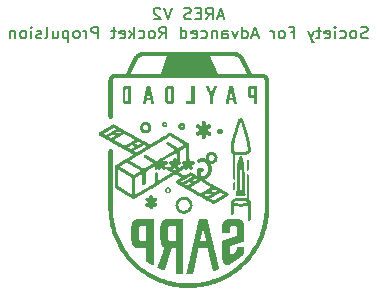
<source format=gbr>
%TF.GenerationSoftware,KiCad,Pcbnew,8.0.4*%
%TF.CreationDate,2024-11-13T00:18:53-06:00*%
%TF.ProjectId,ARES_FC,41524553-5f46-4432-9e6b-696361645f70,rev?*%
%TF.SameCoordinates,Original*%
%TF.FileFunction,Legend,Bot*%
%TF.FilePolarity,Positive*%
%FSLAX46Y46*%
G04 Gerber Fmt 4.6, Leading zero omitted, Abs format (unit mm)*
G04 Created by KiCad (PCBNEW 8.0.4) date 2024-11-13 00:18:53*
%MOMM*%
%LPD*%
G01*
G04 APERTURE LIST*
%ADD10C,0.150000*%
%ADD11C,0.300000*%
%ADD12C,0.000000*%
G04 APERTURE END LIST*
D10*
X152952380Y-86974160D02*
X152476190Y-86974160D01*
X153047618Y-87259875D02*
X152714285Y-86259875D01*
X152714285Y-86259875D02*
X152380952Y-87259875D01*
X151476190Y-87259875D02*
X151809523Y-86783684D01*
X152047618Y-87259875D02*
X152047618Y-86259875D01*
X152047618Y-86259875D02*
X151666666Y-86259875D01*
X151666666Y-86259875D02*
X151571428Y-86307494D01*
X151571428Y-86307494D02*
X151523809Y-86355113D01*
X151523809Y-86355113D02*
X151476190Y-86450351D01*
X151476190Y-86450351D02*
X151476190Y-86593208D01*
X151476190Y-86593208D02*
X151523809Y-86688446D01*
X151523809Y-86688446D02*
X151571428Y-86736065D01*
X151571428Y-86736065D02*
X151666666Y-86783684D01*
X151666666Y-86783684D02*
X152047618Y-86783684D01*
X151047618Y-86736065D02*
X150714285Y-86736065D01*
X150571428Y-87259875D02*
X151047618Y-87259875D01*
X151047618Y-87259875D02*
X151047618Y-86259875D01*
X151047618Y-86259875D02*
X150571428Y-86259875D01*
X150190475Y-87212256D02*
X150047618Y-87259875D01*
X150047618Y-87259875D02*
X149809523Y-87259875D01*
X149809523Y-87259875D02*
X149714285Y-87212256D01*
X149714285Y-87212256D02*
X149666666Y-87164636D01*
X149666666Y-87164636D02*
X149619047Y-87069398D01*
X149619047Y-87069398D02*
X149619047Y-86974160D01*
X149619047Y-86974160D02*
X149666666Y-86878922D01*
X149666666Y-86878922D02*
X149714285Y-86831303D01*
X149714285Y-86831303D02*
X149809523Y-86783684D01*
X149809523Y-86783684D02*
X149999999Y-86736065D01*
X149999999Y-86736065D02*
X150095237Y-86688446D01*
X150095237Y-86688446D02*
X150142856Y-86640827D01*
X150142856Y-86640827D02*
X150190475Y-86545589D01*
X150190475Y-86545589D02*
X150190475Y-86450351D01*
X150190475Y-86450351D02*
X150142856Y-86355113D01*
X150142856Y-86355113D02*
X150095237Y-86307494D01*
X150095237Y-86307494D02*
X149999999Y-86259875D01*
X149999999Y-86259875D02*
X149761904Y-86259875D01*
X149761904Y-86259875D02*
X149619047Y-86307494D01*
X148571427Y-86259875D02*
X148238094Y-87259875D01*
X148238094Y-87259875D02*
X147904761Y-86259875D01*
X147619046Y-86355113D02*
X147571427Y-86307494D01*
X147571427Y-86307494D02*
X147476189Y-86259875D01*
X147476189Y-86259875D02*
X147238094Y-86259875D01*
X147238094Y-86259875D02*
X147142856Y-86307494D01*
X147142856Y-86307494D02*
X147095237Y-86355113D01*
X147095237Y-86355113D02*
X147047618Y-86450351D01*
X147047618Y-86450351D02*
X147047618Y-86545589D01*
X147047618Y-86545589D02*
X147095237Y-86688446D01*
X147095237Y-86688446D02*
X147666665Y-87259875D01*
X147666665Y-87259875D02*
X147047618Y-87259875D01*
X165166668Y-88822200D02*
X165023811Y-88869819D01*
X165023811Y-88869819D02*
X164785716Y-88869819D01*
X164785716Y-88869819D02*
X164690478Y-88822200D01*
X164690478Y-88822200D02*
X164642859Y-88774580D01*
X164642859Y-88774580D02*
X164595240Y-88679342D01*
X164595240Y-88679342D02*
X164595240Y-88584104D01*
X164595240Y-88584104D02*
X164642859Y-88488866D01*
X164642859Y-88488866D02*
X164690478Y-88441247D01*
X164690478Y-88441247D02*
X164785716Y-88393628D01*
X164785716Y-88393628D02*
X164976192Y-88346009D01*
X164976192Y-88346009D02*
X165071430Y-88298390D01*
X165071430Y-88298390D02*
X165119049Y-88250771D01*
X165119049Y-88250771D02*
X165166668Y-88155533D01*
X165166668Y-88155533D02*
X165166668Y-88060295D01*
X165166668Y-88060295D02*
X165119049Y-87965057D01*
X165119049Y-87965057D02*
X165071430Y-87917438D01*
X165071430Y-87917438D02*
X164976192Y-87869819D01*
X164976192Y-87869819D02*
X164738097Y-87869819D01*
X164738097Y-87869819D02*
X164595240Y-87917438D01*
X164023811Y-88869819D02*
X164119049Y-88822200D01*
X164119049Y-88822200D02*
X164166668Y-88774580D01*
X164166668Y-88774580D02*
X164214287Y-88679342D01*
X164214287Y-88679342D02*
X164214287Y-88393628D01*
X164214287Y-88393628D02*
X164166668Y-88298390D01*
X164166668Y-88298390D02*
X164119049Y-88250771D01*
X164119049Y-88250771D02*
X164023811Y-88203152D01*
X164023811Y-88203152D02*
X163880954Y-88203152D01*
X163880954Y-88203152D02*
X163785716Y-88250771D01*
X163785716Y-88250771D02*
X163738097Y-88298390D01*
X163738097Y-88298390D02*
X163690478Y-88393628D01*
X163690478Y-88393628D02*
X163690478Y-88679342D01*
X163690478Y-88679342D02*
X163738097Y-88774580D01*
X163738097Y-88774580D02*
X163785716Y-88822200D01*
X163785716Y-88822200D02*
X163880954Y-88869819D01*
X163880954Y-88869819D02*
X164023811Y-88869819D01*
X162833335Y-88822200D02*
X162928573Y-88869819D01*
X162928573Y-88869819D02*
X163119049Y-88869819D01*
X163119049Y-88869819D02*
X163214287Y-88822200D01*
X163214287Y-88822200D02*
X163261906Y-88774580D01*
X163261906Y-88774580D02*
X163309525Y-88679342D01*
X163309525Y-88679342D02*
X163309525Y-88393628D01*
X163309525Y-88393628D02*
X163261906Y-88298390D01*
X163261906Y-88298390D02*
X163214287Y-88250771D01*
X163214287Y-88250771D02*
X163119049Y-88203152D01*
X163119049Y-88203152D02*
X162928573Y-88203152D01*
X162928573Y-88203152D02*
X162833335Y-88250771D01*
X162404763Y-88869819D02*
X162404763Y-88203152D01*
X162404763Y-87869819D02*
X162452382Y-87917438D01*
X162452382Y-87917438D02*
X162404763Y-87965057D01*
X162404763Y-87965057D02*
X162357144Y-87917438D01*
X162357144Y-87917438D02*
X162404763Y-87869819D01*
X162404763Y-87869819D02*
X162404763Y-87965057D01*
X161547621Y-88822200D02*
X161642859Y-88869819D01*
X161642859Y-88869819D02*
X161833335Y-88869819D01*
X161833335Y-88869819D02*
X161928573Y-88822200D01*
X161928573Y-88822200D02*
X161976192Y-88726961D01*
X161976192Y-88726961D02*
X161976192Y-88346009D01*
X161976192Y-88346009D02*
X161928573Y-88250771D01*
X161928573Y-88250771D02*
X161833335Y-88203152D01*
X161833335Y-88203152D02*
X161642859Y-88203152D01*
X161642859Y-88203152D02*
X161547621Y-88250771D01*
X161547621Y-88250771D02*
X161500002Y-88346009D01*
X161500002Y-88346009D02*
X161500002Y-88441247D01*
X161500002Y-88441247D02*
X161976192Y-88536485D01*
X161214287Y-88203152D02*
X160833335Y-88203152D01*
X161071430Y-87869819D02*
X161071430Y-88726961D01*
X161071430Y-88726961D02*
X161023811Y-88822200D01*
X161023811Y-88822200D02*
X160928573Y-88869819D01*
X160928573Y-88869819D02*
X160833335Y-88869819D01*
X160595239Y-88203152D02*
X160357144Y-88869819D01*
X160119049Y-88203152D02*
X160357144Y-88869819D01*
X160357144Y-88869819D02*
X160452382Y-89107914D01*
X160452382Y-89107914D02*
X160500001Y-89155533D01*
X160500001Y-89155533D02*
X160595239Y-89203152D01*
X158642858Y-88346009D02*
X158976191Y-88346009D01*
X158976191Y-88869819D02*
X158976191Y-87869819D01*
X158976191Y-87869819D02*
X158500001Y-87869819D01*
X157976191Y-88869819D02*
X158071429Y-88822200D01*
X158071429Y-88822200D02*
X158119048Y-88774580D01*
X158119048Y-88774580D02*
X158166667Y-88679342D01*
X158166667Y-88679342D02*
X158166667Y-88393628D01*
X158166667Y-88393628D02*
X158119048Y-88298390D01*
X158119048Y-88298390D02*
X158071429Y-88250771D01*
X158071429Y-88250771D02*
X157976191Y-88203152D01*
X157976191Y-88203152D02*
X157833334Y-88203152D01*
X157833334Y-88203152D02*
X157738096Y-88250771D01*
X157738096Y-88250771D02*
X157690477Y-88298390D01*
X157690477Y-88298390D02*
X157642858Y-88393628D01*
X157642858Y-88393628D02*
X157642858Y-88679342D01*
X157642858Y-88679342D02*
X157690477Y-88774580D01*
X157690477Y-88774580D02*
X157738096Y-88822200D01*
X157738096Y-88822200D02*
X157833334Y-88869819D01*
X157833334Y-88869819D02*
X157976191Y-88869819D01*
X157214286Y-88869819D02*
X157214286Y-88203152D01*
X157214286Y-88393628D02*
X157166667Y-88298390D01*
X157166667Y-88298390D02*
X157119048Y-88250771D01*
X157119048Y-88250771D02*
X157023810Y-88203152D01*
X157023810Y-88203152D02*
X156928572Y-88203152D01*
X155880952Y-88584104D02*
X155404762Y-88584104D01*
X155976190Y-88869819D02*
X155642857Y-87869819D01*
X155642857Y-87869819D02*
X155309524Y-88869819D01*
X154547619Y-88869819D02*
X154547619Y-87869819D01*
X154547619Y-88822200D02*
X154642857Y-88869819D01*
X154642857Y-88869819D02*
X154833333Y-88869819D01*
X154833333Y-88869819D02*
X154928571Y-88822200D01*
X154928571Y-88822200D02*
X154976190Y-88774580D01*
X154976190Y-88774580D02*
X155023809Y-88679342D01*
X155023809Y-88679342D02*
X155023809Y-88393628D01*
X155023809Y-88393628D02*
X154976190Y-88298390D01*
X154976190Y-88298390D02*
X154928571Y-88250771D01*
X154928571Y-88250771D02*
X154833333Y-88203152D01*
X154833333Y-88203152D02*
X154642857Y-88203152D01*
X154642857Y-88203152D02*
X154547619Y-88250771D01*
X154166666Y-88203152D02*
X153928571Y-88869819D01*
X153928571Y-88869819D02*
X153690476Y-88203152D01*
X152880952Y-88869819D02*
X152880952Y-88346009D01*
X152880952Y-88346009D02*
X152928571Y-88250771D01*
X152928571Y-88250771D02*
X153023809Y-88203152D01*
X153023809Y-88203152D02*
X153214285Y-88203152D01*
X153214285Y-88203152D02*
X153309523Y-88250771D01*
X152880952Y-88822200D02*
X152976190Y-88869819D01*
X152976190Y-88869819D02*
X153214285Y-88869819D01*
X153214285Y-88869819D02*
X153309523Y-88822200D01*
X153309523Y-88822200D02*
X153357142Y-88726961D01*
X153357142Y-88726961D02*
X153357142Y-88631723D01*
X153357142Y-88631723D02*
X153309523Y-88536485D01*
X153309523Y-88536485D02*
X153214285Y-88488866D01*
X153214285Y-88488866D02*
X152976190Y-88488866D01*
X152976190Y-88488866D02*
X152880952Y-88441247D01*
X152404761Y-88203152D02*
X152404761Y-88869819D01*
X152404761Y-88298390D02*
X152357142Y-88250771D01*
X152357142Y-88250771D02*
X152261904Y-88203152D01*
X152261904Y-88203152D02*
X152119047Y-88203152D01*
X152119047Y-88203152D02*
X152023809Y-88250771D01*
X152023809Y-88250771D02*
X151976190Y-88346009D01*
X151976190Y-88346009D02*
X151976190Y-88869819D01*
X151071428Y-88822200D02*
X151166666Y-88869819D01*
X151166666Y-88869819D02*
X151357142Y-88869819D01*
X151357142Y-88869819D02*
X151452380Y-88822200D01*
X151452380Y-88822200D02*
X151499999Y-88774580D01*
X151499999Y-88774580D02*
X151547618Y-88679342D01*
X151547618Y-88679342D02*
X151547618Y-88393628D01*
X151547618Y-88393628D02*
X151499999Y-88298390D01*
X151499999Y-88298390D02*
X151452380Y-88250771D01*
X151452380Y-88250771D02*
X151357142Y-88203152D01*
X151357142Y-88203152D02*
X151166666Y-88203152D01*
X151166666Y-88203152D02*
X151071428Y-88250771D01*
X150261904Y-88822200D02*
X150357142Y-88869819D01*
X150357142Y-88869819D02*
X150547618Y-88869819D01*
X150547618Y-88869819D02*
X150642856Y-88822200D01*
X150642856Y-88822200D02*
X150690475Y-88726961D01*
X150690475Y-88726961D02*
X150690475Y-88346009D01*
X150690475Y-88346009D02*
X150642856Y-88250771D01*
X150642856Y-88250771D02*
X150547618Y-88203152D01*
X150547618Y-88203152D02*
X150357142Y-88203152D01*
X150357142Y-88203152D02*
X150261904Y-88250771D01*
X150261904Y-88250771D02*
X150214285Y-88346009D01*
X150214285Y-88346009D02*
X150214285Y-88441247D01*
X150214285Y-88441247D02*
X150690475Y-88536485D01*
X149357142Y-88869819D02*
X149357142Y-87869819D01*
X149357142Y-88822200D02*
X149452380Y-88869819D01*
X149452380Y-88869819D02*
X149642856Y-88869819D01*
X149642856Y-88869819D02*
X149738094Y-88822200D01*
X149738094Y-88822200D02*
X149785713Y-88774580D01*
X149785713Y-88774580D02*
X149833332Y-88679342D01*
X149833332Y-88679342D02*
X149833332Y-88393628D01*
X149833332Y-88393628D02*
X149785713Y-88298390D01*
X149785713Y-88298390D02*
X149738094Y-88250771D01*
X149738094Y-88250771D02*
X149642856Y-88203152D01*
X149642856Y-88203152D02*
X149452380Y-88203152D01*
X149452380Y-88203152D02*
X149357142Y-88250771D01*
X147547618Y-88869819D02*
X147880951Y-88393628D01*
X148119046Y-88869819D02*
X148119046Y-87869819D01*
X148119046Y-87869819D02*
X147738094Y-87869819D01*
X147738094Y-87869819D02*
X147642856Y-87917438D01*
X147642856Y-87917438D02*
X147595237Y-87965057D01*
X147595237Y-87965057D02*
X147547618Y-88060295D01*
X147547618Y-88060295D02*
X147547618Y-88203152D01*
X147547618Y-88203152D02*
X147595237Y-88298390D01*
X147595237Y-88298390D02*
X147642856Y-88346009D01*
X147642856Y-88346009D02*
X147738094Y-88393628D01*
X147738094Y-88393628D02*
X148119046Y-88393628D01*
X146976189Y-88869819D02*
X147071427Y-88822200D01*
X147071427Y-88822200D02*
X147119046Y-88774580D01*
X147119046Y-88774580D02*
X147166665Y-88679342D01*
X147166665Y-88679342D02*
X147166665Y-88393628D01*
X147166665Y-88393628D02*
X147119046Y-88298390D01*
X147119046Y-88298390D02*
X147071427Y-88250771D01*
X147071427Y-88250771D02*
X146976189Y-88203152D01*
X146976189Y-88203152D02*
X146833332Y-88203152D01*
X146833332Y-88203152D02*
X146738094Y-88250771D01*
X146738094Y-88250771D02*
X146690475Y-88298390D01*
X146690475Y-88298390D02*
X146642856Y-88393628D01*
X146642856Y-88393628D02*
X146642856Y-88679342D01*
X146642856Y-88679342D02*
X146690475Y-88774580D01*
X146690475Y-88774580D02*
X146738094Y-88822200D01*
X146738094Y-88822200D02*
X146833332Y-88869819D01*
X146833332Y-88869819D02*
X146976189Y-88869819D01*
X145785713Y-88822200D02*
X145880951Y-88869819D01*
X145880951Y-88869819D02*
X146071427Y-88869819D01*
X146071427Y-88869819D02*
X146166665Y-88822200D01*
X146166665Y-88822200D02*
X146214284Y-88774580D01*
X146214284Y-88774580D02*
X146261903Y-88679342D01*
X146261903Y-88679342D02*
X146261903Y-88393628D01*
X146261903Y-88393628D02*
X146214284Y-88298390D01*
X146214284Y-88298390D02*
X146166665Y-88250771D01*
X146166665Y-88250771D02*
X146071427Y-88203152D01*
X146071427Y-88203152D02*
X145880951Y-88203152D01*
X145880951Y-88203152D02*
X145785713Y-88250771D01*
X145357141Y-88869819D02*
X145357141Y-87869819D01*
X145261903Y-88488866D02*
X144976189Y-88869819D01*
X144976189Y-88203152D02*
X145357141Y-88584104D01*
X144166665Y-88822200D02*
X144261903Y-88869819D01*
X144261903Y-88869819D02*
X144452379Y-88869819D01*
X144452379Y-88869819D02*
X144547617Y-88822200D01*
X144547617Y-88822200D02*
X144595236Y-88726961D01*
X144595236Y-88726961D02*
X144595236Y-88346009D01*
X144595236Y-88346009D02*
X144547617Y-88250771D01*
X144547617Y-88250771D02*
X144452379Y-88203152D01*
X144452379Y-88203152D02*
X144261903Y-88203152D01*
X144261903Y-88203152D02*
X144166665Y-88250771D01*
X144166665Y-88250771D02*
X144119046Y-88346009D01*
X144119046Y-88346009D02*
X144119046Y-88441247D01*
X144119046Y-88441247D02*
X144595236Y-88536485D01*
X143833331Y-88203152D02*
X143452379Y-88203152D01*
X143690474Y-87869819D02*
X143690474Y-88726961D01*
X143690474Y-88726961D02*
X143642855Y-88822200D01*
X143642855Y-88822200D02*
X143547617Y-88869819D01*
X143547617Y-88869819D02*
X143452379Y-88869819D01*
X142357140Y-88869819D02*
X142357140Y-87869819D01*
X142357140Y-87869819D02*
X141976188Y-87869819D01*
X141976188Y-87869819D02*
X141880950Y-87917438D01*
X141880950Y-87917438D02*
X141833331Y-87965057D01*
X141833331Y-87965057D02*
X141785712Y-88060295D01*
X141785712Y-88060295D02*
X141785712Y-88203152D01*
X141785712Y-88203152D02*
X141833331Y-88298390D01*
X141833331Y-88298390D02*
X141880950Y-88346009D01*
X141880950Y-88346009D02*
X141976188Y-88393628D01*
X141976188Y-88393628D02*
X142357140Y-88393628D01*
X141357140Y-88869819D02*
X141357140Y-88203152D01*
X141357140Y-88393628D02*
X141309521Y-88298390D01*
X141309521Y-88298390D02*
X141261902Y-88250771D01*
X141261902Y-88250771D02*
X141166664Y-88203152D01*
X141166664Y-88203152D02*
X141071426Y-88203152D01*
X140595235Y-88869819D02*
X140690473Y-88822200D01*
X140690473Y-88822200D02*
X140738092Y-88774580D01*
X140738092Y-88774580D02*
X140785711Y-88679342D01*
X140785711Y-88679342D02*
X140785711Y-88393628D01*
X140785711Y-88393628D02*
X140738092Y-88298390D01*
X140738092Y-88298390D02*
X140690473Y-88250771D01*
X140690473Y-88250771D02*
X140595235Y-88203152D01*
X140595235Y-88203152D02*
X140452378Y-88203152D01*
X140452378Y-88203152D02*
X140357140Y-88250771D01*
X140357140Y-88250771D02*
X140309521Y-88298390D01*
X140309521Y-88298390D02*
X140261902Y-88393628D01*
X140261902Y-88393628D02*
X140261902Y-88679342D01*
X140261902Y-88679342D02*
X140309521Y-88774580D01*
X140309521Y-88774580D02*
X140357140Y-88822200D01*
X140357140Y-88822200D02*
X140452378Y-88869819D01*
X140452378Y-88869819D02*
X140595235Y-88869819D01*
X139833330Y-88203152D02*
X139833330Y-89203152D01*
X139833330Y-88250771D02*
X139738092Y-88203152D01*
X139738092Y-88203152D02*
X139547616Y-88203152D01*
X139547616Y-88203152D02*
X139452378Y-88250771D01*
X139452378Y-88250771D02*
X139404759Y-88298390D01*
X139404759Y-88298390D02*
X139357140Y-88393628D01*
X139357140Y-88393628D02*
X139357140Y-88679342D01*
X139357140Y-88679342D02*
X139404759Y-88774580D01*
X139404759Y-88774580D02*
X139452378Y-88822200D01*
X139452378Y-88822200D02*
X139547616Y-88869819D01*
X139547616Y-88869819D02*
X139738092Y-88869819D01*
X139738092Y-88869819D02*
X139833330Y-88822200D01*
X138499997Y-88203152D02*
X138499997Y-88869819D01*
X138928568Y-88203152D02*
X138928568Y-88726961D01*
X138928568Y-88726961D02*
X138880949Y-88822200D01*
X138880949Y-88822200D02*
X138785711Y-88869819D01*
X138785711Y-88869819D02*
X138642854Y-88869819D01*
X138642854Y-88869819D02*
X138547616Y-88822200D01*
X138547616Y-88822200D02*
X138499997Y-88774580D01*
X137880949Y-88869819D02*
X137976187Y-88822200D01*
X137976187Y-88822200D02*
X138023806Y-88726961D01*
X138023806Y-88726961D02*
X138023806Y-87869819D01*
X137547615Y-88822200D02*
X137452377Y-88869819D01*
X137452377Y-88869819D02*
X137261901Y-88869819D01*
X137261901Y-88869819D02*
X137166663Y-88822200D01*
X137166663Y-88822200D02*
X137119044Y-88726961D01*
X137119044Y-88726961D02*
X137119044Y-88679342D01*
X137119044Y-88679342D02*
X137166663Y-88584104D01*
X137166663Y-88584104D02*
X137261901Y-88536485D01*
X137261901Y-88536485D02*
X137404758Y-88536485D01*
X137404758Y-88536485D02*
X137499996Y-88488866D01*
X137499996Y-88488866D02*
X137547615Y-88393628D01*
X137547615Y-88393628D02*
X137547615Y-88346009D01*
X137547615Y-88346009D02*
X137499996Y-88250771D01*
X137499996Y-88250771D02*
X137404758Y-88203152D01*
X137404758Y-88203152D02*
X137261901Y-88203152D01*
X137261901Y-88203152D02*
X137166663Y-88250771D01*
X136690472Y-88869819D02*
X136690472Y-88203152D01*
X136690472Y-87869819D02*
X136738091Y-87917438D01*
X136738091Y-87917438D02*
X136690472Y-87965057D01*
X136690472Y-87965057D02*
X136642853Y-87917438D01*
X136642853Y-87917438D02*
X136690472Y-87869819D01*
X136690472Y-87869819D02*
X136690472Y-87965057D01*
X136071425Y-88869819D02*
X136166663Y-88822200D01*
X136166663Y-88822200D02*
X136214282Y-88774580D01*
X136214282Y-88774580D02*
X136261901Y-88679342D01*
X136261901Y-88679342D02*
X136261901Y-88393628D01*
X136261901Y-88393628D02*
X136214282Y-88298390D01*
X136214282Y-88298390D02*
X136166663Y-88250771D01*
X136166663Y-88250771D02*
X136071425Y-88203152D01*
X136071425Y-88203152D02*
X135928568Y-88203152D01*
X135928568Y-88203152D02*
X135833330Y-88250771D01*
X135833330Y-88250771D02*
X135785711Y-88298390D01*
X135785711Y-88298390D02*
X135738092Y-88393628D01*
X135738092Y-88393628D02*
X135738092Y-88679342D01*
X135738092Y-88679342D02*
X135785711Y-88774580D01*
X135785711Y-88774580D02*
X135833330Y-88822200D01*
X135833330Y-88822200D02*
X135928568Y-88869819D01*
X135928568Y-88869819D02*
X136071425Y-88869819D01*
X135309520Y-88203152D02*
X135309520Y-88869819D01*
X135309520Y-88298390D02*
X135261901Y-88250771D01*
X135261901Y-88250771D02*
X135166663Y-88203152D01*
X135166663Y-88203152D02*
X135023806Y-88203152D01*
X135023806Y-88203152D02*
X134928568Y-88250771D01*
X134928568Y-88250771D02*
X134880949Y-88346009D01*
X134880949Y-88346009D02*
X134880949Y-88869819D01*
D11*
X150927427Y-99249757D02*
X151070285Y-99178328D01*
X151070285Y-99178328D02*
X151284570Y-99178328D01*
X151284570Y-99178328D02*
X151498856Y-99249757D01*
X151498856Y-99249757D02*
X151641713Y-99392614D01*
X151641713Y-99392614D02*
X151713142Y-99535471D01*
X151713142Y-99535471D02*
X151784570Y-99821185D01*
X151784570Y-99821185D02*
X151784570Y-100035471D01*
X151784570Y-100035471D02*
X151713142Y-100321185D01*
X151713142Y-100321185D02*
X151641713Y-100464042D01*
X151641713Y-100464042D02*
X151498856Y-100606900D01*
X151498856Y-100606900D02*
X151284570Y-100678328D01*
X151284570Y-100678328D02*
X151141713Y-100678328D01*
X151141713Y-100678328D02*
X150927427Y-100606900D01*
X150927427Y-100606900D02*
X150855999Y-100535471D01*
X150855999Y-100535471D02*
X150855999Y-100035471D01*
X150855999Y-100035471D02*
X151141713Y-100035471D01*
X149998856Y-99178328D02*
X149998856Y-99535471D01*
X150355999Y-99392614D02*
X149998856Y-99535471D01*
X149998856Y-99535471D02*
X149641713Y-99392614D01*
X150213142Y-99821185D02*
X149998856Y-99535471D01*
X149998856Y-99535471D02*
X149784570Y-99821185D01*
X148855999Y-99178328D02*
X148855999Y-99535471D01*
X149213142Y-99392614D02*
X148855999Y-99535471D01*
X148855999Y-99535471D02*
X148498856Y-99392614D01*
X149070285Y-99821185D02*
X148855999Y-99535471D01*
X148855999Y-99535471D02*
X148641713Y-99821185D01*
X147713142Y-99178328D02*
X147713142Y-99535471D01*
X148070285Y-99392614D02*
X147713142Y-99535471D01*
X147713142Y-99535471D02*
X147355999Y-99392614D01*
X147927428Y-99821185D02*
X147713142Y-99535471D01*
X147713142Y-99535471D02*
X147498856Y-99821185D01*
D12*
%TO.C,G\u002A\u002A\u002A*%
G36*
X150432386Y-92899793D02*
G01*
X150451655Y-92899934D01*
X150467384Y-92900184D01*
X150478746Y-92900535D01*
X150484913Y-92900979D01*
X150496370Y-92904346D01*
X150505239Y-92910086D01*
X150512390Y-92917236D01*
X150512390Y-93659786D01*
X150512390Y-94402336D01*
X150504998Y-94409727D01*
X150497607Y-94417119D01*
X150143510Y-94417119D01*
X149789413Y-94417119D01*
X149782022Y-94409727D01*
X149774630Y-94402336D01*
X149774630Y-94292151D01*
X149774630Y-94181966D01*
X149782022Y-94174575D01*
X149789413Y-94167184D01*
X150021389Y-94167184D01*
X150253365Y-94167184D01*
X150254146Y-93542415D01*
X150254927Y-92917646D01*
X150263272Y-92909297D01*
X150271617Y-92900948D01*
X150371677Y-92899985D01*
X150386539Y-92899865D01*
X150410405Y-92899768D01*
X150432386Y-92899793D01*
G37*
G36*
X153886803Y-101027371D02*
G01*
X153890982Y-101027611D01*
X153903218Y-101029101D01*
X153912956Y-101032148D01*
X153922938Y-101037523D01*
X153930894Y-101043343D01*
X153944128Y-101057903D01*
X153953803Y-101075447D01*
X153958773Y-101094166D01*
X153958850Y-101095059D01*
X153959098Y-101101904D01*
X153959316Y-101114202D01*
X153959502Y-101131510D01*
X153959656Y-101153385D01*
X153959776Y-101179386D01*
X153959860Y-101209069D01*
X153959908Y-101241992D01*
X153959917Y-101277711D01*
X153959887Y-101315785D01*
X153959816Y-101355771D01*
X153959702Y-101397225D01*
X153958780Y-101684801D01*
X153952030Y-101697429D01*
X153949979Y-101701036D01*
X153938756Y-101715912D01*
X153925223Y-101727953D01*
X153911042Y-101735607D01*
X153905807Y-101737282D01*
X153884677Y-101740470D01*
X153864395Y-101738088D01*
X153845795Y-101730445D01*
X153829713Y-101717854D01*
X153816983Y-101700623D01*
X153808216Y-101684801D01*
X153807391Y-101392784D01*
X153807319Y-101365015D01*
X153807227Y-101312651D01*
X153807208Y-101266090D01*
X153807265Y-101225184D01*
X153807399Y-101189787D01*
X153807611Y-101159750D01*
X153807901Y-101134927D01*
X153808272Y-101115169D01*
X153808723Y-101100330D01*
X153809258Y-101090263D01*
X153809876Y-101084819D01*
X153810702Y-101081303D01*
X153818557Y-101062866D01*
X153831476Y-101047203D01*
X153848924Y-101034993D01*
X153857019Y-101031010D01*
X153865429Y-101028145D01*
X153874466Y-101027111D01*
X153886803Y-101027371D01*
G37*
G36*
X155020287Y-99137300D02*
G01*
X155031586Y-99137722D01*
X155039526Y-99138978D01*
X155045992Y-99141472D01*
X155052864Y-99145612D01*
X155056741Y-99148385D01*
X155069681Y-99160723D01*
X155080155Y-99175360D01*
X155086549Y-99190163D01*
X155086843Y-99192320D01*
X155087302Y-99200752D01*
X155087704Y-99215131D01*
X155088052Y-99235413D01*
X155088343Y-99261548D01*
X155088579Y-99293492D01*
X155088758Y-99331197D01*
X155088880Y-99374616D01*
X155088946Y-99423702D01*
X155088954Y-99478410D01*
X155088905Y-99538691D01*
X155088799Y-99604500D01*
X155088003Y-100007528D01*
X155081446Y-100019778D01*
X155077738Y-100026081D01*
X155064226Y-100041913D01*
X155046708Y-100053549D01*
X155024767Y-100061296D01*
X155018062Y-100062063D01*
X155005283Y-100061188D01*
X154991387Y-100058282D01*
X154978915Y-100053762D01*
X154969624Y-100048292D01*
X154955430Y-100034580D01*
X154944460Y-100016055D01*
X154944174Y-100015393D01*
X154943413Y-100013334D01*
X154942730Y-100010782D01*
X154942121Y-100007429D01*
X154941583Y-100002968D01*
X154941113Y-99997093D01*
X154940707Y-99989495D01*
X154940362Y-99979868D01*
X154940073Y-99967904D01*
X154939838Y-99953296D01*
X154939653Y-99935738D01*
X154939515Y-99914921D01*
X154939420Y-99890540D01*
X154939364Y-99862286D01*
X154939345Y-99829852D01*
X154939358Y-99792932D01*
X154939400Y-99751218D01*
X154939468Y-99704403D01*
X154939558Y-99652180D01*
X154939666Y-99594241D01*
X154940451Y-99184980D01*
X154949565Y-99170240D01*
X154959165Y-99158042D01*
X154973419Y-99146386D01*
X154977433Y-99143968D01*
X154984596Y-99140369D01*
X154991781Y-99138351D01*
X155000986Y-99137468D01*
X155014211Y-99137273D01*
X155020287Y-99137300D01*
G37*
G36*
X152913502Y-96774695D02*
G01*
X152912260Y-96794171D01*
X152909850Y-96810805D01*
X152905973Y-96826129D01*
X152900332Y-96841678D01*
X152892630Y-96858985D01*
X152889285Y-96865806D01*
X152869065Y-96899100D01*
X152844344Y-96928721D01*
X152815631Y-96954271D01*
X152783433Y-96975349D01*
X152748257Y-96991555D01*
X152710611Y-97002489D01*
X152709311Y-97002751D01*
X152693547Y-97004729D01*
X152673988Y-97005604D01*
X152652553Y-97005430D01*
X152631160Y-97004263D01*
X152611730Y-97002159D01*
X152596183Y-96999173D01*
X152580171Y-96994400D01*
X152545098Y-96979695D01*
X152513052Y-96960283D01*
X152484405Y-96936673D01*
X152459526Y-96909375D01*
X152438786Y-96878899D01*
X152422554Y-96845754D01*
X152411200Y-96810450D01*
X152405096Y-96773498D01*
X152404792Y-96749560D01*
X152657283Y-96749560D01*
X152658740Y-96754383D01*
X152660607Y-96755648D01*
X152663937Y-96753859D01*
X152664568Y-96752134D01*
X152663111Y-96747311D01*
X152661244Y-96746046D01*
X152657914Y-96747836D01*
X152657283Y-96749560D01*
X152404792Y-96749560D01*
X152404612Y-96735406D01*
X152405640Y-96723502D01*
X152412699Y-96685393D01*
X152425102Y-96649390D01*
X152442472Y-96615958D01*
X152464434Y-96585565D01*
X152490614Y-96558679D01*
X152520635Y-96535766D01*
X152554122Y-96517294D01*
X152590700Y-96503731D01*
X152610827Y-96499325D01*
X152635985Y-96496349D01*
X152662542Y-96495289D01*
X152688237Y-96496231D01*
X152710809Y-96499257D01*
X152720019Y-96501298D01*
X152756657Y-96513120D01*
X152790701Y-96530111D01*
X152821715Y-96551871D01*
X152849267Y-96578006D01*
X152872923Y-96608117D01*
X152892250Y-96641809D01*
X152906813Y-96678683D01*
X152908987Y-96685990D01*
X152911114Y-96694928D01*
X152912528Y-96704347D01*
X152913367Y-96715633D01*
X152913768Y-96730169D01*
X152913871Y-96749342D01*
X152913871Y-96750841D01*
X152913851Y-96752134D01*
X152913502Y-96774695D01*
G37*
G36*
X149750540Y-96330776D02*
G01*
X149750488Y-96336518D01*
X149746856Y-96378609D01*
X149737774Y-96419090D01*
X149723616Y-96457546D01*
X149704751Y-96493562D01*
X149681551Y-96526720D01*
X149654389Y-96556606D01*
X149623635Y-96582804D01*
X149589660Y-96604898D01*
X149552837Y-96622471D01*
X149513537Y-96635109D01*
X149472131Y-96642395D01*
X149467312Y-96642899D01*
X149453213Y-96644234D01*
X149442209Y-96644840D01*
X149432049Y-96644713D01*
X149420481Y-96643846D01*
X149405252Y-96642234D01*
X149363305Y-96634794D01*
X149322559Y-96621852D01*
X149284517Y-96603857D01*
X149249556Y-96581133D01*
X149218049Y-96554003D01*
X149190373Y-96522794D01*
X149166902Y-96487827D01*
X149148011Y-96449428D01*
X149134076Y-96407921D01*
X149133264Y-96404801D01*
X149130327Y-96392293D01*
X149128342Y-96380662D01*
X149127129Y-96368183D01*
X149126505Y-96353132D01*
X149126319Y-96336415D01*
X149377409Y-96336415D01*
X149381093Y-96353243D01*
X149389723Y-96368604D01*
X149403258Y-96381458D01*
X149412839Y-96386834D01*
X149429872Y-96391435D01*
X149447621Y-96391185D01*
X149464530Y-96386185D01*
X149479045Y-96376536D01*
X149482983Y-96372493D01*
X149492586Y-96357636D01*
X149497441Y-96341015D01*
X149497646Y-96323835D01*
X149493297Y-96307299D01*
X149484493Y-96292610D01*
X149471330Y-96280974D01*
X149467787Y-96278849D01*
X149449862Y-96271685D01*
X149432096Y-96270293D01*
X149415106Y-96274641D01*
X149399511Y-96284696D01*
X149396434Y-96287563D01*
X149385039Y-96302533D01*
X149378711Y-96319165D01*
X149377409Y-96336415D01*
X149126319Y-96336415D01*
X149126290Y-96333787D01*
X149126305Y-96324801D01*
X149126934Y-96301174D01*
X149128483Y-96282345D01*
X149131015Y-96267436D01*
X149142197Y-96229078D01*
X149159338Y-96189315D01*
X149181114Y-96152867D01*
X149207181Y-96120060D01*
X149237196Y-96091220D01*
X149270816Y-96066672D01*
X149307698Y-96046741D01*
X149347498Y-96031754D01*
X149389873Y-96022034D01*
X149396530Y-96021118D01*
X149419062Y-96019547D01*
X149444427Y-96019549D01*
X149470439Y-96021022D01*
X149494912Y-96023862D01*
X149515662Y-96027966D01*
X149552670Y-96040066D01*
X149590448Y-96058131D01*
X149625098Y-96080813D01*
X149656268Y-96107659D01*
X149683609Y-96138214D01*
X149706766Y-96172026D01*
X149725390Y-96208642D01*
X149739128Y-96247608D01*
X149747628Y-96288470D01*
X149750062Y-96323835D01*
X149750540Y-96330776D01*
G37*
G36*
X148222027Y-96171454D02*
G01*
X148221672Y-96184826D01*
X148220845Y-96195139D01*
X148219372Y-96203857D01*
X148217077Y-96212446D01*
X148213785Y-96222371D01*
X148211706Y-96228130D01*
X148195857Y-96262261D01*
X148175413Y-96292747D01*
X148150732Y-96319248D01*
X148122173Y-96341429D01*
X148090097Y-96358952D01*
X148054862Y-96371479D01*
X148053510Y-96371832D01*
X148036131Y-96374866D01*
X148015156Y-96376459D01*
X147992483Y-96376649D01*
X147970008Y-96375471D01*
X147949630Y-96372962D01*
X147933243Y-96369158D01*
X147927972Y-96367392D01*
X147893782Y-96352472D01*
X147863117Y-96332908D01*
X147836327Y-96309120D01*
X147813766Y-96281528D01*
X147795784Y-96250553D01*
X147782735Y-96216615D01*
X147774971Y-96180135D01*
X147773197Y-96156693D01*
X147773652Y-96149357D01*
X147912401Y-96149357D01*
X147913980Y-96170668D01*
X147921530Y-96191656D01*
X147924508Y-96196825D01*
X147934712Y-96209851D01*
X147947398Y-96221872D01*
X147960345Y-96230653D01*
X147967802Y-96233637D01*
X147982895Y-96236867D01*
X147999869Y-96238126D01*
X148016347Y-96237292D01*
X148029949Y-96234243D01*
X148030488Y-96234042D01*
X148049164Y-96224032D01*
X148064167Y-96210052D01*
X148075262Y-96193057D01*
X148082214Y-96174000D01*
X148084788Y-96153835D01*
X148082750Y-96133517D01*
X148075866Y-96113998D01*
X148063900Y-96096234D01*
X148062319Y-96094482D01*
X148045455Y-96080163D01*
X148026776Y-96070985D01*
X148007113Y-96066739D01*
X147987296Y-96067221D01*
X147968158Y-96072221D01*
X147950528Y-96081535D01*
X147935239Y-96094955D01*
X147923120Y-96112274D01*
X147915004Y-96133285D01*
X147912401Y-96149357D01*
X147773652Y-96149357D01*
X147775358Y-96121820D01*
X147782983Y-96087688D01*
X147795750Y-96055061D01*
X147813341Y-96024700D01*
X147835433Y-95997368D01*
X147861708Y-95973826D01*
X147867876Y-95969292D01*
X147897952Y-95951002D01*
X147929407Y-95938248D01*
X147962999Y-95930780D01*
X147999491Y-95928347D01*
X148003072Y-95928367D01*
X148038637Y-95931119D01*
X148071017Y-95938706D01*
X148100921Y-95951423D01*
X148129056Y-95969565D01*
X148156131Y-95993424D01*
X148157127Y-95994425D01*
X148176917Y-96016081D01*
X148192279Y-96037097D01*
X148204276Y-96059135D01*
X148213968Y-96083853D01*
X148216720Y-96092450D01*
X148219092Y-96101468D01*
X148220640Y-96110555D01*
X148221539Y-96121199D01*
X148221963Y-96134889D01*
X148222087Y-96153112D01*
X148222087Y-96153557D01*
X148222086Y-96153835D01*
X148222027Y-96171454D01*
G37*
G36*
X148515064Y-101744669D02*
G01*
X148511532Y-101779073D01*
X148503132Y-101812984D01*
X148489713Y-101845896D01*
X148471126Y-101877302D01*
X148447220Y-101906692D01*
X148446129Y-101907843D01*
X148417131Y-101934492D01*
X148385897Y-101955708D01*
X148351788Y-101971860D01*
X148314168Y-101983314D01*
X148310706Y-101984005D01*
X148296487Y-101985589D01*
X148277311Y-101986364D01*
X148253943Y-101986291D01*
X148239160Y-101985929D01*
X148224882Y-101985275D01*
X148213647Y-101984170D01*
X148203802Y-101982371D01*
X148193695Y-101979637D01*
X148181672Y-101975727D01*
X148174920Y-101973346D01*
X148138827Y-101957032D01*
X148106277Y-101935994D01*
X148077584Y-101910503D01*
X148053061Y-101880831D01*
X148033024Y-101847248D01*
X148025341Y-101830138D01*
X148014138Y-101794611D01*
X148008184Y-101757463D01*
X148007786Y-101734487D01*
X148147043Y-101734487D01*
X148147069Y-101740482D01*
X148147521Y-101753302D01*
X148148829Y-101763002D01*
X148151374Y-101771691D01*
X148155538Y-101781476D01*
X148161254Y-101792015D01*
X148175667Y-101810773D01*
X148193563Y-101826961D01*
X148213291Y-101838935D01*
X148219148Y-101841510D01*
X148230051Y-101845163D01*
X148241794Y-101847165D01*
X148256954Y-101848055D01*
X148265905Y-101848067D01*
X148292209Y-101844766D01*
X148315344Y-101836353D01*
X148335380Y-101822787D01*
X148352381Y-101804026D01*
X148366416Y-101780027D01*
X148367363Y-101778006D01*
X148371827Y-101767491D01*
X148374362Y-101758380D01*
X148375468Y-101748202D01*
X148375645Y-101734487D01*
X148374472Y-101715462D01*
X148369646Y-101694327D01*
X148360547Y-101675524D01*
X148346592Y-101657507D01*
X148340894Y-101651660D01*
X148320648Y-101635926D01*
X148298559Y-101625333D01*
X148275392Y-101619769D01*
X148251913Y-101619120D01*
X148228887Y-101623272D01*
X148207081Y-101632113D01*
X148187260Y-101645528D01*
X148170189Y-101663405D01*
X148156636Y-101685630D01*
X148153582Y-101692264D01*
X148150089Y-101701309D01*
X148148116Y-101709930D01*
X148147241Y-101720273D01*
X148147043Y-101734487D01*
X148007786Y-101734487D01*
X148007530Y-101719667D01*
X148012229Y-101682193D01*
X148022332Y-101646015D01*
X148029267Y-101629012D01*
X148047426Y-101595912D01*
X148070303Y-101565953D01*
X148097359Y-101539619D01*
X148128058Y-101517396D01*
X148161862Y-101499769D01*
X148198234Y-101487223D01*
X148215463Y-101483668D01*
X148242502Y-101480844D01*
X148271021Y-101480483D01*
X148298696Y-101482588D01*
X148323202Y-101487160D01*
X148352530Y-101496687D01*
X148386061Y-101512668D01*
X148416074Y-101532727D01*
X148442420Y-101556356D01*
X148464947Y-101583048D01*
X148483507Y-101612294D01*
X148497948Y-101643587D01*
X148508122Y-101676419D01*
X148513877Y-101710282D01*
X148514713Y-101734487D01*
X148515064Y-101744669D01*
G37*
G36*
X146862060Y-96480579D02*
G01*
X146853140Y-96532531D01*
X146842888Y-96569962D01*
X146824369Y-96618647D01*
X146800879Y-96664618D01*
X146772780Y-96707559D01*
X146740435Y-96747154D01*
X146704208Y-96783087D01*
X146664461Y-96815042D01*
X146621558Y-96842704D01*
X146575863Y-96865758D01*
X146527737Y-96883887D01*
X146477545Y-96896776D01*
X146425649Y-96904109D01*
X146416165Y-96904813D01*
X146365079Y-96905350D01*
X146313929Y-96900605D01*
X146263722Y-96890763D01*
X146215466Y-96876013D01*
X146170168Y-96856542D01*
X146136448Y-96838094D01*
X146091493Y-96807863D01*
X146050667Y-96773266D01*
X146014029Y-96734356D01*
X145981640Y-96691185D01*
X145963779Y-96662296D01*
X145940316Y-96615400D01*
X145922316Y-96566874D01*
X145909741Y-96517167D01*
X145902550Y-96466728D01*
X145901434Y-96436047D01*
X146152933Y-96436047D01*
X146156672Y-96466889D01*
X146166182Y-96501770D01*
X146180854Y-96534270D01*
X146200334Y-96563942D01*
X146224264Y-96590337D01*
X146252291Y-96613008D01*
X146284057Y-96631506D01*
X146319206Y-96645383D01*
X146320948Y-96645907D01*
X146340627Y-96650136D01*
X146363666Y-96652717D01*
X146387832Y-96653563D01*
X146410895Y-96652589D01*
X146430623Y-96649708D01*
X146441204Y-96647093D01*
X146475933Y-96634702D01*
X146507811Y-96617378D01*
X146536377Y-96595581D01*
X146561173Y-96569768D01*
X146581736Y-96540398D01*
X146597606Y-96507929D01*
X146608324Y-96472819D01*
X146611297Y-96454379D01*
X146612804Y-96427975D01*
X146611785Y-96400634D01*
X146608344Y-96374534D01*
X146602584Y-96351855D01*
X146600595Y-96346222D01*
X146586828Y-96315651D01*
X146568672Y-96287760D01*
X146545309Y-96261259D01*
X146540823Y-96256862D01*
X146514171Y-96234445D01*
X146485901Y-96217088D01*
X146454713Y-96203972D01*
X146451472Y-96202921D01*
X146429527Y-96197822D01*
X146404415Y-96194703D01*
X146378310Y-96193666D01*
X146353386Y-96194812D01*
X146331818Y-96198242D01*
X146331177Y-96198397D01*
X146295807Y-96209921D01*
X146263485Y-96226286D01*
X146234572Y-96247012D01*
X146209431Y-96271619D01*
X146188421Y-96299626D01*
X146171905Y-96330553D01*
X146160244Y-96363919D01*
X146153800Y-96399244D01*
X146152933Y-96436047D01*
X145901434Y-96436047D01*
X145900705Y-96416007D01*
X145904167Y-96365453D01*
X145912895Y-96315513D01*
X145926851Y-96266639D01*
X145945995Y-96219278D01*
X145970288Y-96173880D01*
X145999692Y-96130895D01*
X146034166Y-96090770D01*
X146052327Y-96072771D01*
X146093661Y-96037893D01*
X146138223Y-96008090D01*
X146185945Y-95983398D01*
X146236760Y-95963856D01*
X146290599Y-95949500D01*
X146303728Y-95947133D01*
X146330040Y-95944100D01*
X146359452Y-95942406D01*
X146390205Y-95942056D01*
X146420545Y-95943054D01*
X146448712Y-95945402D01*
X146472952Y-95949106D01*
X146512177Y-95958530D01*
X146562782Y-95975677D01*
X146610578Y-95998006D01*
X146656024Y-96025739D01*
X146699579Y-96059100D01*
X146708156Y-96066592D01*
X146741586Y-96100288D01*
X146772182Y-96138412D01*
X146799272Y-96179957D01*
X146822180Y-96223914D01*
X146840233Y-96269277D01*
X146841002Y-96271582D01*
X146854698Y-96322402D01*
X146862799Y-96374711D01*
X146865266Y-96427705D01*
X146865250Y-96427975D01*
X146862060Y-96480579D01*
G37*
G36*
X155772442Y-93651244D02*
G01*
X155772473Y-93677950D01*
X155772560Y-93763169D01*
X155772620Y-93842501D01*
X155772653Y-93916049D01*
X155772659Y-93983918D01*
X155772636Y-94046212D01*
X155772585Y-94103036D01*
X155772506Y-94154491D01*
X155772398Y-94200685D01*
X155772261Y-94241719D01*
X155772095Y-94277698D01*
X155771898Y-94308726D01*
X155771671Y-94334907D01*
X155771414Y-94356346D01*
X155771126Y-94373146D01*
X155770807Y-94385411D01*
X155770457Y-94393246D01*
X155770075Y-94396754D01*
X155766287Y-94405115D01*
X155758653Y-94412442D01*
X155757702Y-94412899D01*
X155754037Y-94414012D01*
X155748416Y-94414909D01*
X155740258Y-94415611D01*
X155728983Y-94416142D01*
X155714010Y-94416524D01*
X155694758Y-94416778D01*
X155670645Y-94416929D01*
X155641091Y-94416998D01*
X155531701Y-94417119D01*
X155522899Y-94408317D01*
X155514097Y-94399514D01*
X155514097Y-94153865D01*
X155514097Y-93908215D01*
X155380490Y-93908215D01*
X155361494Y-93908204D01*
X155330064Y-93908114D01*
X155303749Y-93907919D01*
X155281958Y-93907604D01*
X155264099Y-93907151D01*
X155249579Y-93906543D01*
X155237807Y-93905763D01*
X155228192Y-93904794D01*
X155220140Y-93903620D01*
X155212021Y-93902132D01*
X155172903Y-93891988D01*
X155138103Y-93877649D01*
X155107602Y-93859091D01*
X155081377Y-93836295D01*
X155059407Y-93809239D01*
X155041672Y-93777902D01*
X155028151Y-93742264D01*
X155018823Y-93702302D01*
X155018156Y-93696645D01*
X155017337Y-93684215D01*
X155016600Y-93666728D01*
X155015948Y-93644738D01*
X155015379Y-93618796D01*
X155014894Y-93589455D01*
X155014493Y-93557269D01*
X155014176Y-93522789D01*
X155013944Y-93486568D01*
X155013795Y-93449160D01*
X155013732Y-93411115D01*
X155013753Y-93372988D01*
X155013859Y-93335330D01*
X155014050Y-93298695D01*
X155014326Y-93263634D01*
X155014688Y-93230701D01*
X155015068Y-93204984D01*
X155273035Y-93204984D01*
X155273868Y-93408534D01*
X155274701Y-93612083D01*
X155283762Y-93626736D01*
X155294101Y-93639671D01*
X155307761Y-93649082D01*
X155322700Y-93656775D01*
X155418398Y-93657719D01*
X155514097Y-93658663D01*
X155514097Y-93405526D01*
X155514097Y-93152388D01*
X155426918Y-93152388D01*
X155406225Y-93152465D01*
X155382590Y-93152757D01*
X155361828Y-93153244D01*
X155344724Y-93153901D01*
X155332068Y-93154703D01*
X155324645Y-93155626D01*
X155320099Y-93156706D01*
X155303734Y-93163199D01*
X155291251Y-93173471D01*
X155281397Y-93188476D01*
X155273035Y-93204984D01*
X155015068Y-93204984D01*
X155015135Y-93200448D01*
X155015668Y-93173427D01*
X155016287Y-93150192D01*
X155016991Y-93131295D01*
X155017782Y-93117289D01*
X155018659Y-93108725D01*
X155020441Y-93098679D01*
X155030479Y-93059870D01*
X155044838Y-93025256D01*
X155063496Y-92994859D01*
X155086430Y-92968700D01*
X155113620Y-92946801D01*
X155145042Y-92929185D01*
X155180676Y-92915872D01*
X155220499Y-92906886D01*
X155223571Y-92906429D01*
X155230239Y-92905673D01*
X155238582Y-92905015D01*
X155248997Y-92904449D01*
X155261879Y-92903968D01*
X155277621Y-92903567D01*
X155296621Y-92903240D01*
X155319272Y-92902979D01*
X155345969Y-92902780D01*
X155377109Y-92902635D01*
X155413086Y-92902538D01*
X155454295Y-92902484D01*
X155501131Y-92902466D01*
X155754662Y-92902454D01*
X155763111Y-92909721D01*
X155771560Y-92916988D01*
X155771843Y-93152388D01*
X155772442Y-93651244D01*
G37*
G36*
X152462292Y-98975525D02*
G01*
X152458973Y-99029963D01*
X152449783Y-99084553D01*
X152444780Y-99104939D01*
X152427972Y-99156315D01*
X152405849Y-99205288D01*
X152378703Y-99251491D01*
X152346825Y-99294557D01*
X152310505Y-99334118D01*
X152270034Y-99369808D01*
X152225702Y-99401258D01*
X152177801Y-99428102D01*
X152170988Y-99431400D01*
X152125363Y-99450481D01*
X152078531Y-99464703D01*
X152028746Y-99474609D01*
X152009692Y-99476691D01*
X151985302Y-99477906D01*
X151958260Y-99478142D01*
X151930253Y-99477444D01*
X151902969Y-99475854D01*
X151878092Y-99473416D01*
X151857310Y-99470175D01*
X151841212Y-99466681D01*
X151789159Y-99451475D01*
X151739034Y-99430832D01*
X151691438Y-99405066D01*
X151646972Y-99374488D01*
X151606234Y-99339411D01*
X151580842Y-99313421D01*
X151545666Y-99270875D01*
X151515886Y-99225773D01*
X151491357Y-99177855D01*
X151471934Y-99126861D01*
X151457471Y-99072531D01*
X151455200Y-99059687D01*
X151452610Y-99036887D01*
X151450902Y-99010673D01*
X151450087Y-98982557D01*
X151450123Y-98971061D01*
X151700664Y-98971061D01*
X151701590Y-98994559D01*
X151703887Y-99016544D01*
X151707501Y-99034890D01*
X151708897Y-99039894D01*
X151722573Y-99076914D01*
X151741107Y-99110837D01*
X151764098Y-99141261D01*
X151791146Y-99167787D01*
X151821851Y-99190015D01*
X151855812Y-99207544D01*
X151892629Y-99219974D01*
X151896385Y-99220904D01*
X151934322Y-99226999D01*
X151972159Y-99227274D01*
X152009340Y-99221890D01*
X152045309Y-99211013D01*
X152079510Y-99194806D01*
X152111387Y-99173432D01*
X152140385Y-99147055D01*
X152149176Y-99137355D01*
X152172474Y-99105987D01*
X152190276Y-99072275D01*
X152202488Y-99036479D01*
X152209012Y-98998857D01*
X152209753Y-98959667D01*
X152209044Y-98948811D01*
X152206421Y-98925993D01*
X152202005Y-98905726D01*
X152195191Y-98885610D01*
X152185371Y-98863248D01*
X152169037Y-98833465D01*
X152146773Y-98803549D01*
X152120189Y-98777520D01*
X152088749Y-98754774D01*
X152087754Y-98754155D01*
X152054381Y-98736769D01*
X152019350Y-98725026D01*
X151982311Y-98718840D01*
X151942915Y-98718123D01*
X151931059Y-98718837D01*
X151908404Y-98721341D01*
X151888296Y-98725605D01*
X151868401Y-98732201D01*
X151846385Y-98741698D01*
X151841114Y-98744235D01*
X151808111Y-98763867D01*
X151778658Y-98788083D01*
X151753165Y-98816365D01*
X151732040Y-98848199D01*
X151715692Y-98883070D01*
X151704530Y-98920462D01*
X151703148Y-98928030D01*
X151701165Y-98948176D01*
X151700664Y-98971061D01*
X151450123Y-98971061D01*
X151450177Y-98954051D01*
X151451183Y-98926667D01*
X151453117Y-98901918D01*
X151455990Y-98881316D01*
X151456309Y-98879618D01*
X151469147Y-98827326D01*
X151487404Y-98776667D01*
X151510743Y-98728261D01*
X151538827Y-98682724D01*
X151571319Y-98640677D01*
X151607882Y-98602737D01*
X151636482Y-98578048D01*
X151680572Y-98546269D01*
X151726883Y-98519727D01*
X151775007Y-98498419D01*
X151824541Y-98482341D01*
X151875079Y-98471491D01*
X151926215Y-98465864D01*
X151977545Y-98465458D01*
X152028662Y-98470268D01*
X152079163Y-98480293D01*
X152128641Y-98495528D01*
X152176691Y-98515970D01*
X152222908Y-98541616D01*
X152266886Y-98572462D01*
X152308221Y-98608506D01*
X152331015Y-98632037D01*
X152365499Y-98674308D01*
X152394935Y-98719505D01*
X152419207Y-98767233D01*
X152438197Y-98817095D01*
X152451786Y-98868695D01*
X152459857Y-98921637D01*
X152461575Y-98959667D01*
X152462292Y-98975525D01*
G37*
G36*
X145175809Y-93652750D02*
G01*
X145175831Y-93671610D01*
X145175921Y-93760204D01*
X145175981Y-93842833D01*
X145176011Y-93919541D01*
X145176010Y-93990377D01*
X145175978Y-94055387D01*
X145175916Y-94114618D01*
X145175823Y-94168116D01*
X145175699Y-94215928D01*
X145175543Y-94258100D01*
X145175356Y-94294681D01*
X145175138Y-94325715D01*
X145174888Y-94351251D01*
X145174607Y-94371333D01*
X145174293Y-94386011D01*
X145173948Y-94395329D01*
X145173570Y-94399335D01*
X145173412Y-94399864D01*
X145169240Y-94408227D01*
X145163654Y-94413501D01*
X145162195Y-94413879D01*
X145156497Y-94414462D01*
X145146598Y-94414957D01*
X145132295Y-94415367D01*
X145113385Y-94415694D01*
X145089667Y-94415940D01*
X145060938Y-94416106D01*
X145026995Y-94416194D01*
X144987638Y-94416207D01*
X144942663Y-94416145D01*
X144891868Y-94416012D01*
X144883667Y-94415986D01*
X144837737Y-94415844D01*
X144797341Y-94415705D01*
X144762058Y-94415549D01*
X144731471Y-94415354D01*
X144705160Y-94415097D01*
X144682705Y-94414758D01*
X144663687Y-94414314D01*
X144647688Y-94413744D01*
X144634288Y-94413025D01*
X144623067Y-94412137D01*
X144613607Y-94411058D01*
X144605488Y-94409765D01*
X144598291Y-94408237D01*
X144591597Y-94406452D01*
X144584987Y-94404388D01*
X144578041Y-94402025D01*
X144570339Y-94399339D01*
X144565636Y-94397653D01*
X144532573Y-94382401D01*
X144503433Y-94362644D01*
X144478334Y-94338541D01*
X144457395Y-94310249D01*
X144440738Y-94277925D01*
X144428480Y-94241728D01*
X144420740Y-94201813D01*
X144420368Y-94197934D01*
X144419929Y-94190127D01*
X144419535Y-94178983D01*
X144419186Y-94164312D01*
X144418881Y-94145921D01*
X144418619Y-94123618D01*
X144418398Y-94097211D01*
X144418218Y-94066509D01*
X144418079Y-94031319D01*
X144417979Y-93991450D01*
X144417917Y-93946709D01*
X144417893Y-93896906D01*
X144417905Y-93841848D01*
X144417953Y-93781342D01*
X144418036Y-93715199D01*
X144418121Y-93662797D01*
X144669035Y-93662797D01*
X144669035Y-94117498D01*
X144675517Y-94129543D01*
X144681007Y-94138505D01*
X144692714Y-94151046D01*
X144708222Y-94160265D01*
X144710522Y-94161217D01*
X144714864Y-94162548D01*
X144720476Y-94163613D01*
X144728037Y-94164453D01*
X144738227Y-94165104D01*
X144751724Y-94165608D01*
X144769206Y-94166002D01*
X144791354Y-94166325D01*
X144818845Y-94166618D01*
X144917464Y-94167557D01*
X144917464Y-93659786D01*
X144917464Y-93152015D01*
X144818845Y-93152955D01*
X144801163Y-93153134D01*
X144777068Y-93153440D01*
X144757896Y-93153802D01*
X144742966Y-93154258D01*
X144731600Y-93154848D01*
X144723118Y-93155610D01*
X144716840Y-93156584D01*
X144712088Y-93157809D01*
X144708181Y-93159324D01*
X144697246Y-93165337D01*
X144683591Y-93177863D01*
X144674358Y-93194305D01*
X144673672Y-93196309D01*
X144673018Y-93198906D01*
X144672429Y-93202296D01*
X144671900Y-93206770D01*
X144671430Y-93212618D01*
X144671013Y-93220130D01*
X144670648Y-93229598D01*
X144670330Y-93241312D01*
X144670056Y-93255562D01*
X144669824Y-93272639D01*
X144669629Y-93292833D01*
X144669469Y-93316436D01*
X144669340Y-93343736D01*
X144669239Y-93375025D01*
X144669163Y-93410594D01*
X144669108Y-93450733D01*
X144669071Y-93495732D01*
X144669048Y-93545882D01*
X144669037Y-93601474D01*
X144669035Y-93662797D01*
X144418121Y-93662797D01*
X144418153Y-93643224D01*
X144419100Y-93111736D01*
X144427049Y-93083129D01*
X144428642Y-93077572D01*
X144433366Y-93062469D01*
X144438296Y-93048267D01*
X144442592Y-93037434D01*
X144445669Y-93030840D01*
X144463417Y-93001144D01*
X144485871Y-92974457D01*
X144512288Y-92951447D01*
X144541924Y-92932785D01*
X144574036Y-92919138D01*
X144577497Y-92918000D01*
X144585914Y-92915306D01*
X144593934Y-92912943D01*
X144601984Y-92910889D01*
X144610492Y-92909122D01*
X144619887Y-92907620D01*
X144630596Y-92906363D01*
X144643047Y-92905328D01*
X144657669Y-92904494D01*
X144674889Y-92903839D01*
X144695136Y-92903342D01*
X144718837Y-92902980D01*
X144746421Y-92902733D01*
X144778315Y-92902578D01*
X144814947Y-92902495D01*
X144856746Y-92902460D01*
X144904140Y-92902454D01*
X145158029Y-92902454D01*
X145166478Y-92909721D01*
X145174927Y-92916988D01*
X145175209Y-93152015D01*
X145175809Y-93652750D01*
G37*
G36*
X152277184Y-92899694D02*
G01*
X152308608Y-92899991D01*
X152333954Y-92900318D01*
X152357252Y-92900761D01*
X152375569Y-92901311D01*
X152389455Y-92901995D01*
X152399460Y-92902842D01*
X152406137Y-92903879D01*
X152410034Y-92905134D01*
X152410526Y-92905395D01*
X152418597Y-92912820D01*
X152423240Y-92923169D01*
X152423325Y-92933990D01*
X152423140Y-92934548D01*
X152421092Y-92939859D01*
X152416916Y-92950332D01*
X152410739Y-92965656D01*
X152402688Y-92985524D01*
X152392887Y-93009625D01*
X152381464Y-93037651D01*
X152368545Y-93069292D01*
X152354256Y-93104240D01*
X152338723Y-93142186D01*
X152322073Y-93182819D01*
X152304432Y-93225832D01*
X152285926Y-93270915D01*
X152266682Y-93317759D01*
X152246825Y-93366054D01*
X152072224Y-93790555D01*
X152072224Y-94093599D01*
X152072224Y-94396642D01*
X152061985Y-94406880D01*
X152051747Y-94417119D01*
X151945902Y-94417119D01*
X151923581Y-94417108D01*
X151897512Y-94417013D01*
X151876449Y-94416742D01*
X151859805Y-94416207D01*
X151846991Y-94415315D01*
X151837416Y-94413978D01*
X151830493Y-94412104D01*
X151825633Y-94409604D01*
X151822245Y-94406388D01*
X151819742Y-94402364D01*
X151817535Y-94397442D01*
X151817358Y-94396978D01*
X151816661Y-94394171D01*
X151816045Y-94389745D01*
X151815505Y-94383360D01*
X151815037Y-94374678D01*
X151814635Y-94363361D01*
X151814296Y-94349069D01*
X151814014Y-94331464D01*
X151813784Y-94310207D01*
X151813603Y-94284960D01*
X151813465Y-94255384D01*
X151813366Y-94221140D01*
X151813301Y-94181890D01*
X151813266Y-94137294D01*
X151813255Y-94087015D01*
X151813255Y-93786830D01*
X151639500Y-93364968D01*
X151635077Y-93354228D01*
X151611819Y-93297671D01*
X151589974Y-93244418D01*
X151569617Y-93194658D01*
X151550825Y-93148579D01*
X151533672Y-93106368D01*
X151518235Y-93068213D01*
X151504589Y-93034302D01*
X151492809Y-93004822D01*
X151482972Y-92979961D01*
X151475152Y-92959906D01*
X151469426Y-92944847D01*
X151465869Y-92934969D01*
X151464556Y-92930462D01*
X151464260Y-92923930D01*
X151465866Y-92916731D01*
X151470782Y-92910403D01*
X151473652Y-92907884D01*
X151477713Y-92905436D01*
X151483089Y-92903486D01*
X151490371Y-92901988D01*
X151500144Y-92900897D01*
X151512999Y-92900168D01*
X151529522Y-92899756D01*
X151550301Y-92899616D01*
X151575926Y-92899702D01*
X151606984Y-92899971D01*
X151623495Y-92900141D01*
X151649161Y-92900477D01*
X151669793Y-92900971D01*
X151686029Y-92901767D01*
X151698507Y-92903012D01*
X151707864Y-92904849D01*
X151714738Y-92907426D01*
X151719766Y-92910885D01*
X151723587Y-92915374D01*
X151726837Y-92921037D01*
X151730154Y-92928018D01*
X151730336Y-92928421D01*
X151732747Y-92934205D01*
X151737145Y-92945121D01*
X151743366Y-92960750D01*
X151751245Y-92980672D01*
X151760616Y-93004467D01*
X151771316Y-93031717D01*
X151783178Y-93062000D01*
X151796040Y-93094898D01*
X151809735Y-93129992D01*
X151824100Y-93166861D01*
X151838968Y-93205086D01*
X151842163Y-93213305D01*
X151856779Y-93250875D01*
X151870759Y-93286763D01*
X151883949Y-93320575D01*
X151896194Y-93351918D01*
X151907341Y-93380398D01*
X151917235Y-93405624D01*
X151925722Y-93427200D01*
X151932648Y-93444735D01*
X151937859Y-93457835D01*
X151941200Y-93466106D01*
X151942518Y-93469155D01*
X151942910Y-93468612D01*
X151945249Y-93463502D01*
X151949538Y-93453340D01*
X151955626Y-93438503D01*
X151963364Y-93419366D01*
X151972601Y-93396306D01*
X151983187Y-93369699D01*
X151994973Y-93339922D01*
X152007808Y-93307350D01*
X152021543Y-93272361D01*
X152036028Y-93235331D01*
X152051112Y-93196636D01*
X152056189Y-93183593D01*
X152074008Y-93137881D01*
X152089831Y-93097413D01*
X152103780Y-93061890D01*
X152115978Y-93031011D01*
X152126547Y-93004477D01*
X152135610Y-92981986D01*
X152143289Y-92963238D01*
X152149709Y-92947933D01*
X152154990Y-92935772D01*
X152159257Y-92926452D01*
X152162631Y-92919675D01*
X152165235Y-92915139D01*
X152167192Y-92912545D01*
X152167877Y-92911853D01*
X152171685Y-92908554D01*
X152176200Y-92905864D01*
X152182011Y-92903731D01*
X152189710Y-92902103D01*
X152199887Y-92900927D01*
X152213132Y-92900150D01*
X152230037Y-92899721D01*
X152251190Y-92899586D01*
X152277184Y-92899694D01*
G37*
G36*
X150345227Y-103066792D02*
G01*
X150340615Y-103099715D01*
X150327335Y-103163063D01*
X150308706Y-103224186D01*
X150284980Y-103282838D01*
X150256410Y-103338771D01*
X150223250Y-103391736D01*
X150185752Y-103441486D01*
X150144169Y-103487773D01*
X150098755Y-103530350D01*
X150049763Y-103568968D01*
X149997445Y-103603380D01*
X149942055Y-103633338D01*
X149883845Y-103658594D01*
X149823070Y-103678900D01*
X149759981Y-103694010D01*
X149694832Y-103703674D01*
X149682139Y-103704639D01*
X149661416Y-103705371D01*
X149637408Y-103705541D01*
X149611646Y-103705187D01*
X149585661Y-103704348D01*
X149560985Y-103703063D01*
X149539149Y-103701370D01*
X149521684Y-103699308D01*
X149495455Y-103694857D01*
X149436479Y-103681354D01*
X149378986Y-103663419D01*
X149324177Y-103641454D01*
X149273255Y-103615863D01*
X149269666Y-103613835D01*
X149213602Y-103578588D01*
X149161394Y-103538901D01*
X149113265Y-103495059D01*
X149069435Y-103447352D01*
X149030126Y-103396066D01*
X148995560Y-103341489D01*
X148965958Y-103283908D01*
X148941542Y-103223610D01*
X148922534Y-103160884D01*
X148918097Y-103142672D01*
X148910021Y-103103068D01*
X148904591Y-103064438D01*
X148901534Y-103024545D01*
X148900575Y-102981150D01*
X148900595Y-102979679D01*
X149152386Y-102979679D01*
X149153172Y-103012455D01*
X149155624Y-103043428D01*
X149159743Y-103070668D01*
X149167326Y-103102941D01*
X149183975Y-103153441D01*
X149205698Y-103201085D01*
X149232212Y-103245588D01*
X149263238Y-103286667D01*
X149298494Y-103324034D01*
X149337699Y-103357405D01*
X149380573Y-103386494D01*
X149426835Y-103411016D01*
X149476203Y-103430686D01*
X149528398Y-103445218D01*
X149531706Y-103445894D01*
X149547368Y-103448194D01*
X149567163Y-103450109D01*
X149589646Y-103451589D01*
X149613371Y-103452585D01*
X149636896Y-103453048D01*
X149658775Y-103452929D01*
X149677565Y-103452180D01*
X149691821Y-103450752D01*
X149743792Y-103439775D01*
X149795246Y-103422868D01*
X149844835Y-103400318D01*
X149892230Y-103372253D01*
X149900773Y-103366246D01*
X149920548Y-103350518D01*
X149941735Y-103331635D01*
X149963053Y-103310873D01*
X149983219Y-103289507D01*
X150000954Y-103268811D01*
X150014976Y-103250062D01*
X150042033Y-103205282D01*
X150064626Y-103156958D01*
X150081545Y-103107172D01*
X150092752Y-103056283D01*
X150098212Y-103004645D01*
X150097887Y-102952617D01*
X150091739Y-102900554D01*
X150079733Y-102848814D01*
X150061831Y-102797753D01*
X150050234Y-102772044D01*
X150025291Y-102727774D01*
X149995512Y-102686394D01*
X149961381Y-102648323D01*
X149923382Y-102613979D01*
X149882001Y-102583779D01*
X149837722Y-102558141D01*
X149791029Y-102537484D01*
X149742408Y-102522225D01*
X149727022Y-102518555D01*
X149702355Y-102513733D01*
X149678164Y-102510595D01*
X149652307Y-102508893D01*
X149622643Y-102508381D01*
X149584768Y-102509881D01*
X149533298Y-102516838D01*
X149483654Y-102529219D01*
X149436163Y-102546751D01*
X149391152Y-102569164D01*
X149348949Y-102596186D01*
X149309882Y-102627547D01*
X149274278Y-102662975D01*
X149242465Y-102702199D01*
X149214770Y-102744947D01*
X149191521Y-102790950D01*
X149173046Y-102839935D01*
X149159671Y-102891631D01*
X149155818Y-102916452D01*
X149153268Y-102947034D01*
X149152386Y-102979679D01*
X148900595Y-102979679D01*
X148900889Y-102957862D01*
X148905161Y-102894689D01*
X148914577Y-102833977D01*
X148929313Y-102774959D01*
X148949549Y-102716870D01*
X148975461Y-102658944D01*
X149001369Y-102611165D01*
X149037122Y-102556390D01*
X149077245Y-102505537D01*
X149121480Y-102458793D01*
X149169568Y-102416345D01*
X149221250Y-102378379D01*
X149276268Y-102345083D01*
X149334362Y-102316644D01*
X149395275Y-102293248D01*
X149458747Y-102275082D01*
X149524520Y-102262333D01*
X149537588Y-102260696D01*
X149562243Y-102258701D01*
X149590269Y-102257457D01*
X149620109Y-102256963D01*
X149650206Y-102257218D01*
X149679000Y-102258220D01*
X149704934Y-102259969D01*
X149726450Y-102262463D01*
X149759449Y-102268192D01*
X149824920Y-102283902D01*
X149887684Y-102304968D01*
X149947688Y-102331366D01*
X150004877Y-102363074D01*
X150059195Y-102400069D01*
X150097964Y-102431225D01*
X150145529Y-102476006D01*
X150188503Y-102524381D01*
X150226743Y-102576017D01*
X150260109Y-102630584D01*
X150288457Y-102687750D01*
X150311646Y-102747184D01*
X150329533Y-102808556D01*
X150341977Y-102871534D01*
X150348835Y-102935786D01*
X150349966Y-103000983D01*
X150349702Y-103004645D01*
X150345227Y-103066792D01*
G37*
G36*
X146860176Y-102145695D02*
G01*
X146881104Y-102148026D01*
X146898874Y-102152369D01*
X146919235Y-102160558D01*
X146946657Y-102176323D01*
X146969783Y-102196162D01*
X146988855Y-102220257D01*
X146991942Y-102225038D01*
X146998920Y-102236480D01*
X147004322Y-102246935D01*
X147008364Y-102257406D01*
X147011261Y-102268892D01*
X147013229Y-102282395D01*
X147014484Y-102298917D01*
X147015241Y-102319458D01*
X147015715Y-102345020D01*
X147015906Y-102357172D01*
X147016272Y-102375772D01*
X147016676Y-102391694D01*
X147017093Y-102404103D01*
X147017497Y-102412160D01*
X147017863Y-102415032D01*
X147019177Y-102414341D01*
X147024784Y-102410892D01*
X147033977Y-102405044D01*
X147045887Y-102397350D01*
X147059647Y-102388364D01*
X147067894Y-102383011D01*
X147088775Y-102370237D01*
X147106753Y-102360784D01*
X147123068Y-102354209D01*
X147138957Y-102350069D01*
X147155656Y-102347921D01*
X147174405Y-102347324D01*
X147187342Y-102347746D01*
X147219077Y-102352587D01*
X147248082Y-102362788D01*
X147274252Y-102378294D01*
X147297486Y-102399049D01*
X147317681Y-102424998D01*
X147318464Y-102426205D01*
X147329950Y-102446731D01*
X147337525Y-102467306D01*
X147341697Y-102489756D01*
X147342975Y-102515909D01*
X147342971Y-102517532D01*
X147341542Y-102543425D01*
X147337190Y-102565719D01*
X147329406Y-102586242D01*
X147317681Y-102606821D01*
X147317378Y-102607285D01*
X147310902Y-102616673D01*
X147304187Y-102625144D01*
X147296538Y-102633288D01*
X147287261Y-102641692D01*
X147275661Y-102650946D01*
X147261045Y-102661639D01*
X147242718Y-102674359D01*
X147219987Y-102689696D01*
X147205759Y-102699325D01*
X147190314Y-102710055D01*
X147177354Y-102719369D01*
X147167516Y-102726798D01*
X147161439Y-102731868D01*
X147159761Y-102734111D01*
X147161580Y-102735441D01*
X147167930Y-102739782D01*
X147178077Y-102746591D01*
X147191301Y-102755389D01*
X147206882Y-102765696D01*
X147224100Y-102777029D01*
X147235699Y-102784698D01*
X147257878Y-102799805D01*
X147275807Y-102812846D01*
X147290171Y-102824440D01*
X147301656Y-102835204D01*
X147310947Y-102845759D01*
X147318728Y-102856720D01*
X147325684Y-102868706D01*
X147327475Y-102872152D01*
X147337247Y-102895968D01*
X147342782Y-102921112D01*
X147344506Y-102949411D01*
X147344457Y-102953615D01*
X147341023Y-102985853D01*
X147332251Y-103015468D01*
X147318256Y-103042231D01*
X147299155Y-103065913D01*
X147275063Y-103086287D01*
X147267910Y-103091098D01*
X147239501Y-103106130D01*
X147210217Y-103115220D01*
X147179926Y-103118398D01*
X147148496Y-103115696D01*
X147139922Y-103114092D01*
X147127454Y-103111176D01*
X147116017Y-103107443D01*
X147104430Y-103102350D01*
X147091513Y-103095351D01*
X147076085Y-103085901D01*
X147056966Y-103073456D01*
X147017819Y-103047569D01*
X147016157Y-103119001D01*
X147016032Y-103124308D01*
X147015439Y-103146455D01*
X147014805Y-103163673D01*
X147014046Y-103176868D01*
X147013080Y-103186944D01*
X147011825Y-103194806D01*
X147010199Y-103201360D01*
X147008119Y-103207511D01*
X146994820Y-103235186D01*
X146976986Y-103260003D01*
X146955367Y-103281332D01*
X146930707Y-103298552D01*
X146903749Y-103311045D01*
X146875239Y-103318189D01*
X146871494Y-103318728D01*
X146857213Y-103320376D01*
X146845286Y-103320694D01*
X146832982Y-103319632D01*
X146817570Y-103317142D01*
X146787450Y-103308868D01*
X146759435Y-103295289D01*
X146734617Y-103276910D01*
X146713546Y-103254139D01*
X146696773Y-103227386D01*
X146694795Y-103223400D01*
X146689641Y-103211936D01*
X146685727Y-103200777D01*
X146682890Y-103188871D01*
X146680967Y-103175163D01*
X146679795Y-103158599D01*
X146679211Y-103138126D01*
X146679052Y-103112690D01*
X146679027Y-103096580D01*
X146678885Y-103079348D01*
X146678574Y-103066931D01*
X146678043Y-103058630D01*
X146677243Y-103053750D01*
X146676122Y-103051592D01*
X146674630Y-103051461D01*
X146674566Y-103051487D01*
X146670307Y-103053857D01*
X146662240Y-103058871D01*
X146651498Y-103065810D01*
X146639214Y-103073953D01*
X146637939Y-103074807D01*
X146613843Y-103090222D01*
X146592943Y-103101900D01*
X146574147Y-103110259D01*
X146556362Y-103115714D01*
X146538496Y-103118682D01*
X146519455Y-103119579D01*
X146500780Y-103118480D01*
X146471282Y-103112222D01*
X146443499Y-103100892D01*
X146418100Y-103085026D01*
X146395755Y-103065159D01*
X146377131Y-103041827D01*
X146362898Y-103015565D01*
X146353725Y-102986908D01*
X146353471Y-102985683D01*
X146351425Y-102968568D01*
X146351126Y-102948448D01*
X146352440Y-102927549D01*
X146355235Y-102908097D01*
X146359377Y-102892317D01*
X146362192Y-102885413D01*
X146370256Y-102869650D01*
X146380380Y-102853191D01*
X146391208Y-102838160D01*
X146401378Y-102826681D01*
X146405033Y-102823682D01*
X146413461Y-102817474D01*
X146425504Y-102808983D01*
X146440373Y-102798756D01*
X146457278Y-102787341D01*
X146475431Y-102775287D01*
X146540713Y-102732296D01*
X146478619Y-102690912D01*
X146467181Y-102683235D01*
X146449664Y-102671267D01*
X146433656Y-102660086D01*
X146420038Y-102650317D01*
X146409694Y-102642590D01*
X146403507Y-102637531D01*
X146394750Y-102628474D01*
X146380801Y-102610152D01*
X146368586Y-102589449D01*
X146359535Y-102568607D01*
X146358025Y-102563764D01*
X146354313Y-102545326D01*
X146352421Y-102524275D01*
X146352381Y-102502689D01*
X146354224Y-102482646D01*
X146357982Y-102466224D01*
X146369830Y-102438397D01*
X146386900Y-102411508D01*
X146407790Y-102388748D01*
X146432043Y-102370455D01*
X146459201Y-102356969D01*
X146488808Y-102348629D01*
X146520406Y-102345773D01*
X146528885Y-102345915D01*
X146547104Y-102347458D01*
X146564412Y-102351030D01*
X146581879Y-102357038D01*
X146600574Y-102365892D01*
X146621568Y-102378001D01*
X146645928Y-102393774D01*
X146677547Y-102415021D01*
X146679204Y-102345015D01*
X146679617Y-102328237D01*
X146680180Y-102309349D01*
X146680815Y-102294852D01*
X146681619Y-102283797D01*
X146682693Y-102275233D01*
X146684132Y-102268212D01*
X146686036Y-102261782D01*
X146688503Y-102254995D01*
X146700457Y-102229767D01*
X146718617Y-102204147D01*
X146741293Y-102182414D01*
X146768313Y-102164729D01*
X146799503Y-102151255D01*
X146800189Y-102151025D01*
X146817544Y-102147170D01*
X146838265Y-102145402D01*
X146860176Y-102145695D01*
G37*
G36*
X147000557Y-93930598D02*
G01*
X147012828Y-93987600D01*
X147024525Y-94041972D01*
X147035596Y-94093464D01*
X147045987Y-94141826D01*
X147055643Y-94186807D01*
X147064511Y-94228157D01*
X147072537Y-94265624D01*
X147079667Y-94298959D01*
X147085848Y-94327910D01*
X147091026Y-94352228D01*
X147095147Y-94371662D01*
X147098157Y-94385960D01*
X147100002Y-94394873D01*
X147100629Y-94398150D01*
X147100608Y-94398491D01*
X147098267Y-94403573D01*
X147093238Y-94409727D01*
X147085846Y-94417119D01*
X146974435Y-94417119D01*
X146963115Y-94417111D01*
X146931454Y-94416978D01*
X146905549Y-94416678D01*
X146885201Y-94416205D01*
X146870210Y-94415553D01*
X146860376Y-94414717D01*
X146855498Y-94413690D01*
X146855425Y-94413656D01*
X146848854Y-94408475D01*
X146843576Y-94400892D01*
X146842584Y-94397769D01*
X146840431Y-94388891D01*
X146837448Y-94375216D01*
X146833766Y-94357391D01*
X146829514Y-94336062D01*
X146824824Y-94311877D01*
X146819825Y-94285481D01*
X146814649Y-94257522D01*
X146810654Y-94235739D01*
X146805774Y-94209252D01*
X146801277Y-94184962D01*
X146797276Y-94163492D01*
X146793890Y-94145462D01*
X146791234Y-94131494D01*
X146789424Y-94122208D01*
X146788577Y-94118226D01*
X146788528Y-94118069D01*
X146787839Y-94116954D01*
X146786274Y-94116018D01*
X146783366Y-94115248D01*
X146778647Y-94114630D01*
X146771648Y-94114154D01*
X146761902Y-94113806D01*
X146748941Y-94113573D01*
X146732297Y-94113444D01*
X146711503Y-94113405D01*
X146686089Y-94113445D01*
X146655590Y-94113550D01*
X146619535Y-94113709D01*
X146452034Y-94114487D01*
X146425544Y-94253005D01*
X146420645Y-94278461D01*
X146415385Y-94305421D01*
X146410473Y-94330224D01*
X146406036Y-94352244D01*
X146402202Y-94370853D01*
X146399098Y-94385424D01*
X146396853Y-94395331D01*
X146395594Y-94399946D01*
X146394228Y-94403081D01*
X146392069Y-94406787D01*
X146389092Y-94409776D01*
X146384720Y-94412125D01*
X146378374Y-94413911D01*
X146369476Y-94415212D01*
X146357448Y-94416103D01*
X146341711Y-94416663D01*
X146321686Y-94416967D01*
X146296795Y-94417094D01*
X146266461Y-94417119D01*
X146261009Y-94417119D01*
X146231087Y-94417088D01*
X146206562Y-94416933D01*
X146186897Y-94416551D01*
X146171556Y-94415839D01*
X146160001Y-94414695D01*
X146151695Y-94413017D01*
X146146102Y-94410702D01*
X146142683Y-94407648D01*
X146140903Y-94403753D01*
X146140223Y-94398914D01*
X146140108Y-94393029D01*
X146140207Y-94392053D01*
X146141325Y-94385632D01*
X146143634Y-94373783D01*
X146147067Y-94356812D01*
X146151558Y-94335026D01*
X146157041Y-94308729D01*
X146163449Y-94278228D01*
X146170716Y-94243828D01*
X146178775Y-94205836D01*
X146187562Y-94164557D01*
X146197009Y-94120298D01*
X146207050Y-94073363D01*
X146217619Y-94024059D01*
X146228650Y-93972692D01*
X146240076Y-93919567D01*
X146246765Y-93888512D01*
X146501388Y-93888512D01*
X146501537Y-93889182D01*
X146502799Y-93890240D01*
X146505794Y-93891096D01*
X146511059Y-93891769D01*
X146519130Y-93892281D01*
X146530542Y-93892653D01*
X146545832Y-93892906D01*
X146565537Y-93893060D01*
X146590192Y-93893138D01*
X146620333Y-93893159D01*
X146628383Y-93893154D01*
X146653957Y-93893067D01*
X146677362Y-93892881D01*
X146697954Y-93892609D01*
X146715092Y-93892262D01*
X146728133Y-93891854D01*
X146736436Y-93891396D01*
X146739359Y-93890901D01*
X146739166Y-93889528D01*
X146738026Y-93882822D01*
X146735934Y-93870977D01*
X146732977Y-93854454D01*
X146729238Y-93833715D01*
X146724802Y-93809220D01*
X146719754Y-93781431D01*
X146714178Y-93750808D01*
X146708159Y-93717812D01*
X146701781Y-93682904D01*
X146695129Y-93646546D01*
X146688288Y-93609198D01*
X146681342Y-93571321D01*
X146674376Y-93533376D01*
X146667474Y-93495824D01*
X146660722Y-93459127D01*
X146654203Y-93423744D01*
X146648002Y-93390138D01*
X146642204Y-93358769D01*
X146636894Y-93330098D01*
X146632155Y-93304586D01*
X146628074Y-93282694D01*
X146624733Y-93264883D01*
X146622218Y-93251614D01*
X146620614Y-93243349D01*
X146620005Y-93240547D01*
X146619825Y-93241258D01*
X146618691Y-93246905D01*
X146616607Y-93257796D01*
X146613655Y-93273466D01*
X146609923Y-93293452D01*
X146605493Y-93317289D01*
X146600452Y-93344514D01*
X146594884Y-93374663D01*
X146588875Y-93407272D01*
X146582508Y-93441878D01*
X146575869Y-93478015D01*
X146569043Y-93515221D01*
X146562115Y-93553031D01*
X146555170Y-93590982D01*
X146548292Y-93628610D01*
X146541567Y-93665450D01*
X146535079Y-93701040D01*
X146528914Y-93734914D01*
X146523156Y-93766610D01*
X146517890Y-93795664D01*
X146513202Y-93821611D01*
X146509175Y-93843987D01*
X146505896Y-93862329D01*
X146503448Y-93876173D01*
X146501917Y-93885056D01*
X146501388Y-93888512D01*
X146246765Y-93888512D01*
X146251832Y-93864991D01*
X146263850Y-93809269D01*
X146276065Y-93752707D01*
X146288411Y-93695612D01*
X146300821Y-93638288D01*
X146313229Y-93581042D01*
X146325569Y-93524180D01*
X146337774Y-93468007D01*
X146349779Y-93412829D01*
X146361516Y-93358953D01*
X146372921Y-93306684D01*
X146383926Y-93256327D01*
X146394465Y-93208190D01*
X146404473Y-93162577D01*
X146413882Y-93119794D01*
X146422627Y-93080148D01*
X146430642Y-93043944D01*
X146437859Y-93011489D01*
X146444214Y-92983087D01*
X146449639Y-92959045D01*
X146454068Y-92939669D01*
X146457436Y-92925264D01*
X146459676Y-92916137D01*
X146460721Y-92912593D01*
X146465741Y-92907054D01*
X146473134Y-92902319D01*
X146475093Y-92901948D01*
X146482973Y-92901343D01*
X146496072Y-92900803D01*
X146513881Y-92900340D01*
X146535888Y-92899962D01*
X146561582Y-92899680D01*
X146590452Y-92899503D01*
X146621987Y-92899442D01*
X146763273Y-92899442D01*
X146772459Y-92907723D01*
X146772819Y-92908050D01*
X146773783Y-92909003D01*
X146774745Y-92910203D01*
X146775753Y-92911867D01*
X146776857Y-92914212D01*
X146778104Y-92917455D01*
X146779545Y-92921812D01*
X146781228Y-92927501D01*
X146783202Y-92934739D01*
X146785516Y-92943742D01*
X146788219Y-92954727D01*
X146791360Y-92967912D01*
X146794988Y-92983513D01*
X146799152Y-93001747D01*
X146803900Y-93022831D01*
X146809283Y-93046982D01*
X146815348Y-93074418D01*
X146822145Y-93105354D01*
X146829723Y-93140008D01*
X146838131Y-93178596D01*
X146847417Y-93221336D01*
X146857631Y-93268445D01*
X146868822Y-93320139D01*
X146881038Y-93376636D01*
X146894328Y-93438151D01*
X146908743Y-93504904D01*
X146924329Y-93577109D01*
X146941137Y-93654984D01*
X146946819Y-93681313D01*
X146960844Y-93746325D01*
X146974511Y-93809711D01*
X146987767Y-93871219D01*
X146992006Y-93890901D01*
X147000557Y-93930598D01*
G37*
G36*
X154001742Y-93930598D02*
G01*
X154014013Y-93987600D01*
X154025711Y-94041972D01*
X154036782Y-94093464D01*
X154047172Y-94141826D01*
X154056828Y-94186807D01*
X154065696Y-94228157D01*
X154073722Y-94265624D01*
X154080853Y-94298959D01*
X154087034Y-94327910D01*
X154092211Y-94352228D01*
X154096332Y-94371662D01*
X154099342Y-94385960D01*
X154101188Y-94394873D01*
X154101815Y-94398150D01*
X154101793Y-94398491D01*
X154099453Y-94403573D01*
X154094423Y-94409727D01*
X154087032Y-94417119D01*
X153975620Y-94417119D01*
X153964301Y-94417111D01*
X153932639Y-94416978D01*
X153906735Y-94416678D01*
X153886387Y-94416205D01*
X153871396Y-94415553D01*
X153861561Y-94414717D01*
X153856683Y-94413690D01*
X153856610Y-94413656D01*
X153850039Y-94408475D01*
X153844762Y-94400892D01*
X153843769Y-94397769D01*
X153841617Y-94388891D01*
X153838634Y-94375216D01*
X153834951Y-94357391D01*
X153830700Y-94336062D01*
X153826009Y-94311877D01*
X153821011Y-94285481D01*
X153815834Y-94257522D01*
X153811839Y-94235739D01*
X153806960Y-94209252D01*
X153802462Y-94184962D01*
X153798462Y-94163492D01*
X153795076Y-94145462D01*
X153792419Y-94131494D01*
X153790610Y-94122208D01*
X153789763Y-94118226D01*
X153789714Y-94118069D01*
X153789025Y-94116954D01*
X153787460Y-94116018D01*
X153784552Y-94115248D01*
X153779832Y-94114630D01*
X153772834Y-94114154D01*
X153763088Y-94113806D01*
X153750127Y-94113573D01*
X153733483Y-94113444D01*
X153712688Y-94113405D01*
X153687275Y-94113445D01*
X153656775Y-94113550D01*
X153620721Y-94113709D01*
X153453220Y-94114487D01*
X153426730Y-94253005D01*
X153421831Y-94278461D01*
X153416571Y-94305421D01*
X153411659Y-94330224D01*
X153407222Y-94352244D01*
X153403387Y-94370853D01*
X153400284Y-94385424D01*
X153398039Y-94395331D01*
X153396780Y-94399946D01*
X153395414Y-94403081D01*
X153393254Y-94406787D01*
X153390278Y-94409776D01*
X153385906Y-94412125D01*
X153379560Y-94413911D01*
X153370662Y-94415212D01*
X153358633Y-94416103D01*
X153342896Y-94416663D01*
X153322871Y-94416967D01*
X153297981Y-94417094D01*
X153267646Y-94417119D01*
X153262195Y-94417119D01*
X153232272Y-94417088D01*
X153207747Y-94416933D01*
X153188083Y-94416551D01*
X153172742Y-94415839D01*
X153161187Y-94414695D01*
X153152881Y-94413017D01*
X153147287Y-94410702D01*
X153143869Y-94407648D01*
X153142088Y-94403753D01*
X153141409Y-94398914D01*
X153141293Y-94393029D01*
X153141392Y-94392053D01*
X153142511Y-94385632D01*
X153144820Y-94373783D01*
X153148253Y-94356812D01*
X153152744Y-94335026D01*
X153158226Y-94308729D01*
X153164634Y-94278228D01*
X153171901Y-94243828D01*
X153179961Y-94205836D01*
X153188747Y-94164557D01*
X153198194Y-94120298D01*
X153208236Y-94073363D01*
X153218805Y-94024059D01*
X153229835Y-93972692D01*
X153241262Y-93919567D01*
X153247951Y-93888512D01*
X153502573Y-93888512D01*
X153502723Y-93889182D01*
X153503984Y-93890240D01*
X153506980Y-93891096D01*
X153512244Y-93891769D01*
X153520315Y-93892281D01*
X153531728Y-93892653D01*
X153547018Y-93892906D01*
X153566722Y-93893060D01*
X153591377Y-93893138D01*
X153621518Y-93893159D01*
X153629568Y-93893154D01*
X153655143Y-93893067D01*
X153678547Y-93892881D01*
X153699139Y-93892609D01*
X153716277Y-93892262D01*
X153729319Y-93891854D01*
X153737622Y-93891396D01*
X153740544Y-93890901D01*
X153740352Y-93889528D01*
X153739211Y-93882822D01*
X153737120Y-93870977D01*
X153734162Y-93854454D01*
X153730424Y-93833715D01*
X153725988Y-93809220D01*
X153720939Y-93781431D01*
X153715363Y-93750808D01*
X153709344Y-93717812D01*
X153702966Y-93682904D01*
X153696315Y-93646546D01*
X153689473Y-93609198D01*
X153682528Y-93571321D01*
X153675562Y-93533376D01*
X153668660Y-93495824D01*
X153661907Y-93459127D01*
X153655388Y-93423744D01*
X153649188Y-93390138D01*
X153643390Y-93358769D01*
X153638079Y-93330098D01*
X153633341Y-93304586D01*
X153629259Y-93282694D01*
X153625919Y-93264883D01*
X153623404Y-93251614D01*
X153621800Y-93243349D01*
X153621190Y-93240547D01*
X153621010Y-93241258D01*
X153619877Y-93246905D01*
X153617792Y-93257796D01*
X153614841Y-93273466D01*
X153611108Y-93293452D01*
X153606679Y-93317289D01*
X153601638Y-93344514D01*
X153596070Y-93374663D01*
X153590060Y-93407272D01*
X153583693Y-93441878D01*
X153577055Y-93478015D01*
X153570229Y-93515221D01*
X153563301Y-93553031D01*
X153556355Y-93590982D01*
X153549478Y-93628610D01*
X153542753Y-93665450D01*
X153536265Y-93701040D01*
X153530100Y-93734914D01*
X153524342Y-93766610D01*
X153519076Y-93795664D01*
X153514387Y-93821611D01*
X153510361Y-93843987D01*
X153507081Y-93862329D01*
X153504633Y-93876173D01*
X153503102Y-93885056D01*
X153502573Y-93888512D01*
X153247951Y-93888512D01*
X153253017Y-93864991D01*
X153265036Y-93809269D01*
X153277251Y-93752707D01*
X153289596Y-93695612D01*
X153302006Y-93638288D01*
X153314414Y-93581042D01*
X153326754Y-93524180D01*
X153338959Y-93468007D01*
X153350964Y-93412829D01*
X153362702Y-93358953D01*
X153374106Y-93306684D01*
X153385111Y-93256327D01*
X153395651Y-93208190D01*
X153405658Y-93162577D01*
X153415068Y-93119794D01*
X153423813Y-93080148D01*
X153431827Y-93043944D01*
X153439045Y-93011489D01*
X153445399Y-92983087D01*
X153450824Y-92959045D01*
X153455254Y-92939669D01*
X153458622Y-92925264D01*
X153460861Y-92916137D01*
X153461907Y-92912593D01*
X153466927Y-92907054D01*
X153474320Y-92902319D01*
X153476279Y-92901948D01*
X153484158Y-92901343D01*
X153497258Y-92900803D01*
X153515067Y-92900340D01*
X153537074Y-92899962D01*
X153562767Y-92899680D01*
X153591637Y-92899503D01*
X153623172Y-92899442D01*
X153764458Y-92899442D01*
X153773645Y-92907723D01*
X153774004Y-92908050D01*
X153774969Y-92909003D01*
X153775931Y-92910203D01*
X153776939Y-92911867D01*
X153778042Y-92914212D01*
X153779290Y-92917455D01*
X153780731Y-92921812D01*
X153782413Y-92927501D01*
X153784387Y-92934739D01*
X153786701Y-92943742D01*
X153789404Y-92954727D01*
X153792545Y-92967912D01*
X153796173Y-92983513D01*
X153800337Y-93001747D01*
X153805086Y-93022831D01*
X153810468Y-93046982D01*
X153816534Y-93074418D01*
X153823331Y-93105354D01*
X153830909Y-93140008D01*
X153839317Y-93178596D01*
X153848603Y-93221336D01*
X153858817Y-93268445D01*
X153870007Y-93320139D01*
X153882223Y-93376636D01*
X153895514Y-93438151D01*
X153909928Y-93504904D01*
X153925515Y-93577109D01*
X153942323Y-93654984D01*
X153948005Y-93681313D01*
X153962030Y-93746325D01*
X153975697Y-93809711D01*
X153988952Y-93871219D01*
X153993191Y-93890901D01*
X154001742Y-93930598D01*
G37*
G36*
X148807955Y-93591361D02*
G01*
X148807977Y-93641246D01*
X148807974Y-93691276D01*
X148807946Y-93741066D01*
X148807893Y-93790229D01*
X148807815Y-93838381D01*
X148807712Y-93885137D01*
X148807584Y-93930110D01*
X148807432Y-93972915D01*
X148807254Y-94013167D01*
X148807052Y-94050480D01*
X148806824Y-94084468D01*
X148806572Y-94114748D01*
X148806294Y-94140932D01*
X148805992Y-94162635D01*
X148805665Y-94179472D01*
X148805312Y-94191058D01*
X148804935Y-94197007D01*
X148798835Y-94231762D01*
X148788413Y-94267308D01*
X148774097Y-94298842D01*
X148755662Y-94326850D01*
X148732881Y-94351820D01*
X148730328Y-94354191D01*
X148704209Y-94374699D01*
X148675021Y-94391021D01*
X148642093Y-94403477D01*
X148604755Y-94412382D01*
X148599535Y-94413207D01*
X148591811Y-94414068D01*
X148582176Y-94414767D01*
X148570117Y-94415316D01*
X148555118Y-94415723D01*
X148536666Y-94415999D01*
X148514248Y-94416153D01*
X148487350Y-94416195D01*
X148455457Y-94416136D01*
X148418056Y-94415985D01*
X148411533Y-94415954D01*
X148376944Y-94415776D01*
X148347733Y-94415591D01*
X148323350Y-94415378D01*
X148303245Y-94415115D01*
X148286867Y-94414781D01*
X148273668Y-94414353D01*
X148263096Y-94413812D01*
X148254602Y-94413134D01*
X148247635Y-94412298D01*
X148241646Y-94411283D01*
X148236085Y-94410068D01*
X148230401Y-94408630D01*
X148223954Y-94406870D01*
X148186759Y-94393666D01*
X148154021Y-94376421D01*
X148125711Y-94355108D01*
X148101799Y-94329701D01*
X148082254Y-94300175D01*
X148067046Y-94266502D01*
X148065703Y-94262857D01*
X148063639Y-94257296D01*
X148061753Y-94252057D01*
X148060039Y-94246863D01*
X148058487Y-94241438D01*
X148057091Y-94235507D01*
X148055841Y-94228793D01*
X148054730Y-94221022D01*
X148053749Y-94211917D01*
X148052891Y-94201203D01*
X148052147Y-94188603D01*
X148051509Y-94173842D01*
X148050969Y-94156643D01*
X148050519Y-94136733D01*
X148050151Y-94113833D01*
X148049856Y-94087669D01*
X148049627Y-94057965D01*
X148049455Y-94024445D01*
X148049332Y-93986833D01*
X148049251Y-93944853D01*
X148049203Y-93898230D01*
X148049179Y-93846687D01*
X148049172Y-93789950D01*
X148049174Y-93727741D01*
X148049177Y-93659786D01*
X148049176Y-93620633D01*
X148049173Y-93556032D01*
X148049175Y-93497021D01*
X148049190Y-93443323D01*
X148049217Y-93407406D01*
X148293422Y-93407406D01*
X148293436Y-93448799D01*
X148293491Y-93495068D01*
X148293576Y-93546498D01*
X148293680Y-93603376D01*
X148293794Y-93665991D01*
X148293804Y-93671381D01*
X148293914Y-93732158D01*
X148294022Y-93787226D01*
X148294132Y-93836875D01*
X148294248Y-93881395D01*
X148294373Y-93921076D01*
X148294511Y-93956207D01*
X148294666Y-93987077D01*
X148294843Y-94013977D01*
X148295045Y-94037196D01*
X148295275Y-94057024D01*
X148295538Y-94073751D01*
X148295837Y-94087666D01*
X148296177Y-94099058D01*
X148296561Y-94108218D01*
X148296993Y-94115435D01*
X148297476Y-94120998D01*
X148298016Y-94125198D01*
X148298615Y-94128324D01*
X148299278Y-94130666D01*
X148300008Y-94132513D01*
X148306450Y-94144318D01*
X148317305Y-94156236D01*
X148332235Y-94165225D01*
X148334333Y-94166161D01*
X148339241Y-94167981D01*
X148344890Y-94169357D01*
X148352158Y-94170362D01*
X148361928Y-94171070D01*
X148375079Y-94171554D01*
X148392491Y-94171888D01*
X148415045Y-94172145D01*
X148433062Y-94172266D01*
X148458150Y-94172141D01*
X148478379Y-94171499D01*
X148494466Y-94170206D01*
X148507128Y-94168128D01*
X148517085Y-94165131D01*
X148525052Y-94161084D01*
X148531748Y-94155852D01*
X148537889Y-94149301D01*
X148539338Y-94147626D01*
X148541279Y-94145425D01*
X148543034Y-94143237D01*
X148544615Y-94140777D01*
X148546029Y-94137756D01*
X148547286Y-94133886D01*
X148548396Y-94128881D01*
X148549367Y-94122453D01*
X148550208Y-94114315D01*
X148550930Y-94104178D01*
X148551540Y-94091756D01*
X148552049Y-94076761D01*
X148552465Y-94058906D01*
X148552798Y-94037902D01*
X148553057Y-94013464D01*
X148553251Y-93985302D01*
X148553389Y-93953130D01*
X148553480Y-93916661D01*
X148553535Y-93875606D01*
X148553561Y-93829679D01*
X148553568Y-93778591D01*
X148553566Y-93722056D01*
X148553563Y-93659786D01*
X148553566Y-93604429D01*
X148553572Y-93547183D01*
X148553569Y-93495419D01*
X148553549Y-93448849D01*
X148553501Y-93407187D01*
X148553415Y-93370144D01*
X148553282Y-93337433D01*
X148553091Y-93308768D01*
X148552832Y-93283861D01*
X148552496Y-93262424D01*
X148552073Y-93244171D01*
X148551552Y-93228814D01*
X148550923Y-93216067D01*
X148550178Y-93205641D01*
X148549305Y-93197249D01*
X148548294Y-93190605D01*
X148547137Y-93185420D01*
X148545822Y-93181409D01*
X148544340Y-93178283D01*
X148542681Y-93175755D01*
X148540835Y-93173538D01*
X148538792Y-93171344D01*
X148536542Y-93168888D01*
X148533308Y-93165363D01*
X148527503Y-93160110D01*
X148520967Y-93156016D01*
X148512943Y-93152939D01*
X148502678Y-93150738D01*
X148489414Y-93149272D01*
X148472396Y-93148400D01*
X148450870Y-93147980D01*
X148424079Y-93147872D01*
X148407599Y-93147906D01*
X148384020Y-93148179D01*
X148365256Y-93148847D01*
X148350551Y-93150053D01*
X148339146Y-93151940D01*
X148330283Y-93154651D01*
X148323206Y-93158329D01*
X148317157Y-93163117D01*
X148311377Y-93169159D01*
X148309155Y-93171606D01*
X148306934Y-93174017D01*
X148304925Y-93176427D01*
X148303119Y-93179121D01*
X148301506Y-93182387D01*
X148300075Y-93186512D01*
X148298816Y-93191782D01*
X148297718Y-93198484D01*
X148296773Y-93206906D01*
X148295970Y-93217334D01*
X148295297Y-93230055D01*
X148294747Y-93245356D01*
X148294307Y-93263524D01*
X148293969Y-93284846D01*
X148293721Y-93309608D01*
X148293554Y-93338097D01*
X148293458Y-93370601D01*
X148293422Y-93407406D01*
X148049217Y-93407406D01*
X148049227Y-93394662D01*
X148049292Y-93350762D01*
X148049395Y-93311346D01*
X148049543Y-93276138D01*
X148049743Y-93244861D01*
X148050005Y-93217240D01*
X148050336Y-93192997D01*
X148050744Y-93171857D01*
X148051236Y-93153543D01*
X148051822Y-93137779D01*
X148052508Y-93124288D01*
X148053303Y-93112795D01*
X148054216Y-93103021D01*
X148055253Y-93094692D01*
X148056423Y-93087531D01*
X148057733Y-93081262D01*
X148059193Y-93075608D01*
X148060809Y-93070292D01*
X148062590Y-93065040D01*
X148064544Y-93059573D01*
X148066678Y-93053616D01*
X148073123Y-93036989D01*
X148084848Y-93013736D01*
X148099506Y-92992720D01*
X148118458Y-92971790D01*
X148129424Y-92961364D01*
X148152794Y-92943118D01*
X148178105Y-92928951D01*
X148207268Y-92917701D01*
X148213162Y-92915837D01*
X148223294Y-92912832D01*
X148233143Y-92910300D01*
X148243282Y-92908204D01*
X148254283Y-92906509D01*
X148266721Y-92905180D01*
X148281167Y-92904181D01*
X148298197Y-92903475D01*
X148318382Y-92903029D01*
X148342297Y-92902806D01*
X148370513Y-92902770D01*
X148403606Y-92902886D01*
X148442147Y-92903119D01*
X148601743Y-92904192D01*
X148630561Y-92912045D01*
X148661899Y-92922434D01*
X148695316Y-92938608D01*
X148724367Y-92958902D01*
X148749075Y-92983346D01*
X148769463Y-93011967D01*
X148785554Y-93044793D01*
X148797371Y-93081853D01*
X148804938Y-93123175D01*
X148805027Y-93124049D01*
X148805398Y-93131431D01*
X148805745Y-93144355D01*
X148806066Y-93162434D01*
X148806363Y-93185284D01*
X148806634Y-93212519D01*
X148806881Y-93243754D01*
X148807102Y-93278602D01*
X148807299Y-93316680D01*
X148807471Y-93357600D01*
X148807618Y-93400979D01*
X148807739Y-93446430D01*
X148807836Y-93493567D01*
X148807908Y-93542006D01*
X148807913Y-93547183D01*
X148807955Y-93591361D01*
G37*
G36*
X147048965Y-106111995D02*
G01*
X147049024Y-106223329D01*
X147049089Y-106347431D01*
X147049148Y-106465766D01*
X147049202Y-106578470D01*
X147049250Y-106685681D01*
X147049291Y-106787535D01*
X147049327Y-106884170D01*
X147049355Y-106975723D01*
X147049377Y-107062331D01*
X147049392Y-107144130D01*
X147049399Y-107221259D01*
X147049398Y-107293855D01*
X147049390Y-107362053D01*
X147049373Y-107425992D01*
X147049348Y-107485808D01*
X147049313Y-107541639D01*
X147049270Y-107593622D01*
X147049217Y-107641894D01*
X147049155Y-107686591D01*
X147049083Y-107727851D01*
X147049001Y-107765812D01*
X147048908Y-107800609D01*
X147048804Y-107832381D01*
X147048690Y-107861264D01*
X147048564Y-107887396D01*
X147048427Y-107910913D01*
X147048278Y-107931953D01*
X147048117Y-107950653D01*
X147047943Y-107967150D01*
X147047757Y-107981580D01*
X147047558Y-107994082D01*
X147047346Y-108004791D01*
X147047121Y-108013846D01*
X147046881Y-108021383D01*
X147046628Y-108027540D01*
X147046361Y-108032453D01*
X147046079Y-108036260D01*
X147045782Y-108039097D01*
X147045470Y-108041102D01*
X147045143Y-108042412D01*
X147043010Y-108047802D01*
X147033551Y-108062702D01*
X147020552Y-108075178D01*
X147005741Y-108083430D01*
X147002170Y-108084783D01*
X146998406Y-108086162D01*
X146994761Y-108087163D01*
X146990908Y-108087613D01*
X146986515Y-108087343D01*
X146981255Y-108086180D01*
X146974797Y-108083953D01*
X146966813Y-108080491D01*
X146956972Y-108075622D01*
X146944945Y-108069174D01*
X146930403Y-108060977D01*
X146913016Y-108050859D01*
X146892455Y-108038648D01*
X146868391Y-108024172D01*
X146840494Y-108007262D01*
X146808435Y-107987744D01*
X146771884Y-107965448D01*
X146730511Y-107940203D01*
X146722588Y-107935368D01*
X146687673Y-107914042D01*
X146654118Y-107893513D01*
X146622302Y-107874013D01*
X146592604Y-107855778D01*
X146565402Y-107839039D01*
X146541074Y-107824030D01*
X146519998Y-107810986D01*
X146502554Y-107800138D01*
X146489119Y-107791721D01*
X146480072Y-107785968D01*
X146475792Y-107783112D01*
X146469310Y-107778054D01*
X146454024Y-107764707D01*
X146439953Y-107750586D01*
X146428383Y-107737034D01*
X146420596Y-107725394D01*
X146412556Y-107710337D01*
X146411762Y-107170704D01*
X146410969Y-106631071D01*
X146080524Y-106629986D01*
X146029092Y-106629817D01*
X145981230Y-106629648D01*
X145938619Y-106629472D01*
X145900867Y-106629271D01*
X145867582Y-106629030D01*
X145838370Y-106628733D01*
X145812840Y-106628363D01*
X145790598Y-106627906D01*
X145771253Y-106627345D01*
X145754411Y-106626663D01*
X145739680Y-106625846D01*
X145726667Y-106624876D01*
X145714979Y-106623738D01*
X145704225Y-106622417D01*
X145694011Y-106620895D01*
X145683945Y-106619158D01*
X145673633Y-106617188D01*
X145662685Y-106614971D01*
X145650706Y-106612490D01*
X145611632Y-106603350D01*
X145552756Y-106585227D01*
X145498029Y-106562745D01*
X145447476Y-106535930D01*
X145401120Y-106504807D01*
X145358984Y-106469401D01*
X145321092Y-106429740D01*
X145287467Y-106385848D01*
X145258134Y-106337751D01*
X145233115Y-106285475D01*
X145212434Y-106229045D01*
X145196116Y-106168488D01*
X145184183Y-106103829D01*
X145183048Y-106095812D01*
X145181883Y-106086864D01*
X145180813Y-106077602D01*
X145179834Y-106067767D01*
X145178944Y-106057098D01*
X145178138Y-106045337D01*
X145177412Y-106032224D01*
X145176765Y-106017499D01*
X145176191Y-106000903D01*
X145175688Y-105982177D01*
X145175252Y-105961061D01*
X145174880Y-105937296D01*
X145174568Y-105910622D01*
X145174312Y-105880779D01*
X145174110Y-105847509D01*
X145173958Y-105810551D01*
X145173851Y-105769647D01*
X145173788Y-105724537D01*
X145173764Y-105674960D01*
X145173776Y-105620659D01*
X145173820Y-105561373D01*
X145173893Y-105496843D01*
X145173991Y-105426810D01*
X145174054Y-105387148D01*
X145813314Y-105387148D01*
X145813314Y-105870456D01*
X145821066Y-105895033D01*
X145828465Y-105915265D01*
X145842138Y-105941375D01*
X145859364Y-105962982D01*
X145880584Y-105980508D01*
X145906241Y-105994373D01*
X145936776Y-106004997D01*
X145939673Y-106005786D01*
X145944226Y-106006936D01*
X145948964Y-106007929D01*
X145954338Y-106008780D01*
X145960795Y-106009502D01*
X145968785Y-106010110D01*
X145978756Y-106010618D01*
X145991158Y-106011040D01*
X146006440Y-106011390D01*
X146025051Y-106011682D01*
X146047439Y-106011931D01*
X146074054Y-106012150D01*
X146105344Y-106012354D01*
X146141759Y-106012557D01*
X146183747Y-106012773D01*
X146219333Y-106012924D01*
X146253716Y-106013014D01*
X146285876Y-106013041D01*
X146315337Y-106013009D01*
X146341624Y-106012919D01*
X146364263Y-106012774D01*
X146382778Y-106012576D01*
X146396696Y-106012327D01*
X146405541Y-106012030D01*
X146408839Y-106011687D01*
X146408995Y-106009970D01*
X146409207Y-106002605D01*
X146409412Y-105989702D01*
X146409610Y-105971543D01*
X146409799Y-105948409D01*
X146409979Y-105920581D01*
X146410148Y-105888341D01*
X146410306Y-105851969D01*
X146410452Y-105811748D01*
X146410584Y-105767958D01*
X146410701Y-105720881D01*
X146410804Y-105670798D01*
X146410890Y-105617990D01*
X146410958Y-105562740D01*
X146411009Y-105505327D01*
X146411039Y-105446034D01*
X146411050Y-105385141D01*
X146411050Y-104760806D01*
X146185958Y-104760858D01*
X146149445Y-104760869D01*
X146109495Y-104760903D01*
X146074766Y-104760990D01*
X146044814Y-104761158D01*
X146019196Y-104761439D01*
X145997468Y-104761863D01*
X145979188Y-104762460D01*
X145963912Y-104763259D01*
X145951198Y-104764292D01*
X145940602Y-104765589D01*
X145931680Y-104767180D01*
X145923990Y-104769094D01*
X145917089Y-104771363D01*
X145910533Y-104774017D01*
X145903880Y-104777085D01*
X145896685Y-104780599D01*
X145884964Y-104787043D01*
X145862294Y-104804378D01*
X145843676Y-104826158D01*
X145829129Y-104852358D01*
X145818670Y-104882956D01*
X145818304Y-104884446D01*
X145817635Y-104887636D01*
X145817028Y-104891423D01*
X145816481Y-104896092D01*
X145815990Y-104901928D01*
X145815552Y-104909218D01*
X145815165Y-104918247D01*
X145814824Y-104929300D01*
X145814528Y-104942663D01*
X145814273Y-104958621D01*
X145814056Y-104977461D01*
X145813874Y-104999467D01*
X145813724Y-105024926D01*
X145813603Y-105054123D01*
X145813509Y-105087343D01*
X145813437Y-105124872D01*
X145813384Y-105166996D01*
X145813349Y-105214000D01*
X145813328Y-105266169D01*
X145813317Y-105323790D01*
X145813314Y-105387148D01*
X145174054Y-105387148D01*
X145174112Y-105351013D01*
X145174201Y-105298142D01*
X145174321Y-105230032D01*
X145174440Y-105167500D01*
X145174561Y-105110289D01*
X145174686Y-105058141D01*
X145174817Y-105010799D01*
X145174958Y-104968005D01*
X145175110Y-104929501D01*
X145175275Y-104895029D01*
X145175458Y-104864333D01*
X145175659Y-104837153D01*
X145175881Y-104813233D01*
X145176127Y-104792315D01*
X145176400Y-104774141D01*
X145176701Y-104758453D01*
X145177034Y-104744995D01*
X145177400Y-104733507D01*
X145177803Y-104723733D01*
X145178244Y-104715415D01*
X145178727Y-104708295D01*
X145179253Y-104702115D01*
X145179825Y-104696618D01*
X145180446Y-104691547D01*
X145184340Y-104664419D01*
X145196709Y-104599967D01*
X145212911Y-104540076D01*
X145233011Y-104484637D01*
X145257070Y-104433538D01*
X145285153Y-104386670D01*
X145317322Y-104343921D01*
X145353640Y-104305183D01*
X145394171Y-104270343D01*
X145438977Y-104239292D01*
X145462587Y-104225544D01*
X145508959Y-104203007D01*
X145559623Y-104183560D01*
X145613892Y-104167424D01*
X145671082Y-104154816D01*
X145730505Y-104145959D01*
X145735129Y-104145528D01*
X145742201Y-104145080D01*
X145751475Y-104144669D01*
X145763175Y-104144294D01*
X145777526Y-104143952D01*
X145794754Y-104143644D01*
X145815082Y-104143366D01*
X145838735Y-104143119D01*
X145865938Y-104142901D01*
X145896917Y-104142709D01*
X145931895Y-104142544D01*
X145971097Y-104142403D01*
X146014749Y-104142286D01*
X146063075Y-104142190D01*
X146116299Y-104142115D01*
X146174647Y-104142059D01*
X146238343Y-104142020D01*
X146307612Y-104141998D01*
X146382679Y-104141991D01*
X147000223Y-104141991D01*
X147015044Y-104151025D01*
X147024328Y-104157622D01*
X147031950Y-104166096D01*
X147038898Y-104178126D01*
X147047932Y-104196194D01*
X147048236Y-104760806D01*
X147048965Y-106111995D01*
G37*
G36*
X154746225Y-101737915D02*
G01*
X154782633Y-101852887D01*
X154782793Y-101853391D01*
X154791487Y-101880826D01*
X154800232Y-101908383D01*
X154808716Y-101935083D01*
X154816628Y-101959950D01*
X154823658Y-101982006D01*
X154829493Y-102000274D01*
X154833825Y-102013778D01*
X154838174Y-102027806D01*
X154844584Y-102052105D01*
X154848174Y-102072762D01*
X154849031Y-102090842D01*
X154847242Y-102107413D01*
X154842896Y-102123541D01*
X154839028Y-102133756D01*
X154829425Y-102152800D01*
X154817249Y-102169471D01*
X154802124Y-102183933D01*
X154783674Y-102196349D01*
X154761523Y-102206883D01*
X154735296Y-102215698D01*
X154704617Y-102222957D01*
X154669110Y-102228826D01*
X154628400Y-102233466D01*
X154582111Y-102237041D01*
X154568752Y-102237723D01*
X154547217Y-102238453D01*
X154521507Y-102239031D01*
X154492640Y-102239457D01*
X154461637Y-102239729D01*
X154429518Y-102239846D01*
X154397301Y-102239809D01*
X154366006Y-102239615D01*
X154336654Y-102239265D01*
X154310263Y-102238758D01*
X154287854Y-102238093D01*
X154270445Y-102237268D01*
X154247841Y-102235742D01*
X154205242Y-102232040D01*
X154168132Y-102227561D01*
X154136179Y-102222247D01*
X154109049Y-102216036D01*
X154086409Y-102208869D01*
X154067927Y-102200686D01*
X154055885Y-102193531D01*
X154035109Y-102176655D01*
X154018141Y-102156554D01*
X154005408Y-102134068D01*
X153997336Y-102110039D01*
X153994353Y-102085307D01*
X153996886Y-102060713D01*
X153997317Y-102058941D01*
X153999719Y-102050251D01*
X154003706Y-102036671D01*
X154009086Y-102018827D01*
X154015666Y-101997342D01*
X154023255Y-101972842D01*
X154031660Y-101945951D01*
X154040689Y-101917295D01*
X154050151Y-101887497D01*
X154098803Y-101734864D01*
X154098832Y-100785375D01*
X154098836Y-100744221D01*
X154098857Y-100650967D01*
X154098897Y-100561808D01*
X154098956Y-100476857D01*
X154098984Y-100447802D01*
X154349131Y-100447802D01*
X154349138Y-100536571D01*
X154349174Y-100631344D01*
X154349239Y-100732127D01*
X154349333Y-100838926D01*
X154349336Y-100842267D01*
X154349428Y-100932041D01*
X154349522Y-101015984D01*
X154349618Y-101094284D01*
X154349717Y-101167127D01*
X154349821Y-101234697D01*
X154349930Y-101297183D01*
X154350046Y-101354769D01*
X154350168Y-101407641D01*
X154350300Y-101455987D01*
X154350441Y-101499991D01*
X154350592Y-101539840D01*
X154350755Y-101575720D01*
X154350930Y-101607817D01*
X154351119Y-101636318D01*
X154351322Y-101661407D01*
X154351541Y-101683272D01*
X154351776Y-101702098D01*
X154352029Y-101718071D01*
X154352301Y-101731378D01*
X154352592Y-101742205D01*
X154352904Y-101750737D01*
X154353237Y-101757160D01*
X154353593Y-101761662D01*
X154353972Y-101764427D01*
X154354377Y-101765642D01*
X154356049Y-101767104D01*
X154359258Y-101768418D01*
X154364570Y-101769364D01*
X154372767Y-101770000D01*
X154384634Y-101770384D01*
X154400955Y-101770572D01*
X154422514Y-101770622D01*
X154423573Y-101770622D01*
X154445600Y-101770537D01*
X154462323Y-101770266D01*
X154474433Y-101769767D01*
X154482616Y-101768997D01*
X154487562Y-101767914D01*
X154489960Y-101766475D01*
X154489986Y-101766435D01*
X154490322Y-101764219D01*
X154490634Y-101758788D01*
X154490923Y-101750007D01*
X154491189Y-101737742D01*
X154491433Y-101721861D01*
X154491654Y-101702229D01*
X154491854Y-101678713D01*
X154492032Y-101651179D01*
X154492190Y-101619494D01*
X154492326Y-101583524D01*
X154492442Y-101543135D01*
X154492538Y-101498193D01*
X154492614Y-101448566D01*
X154492670Y-101394119D01*
X154492708Y-101334718D01*
X154492726Y-101270231D01*
X154492726Y-101200522D01*
X154492709Y-101125460D01*
X154492673Y-101044910D01*
X154492620Y-100958738D01*
X154492549Y-100866811D01*
X154492462Y-100768995D01*
X154492462Y-100768705D01*
X154492377Y-100676048D01*
X154492300Y-100589205D01*
X154492228Y-100507969D01*
X154492158Y-100432132D01*
X154492086Y-100361486D01*
X154492010Y-100295822D01*
X154491926Y-100234935D01*
X154491831Y-100178615D01*
X154491722Y-100126656D01*
X154491596Y-100078849D01*
X154491449Y-100034986D01*
X154491278Y-99994861D01*
X154491080Y-99958265D01*
X154490852Y-99924991D01*
X154490590Y-99894830D01*
X154490292Y-99867575D01*
X154489954Y-99843019D01*
X154489573Y-99820954D01*
X154489146Y-99801171D01*
X154488669Y-99783464D01*
X154488140Y-99767624D01*
X154487555Y-99753444D01*
X154486911Y-99740717D01*
X154486204Y-99729233D01*
X154485433Y-99718786D01*
X154484592Y-99709169D01*
X154483680Y-99700172D01*
X154482693Y-99691589D01*
X154481627Y-99683212D01*
X154480480Y-99674833D01*
X154479249Y-99666244D01*
X154477929Y-99657238D01*
X154476519Y-99647606D01*
X154475014Y-99637142D01*
X154473933Y-99629712D01*
X154470443Y-99607570D01*
X154466344Y-99583693D01*
X154461776Y-99558720D01*
X154456877Y-99533288D01*
X154451787Y-99508038D01*
X154446646Y-99483607D01*
X154441591Y-99460633D01*
X154436764Y-99439756D01*
X154432303Y-99421615D01*
X154428348Y-99406847D01*
X154425038Y-99396091D01*
X154422511Y-99389986D01*
X154420909Y-99389170D01*
X154420666Y-99389695D01*
X154418780Y-99395544D01*
X154415896Y-99406143D01*
X154412236Y-99420543D01*
X154408023Y-99437800D01*
X154403478Y-99456966D01*
X154398825Y-99477094D01*
X154394284Y-99497240D01*
X154390079Y-99516455D01*
X154386430Y-99533794D01*
X154383561Y-99548310D01*
X154374667Y-99599106D01*
X154366357Y-99656348D01*
X154359875Y-99714226D01*
X154355030Y-99774492D01*
X154351627Y-99838897D01*
X154351321Y-99848660D01*
X154350978Y-99865858D01*
X154350664Y-99888987D01*
X154350379Y-99918053D01*
X154350124Y-99953061D01*
X154349898Y-99994018D01*
X154349701Y-100040930D01*
X154349533Y-100093803D01*
X154349394Y-100152644D01*
X154349285Y-100217458D01*
X154349204Y-100288251D01*
X154349153Y-100365031D01*
X154349131Y-100447802D01*
X154098984Y-100447802D01*
X154099034Y-100396228D01*
X154099129Y-100320034D01*
X154099243Y-100248388D01*
X154099374Y-100181405D01*
X154099522Y-100119196D01*
X154099687Y-100061876D01*
X154099868Y-100009558D01*
X154100066Y-99962356D01*
X154100279Y-99920382D01*
X154100507Y-99883751D01*
X154100751Y-99852575D01*
X154101009Y-99826968D01*
X154101282Y-99807043D01*
X154101568Y-99792914D01*
X154101869Y-99784694D01*
X154109450Y-99689744D01*
X154123547Y-99578006D01*
X154143083Y-99467888D01*
X154167949Y-99360079D01*
X154168377Y-99358438D01*
X154172068Y-99344918D01*
X154177167Y-99327035D01*
X154183500Y-99305352D01*
X154190892Y-99280432D01*
X154199170Y-99252837D01*
X154208158Y-99223131D01*
X154217682Y-99191876D01*
X154227567Y-99159636D01*
X154237640Y-99126972D01*
X154247725Y-99094448D01*
X154257649Y-99062626D01*
X154267236Y-99032070D01*
X154276313Y-99003343D01*
X154284705Y-98977006D01*
X154292237Y-98953623D01*
X154298735Y-98933757D01*
X154304024Y-98917971D01*
X154307930Y-98906827D01*
X154310279Y-98900889D01*
X154315017Y-98892718D01*
X154325961Y-98878737D01*
X154339587Y-98865000D01*
X154354173Y-98853177D01*
X154367994Y-98844938D01*
X154372438Y-98843004D01*
X154397958Y-98835460D01*
X154423887Y-98833331D01*
X154449388Y-98836359D01*
X154473624Y-98844286D01*
X154495758Y-98856856D01*
X154514951Y-98873810D01*
X154530367Y-98894891D01*
X154531341Y-98896991D01*
X154534374Y-98904949D01*
X154538895Y-98917790D01*
X154544724Y-98934950D01*
X154551683Y-98955867D01*
X154559593Y-98979977D01*
X154568274Y-99006718D01*
X154577547Y-99035526D01*
X154587234Y-99065838D01*
X154597155Y-99097091D01*
X154607131Y-99128723D01*
X154616984Y-99160170D01*
X154626533Y-99190868D01*
X154635600Y-99220255D01*
X154644007Y-99247769D01*
X154651573Y-99272844D01*
X154658120Y-99294920D01*
X154663469Y-99313432D01*
X154678642Y-99369874D01*
X154702800Y-99476322D01*
X154721539Y-99584383D01*
X154734937Y-99694541D01*
X154743073Y-99807279D01*
X154743277Y-99812656D01*
X154743603Y-99826378D01*
X154743911Y-99846017D01*
X154744200Y-99871503D01*
X154744471Y-99902772D01*
X154744724Y-99939755D01*
X154744957Y-99982386D01*
X154745171Y-100030598D01*
X154745366Y-100084324D01*
X154745542Y-100143498D01*
X154745697Y-100208052D01*
X154745833Y-100277920D01*
X154745949Y-100353035D01*
X154746044Y-100433329D01*
X154746118Y-100518737D01*
X154746172Y-100609190D01*
X154746205Y-100704623D01*
X154746217Y-100804968D01*
X154746221Y-101270231D01*
X154746225Y-101737915D01*
G37*
G36*
X151295723Y-95827906D02*
G01*
X151326604Y-95834319D01*
X151355199Y-95846078D01*
X151381032Y-95862820D01*
X151403628Y-95884183D01*
X151422510Y-95909801D01*
X151437203Y-95939312D01*
X151444375Y-95957380D01*
X151445881Y-96131228D01*
X151447387Y-96305077D01*
X151569701Y-96224378D01*
X151573194Y-96222074D01*
X151602888Y-96202532D01*
X151628161Y-96186042D01*
X151649540Y-96172331D01*
X151667549Y-96161125D01*
X151682714Y-96152152D01*
X151695559Y-96145138D01*
X151706611Y-96139811D01*
X151716393Y-96135897D01*
X151725433Y-96133123D01*
X151734254Y-96131217D01*
X151743381Y-96129904D01*
X151753342Y-96128914D01*
X151777309Y-96128758D01*
X151806862Y-96133656D01*
X151835399Y-96143816D01*
X151861890Y-96158854D01*
X151885303Y-96178381D01*
X151889685Y-96182923D01*
X151909420Y-96208052D01*
X151923499Y-96235219D01*
X151931971Y-96264545D01*
X151934887Y-96296147D01*
X151934805Y-96304162D01*
X151932533Y-96328951D01*
X151926737Y-96351684D01*
X151916833Y-96374906D01*
X151916377Y-96375814D01*
X151912092Y-96383996D01*
X151907629Y-96391527D01*
X151902584Y-96398734D01*
X151896550Y-96405944D01*
X151889122Y-96413487D01*
X151879892Y-96421689D01*
X151868455Y-96430879D01*
X151854405Y-96441384D01*
X151837336Y-96453531D01*
X151816841Y-96467650D01*
X151792515Y-96484066D01*
X151763951Y-96503109D01*
X151730743Y-96525107D01*
X151710319Y-96538628D01*
X151685167Y-96555325D01*
X151661924Y-96570805D01*
X151641036Y-96584769D01*
X151622949Y-96596918D01*
X151608108Y-96606951D01*
X151596959Y-96614569D01*
X151589947Y-96619473D01*
X151587519Y-96621363D01*
X151588537Y-96622211D01*
X151593969Y-96626060D01*
X151603690Y-96632721D01*
X151617246Y-96641890D01*
X151634184Y-96653263D01*
X151654051Y-96666536D01*
X151676392Y-96681404D01*
X151700757Y-96697564D01*
X151726690Y-96714712D01*
X151741139Y-96724262D01*
X151767056Y-96741440D01*
X151791552Y-96757738D01*
X151814111Y-96772808D01*
X151834216Y-96786304D01*
X151851353Y-96797879D01*
X151865004Y-96807186D01*
X151874654Y-96813879D01*
X151879788Y-96817610D01*
X151885473Y-96822584D01*
X151898595Y-96837307D01*
X151911102Y-96855361D01*
X151921823Y-96874943D01*
X151929589Y-96894252D01*
X151930656Y-96897827D01*
X151934992Y-96919737D01*
X151936755Y-96943843D01*
X151935873Y-96967635D01*
X151932274Y-96988600D01*
X151929019Y-96999357D01*
X151916288Y-97027833D01*
X151898677Y-97053408D01*
X151876759Y-97075469D01*
X151851105Y-97093401D01*
X151822289Y-97106590D01*
X151819243Y-97107631D01*
X151808932Y-97110542D01*
X151798214Y-97112333D01*
X151785221Y-97113242D01*
X151768086Y-97113507D01*
X151757627Y-97113465D01*
X151747241Y-97113138D01*
X151737654Y-97112269D01*
X151728338Y-97110605D01*
X151718765Y-97107889D01*
X151708407Y-97103868D01*
X151696735Y-97098287D01*
X151683222Y-97090892D01*
X151667339Y-97081427D01*
X151648559Y-97069638D01*
X151626353Y-97055271D01*
X151600194Y-97038070D01*
X151569552Y-97017782D01*
X151568030Y-97016773D01*
X151543954Y-97000830D01*
X151521460Y-96985970D01*
X151501040Y-96972514D01*
X151483184Y-96960783D01*
X151468382Y-96951099D01*
X151457124Y-96943784D01*
X151449902Y-96939159D01*
X151447205Y-96937546D01*
X151447051Y-96938656D01*
X151446813Y-96945000D01*
X151446592Y-96956488D01*
X151446393Y-96972579D01*
X151446220Y-96992727D01*
X151446078Y-97016388D01*
X151445972Y-97043020D01*
X151445904Y-97072077D01*
X151445881Y-97103017D01*
X151445878Y-97112365D01*
X151445785Y-97153675D01*
X151445563Y-97189580D01*
X151445213Y-97219979D01*
X151444738Y-97244768D01*
X151444139Y-97263843D01*
X151443418Y-97277104D01*
X151442578Y-97284445D01*
X151442419Y-97285183D01*
X151439227Y-97296253D01*
X151434314Y-97309683D01*
X151428674Y-97322733D01*
X151414816Y-97345843D01*
X151395593Y-97367810D01*
X151372582Y-97386659D01*
X151346836Y-97401535D01*
X151319408Y-97411582D01*
X151316505Y-97412287D01*
X151298878Y-97414957D01*
X151278581Y-97416003D01*
X151258248Y-97415378D01*
X151240511Y-97413033D01*
X151223494Y-97408402D01*
X151196557Y-97396356D01*
X151171702Y-97379386D01*
X151149666Y-97358135D01*
X151131186Y-97333245D01*
X151117000Y-97305359D01*
X151116845Y-97304976D01*
X151115420Y-97301324D01*
X151114208Y-97297656D01*
X151113185Y-97293471D01*
X151112331Y-97288269D01*
X151111623Y-97281549D01*
X151111040Y-97272811D01*
X151110560Y-97261554D01*
X151110161Y-97247277D01*
X151109822Y-97229481D01*
X151109520Y-97207665D01*
X151109233Y-97181328D01*
X151108940Y-97149969D01*
X151108620Y-97113089D01*
X151107114Y-96937820D01*
X150991180Y-97014728D01*
X150970509Y-97028432D01*
X150944263Y-97045785D01*
X150922195Y-97060282D01*
X150903816Y-97072218D01*
X150888636Y-97081884D01*
X150876163Y-97089575D01*
X150865907Y-97095582D01*
X150857379Y-97100200D01*
X150850087Y-97103721D01*
X150843542Y-97106438D01*
X150837253Y-97108644D01*
X150830731Y-97110633D01*
X150822279Y-97112607D01*
X150803992Y-97114931D01*
X150783699Y-97115675D01*
X150763850Y-97114793D01*
X150746896Y-97112237D01*
X150735069Y-97109022D01*
X150706903Y-97097257D01*
X150681640Y-97080789D01*
X150659788Y-97060252D01*
X150641856Y-97036280D01*
X150628353Y-97009504D01*
X150619787Y-96980560D01*
X150616667Y-96950079D01*
X150616718Y-96942381D01*
X150618826Y-96917418D01*
X150624366Y-96894615D01*
X150633886Y-96871464D01*
X150634499Y-96870204D01*
X150638609Y-96862171D01*
X150642956Y-96854742D01*
X150647941Y-96847591D01*
X150653964Y-96840395D01*
X150661427Y-96832829D01*
X150670730Y-96824569D01*
X150682274Y-96815292D01*
X150696460Y-96804672D01*
X150713689Y-96792387D01*
X150734360Y-96778111D01*
X150758876Y-96761520D01*
X150787637Y-96742291D01*
X150821044Y-96720100D01*
X150842475Y-96705867D01*
X150867738Y-96689032D01*
X150891104Y-96673397D01*
X150912127Y-96659265D01*
X150930360Y-96646938D01*
X150945356Y-96636719D01*
X150956666Y-96628910D01*
X150963845Y-96623814D01*
X150966445Y-96621733D01*
X150964841Y-96620194D01*
X150958664Y-96615566D01*
X150948264Y-96608182D01*
X150934081Y-96598343D01*
X150916554Y-96586349D01*
X150896124Y-96572500D01*
X150873228Y-96557098D01*
X150848307Y-96540442D01*
X150821801Y-96522832D01*
X150803948Y-96511002D01*
X150773563Y-96490811D01*
X150747590Y-96473417D01*
X150725620Y-96458489D01*
X150707244Y-96445691D01*
X150692054Y-96434692D01*
X150679642Y-96425158D01*
X150669599Y-96416756D01*
X150661518Y-96409152D01*
X150654988Y-96402014D01*
X150649603Y-96395009D01*
X150644953Y-96387803D01*
X150640631Y-96380063D01*
X150636227Y-96371457D01*
X150626698Y-96348487D01*
X150619816Y-96319314D01*
X150618283Y-96290305D01*
X150621755Y-96262013D01*
X150629888Y-96234987D01*
X150642340Y-96209778D01*
X150658765Y-96186937D01*
X150678821Y-96167014D01*
X150702163Y-96150559D01*
X150728449Y-96138124D01*
X150757334Y-96130260D01*
X150788475Y-96127516D01*
X150804135Y-96128163D01*
X150834036Y-96133397D01*
X150861140Y-96143796D01*
X150864282Y-96145561D01*
X150872798Y-96150745D01*
X150885344Y-96158634D01*
X150901328Y-96168846D01*
X150920161Y-96181002D01*
X150941252Y-96194720D01*
X150964009Y-96209622D01*
X150987842Y-96225327D01*
X151005271Y-96236834D01*
X151027625Y-96251549D01*
X151048127Y-96264996D01*
X151066248Y-96276831D01*
X151081463Y-96286712D01*
X151093241Y-96294294D01*
X151101057Y-96299233D01*
X151104382Y-96301187D01*
X151105161Y-96301009D01*
X151105969Y-96299235D01*
X151106644Y-96295345D01*
X151107198Y-96288907D01*
X151107642Y-96279486D01*
X151107987Y-96266647D01*
X151108244Y-96249957D01*
X151108425Y-96228981D01*
X151108541Y-96203286D01*
X151108602Y-96172437D01*
X151108620Y-96135999D01*
X151108625Y-96117004D01*
X151108671Y-96082663D01*
X151108777Y-96053602D01*
X151108953Y-96029323D01*
X151109214Y-96009329D01*
X151109570Y-95993122D01*
X151110036Y-95980205D01*
X151110622Y-95970080D01*
X151111341Y-95962250D01*
X151112207Y-95956216D01*
X151113230Y-95951482D01*
X151121779Y-95927237D01*
X151136365Y-95901463D01*
X151155292Y-95878717D01*
X151177866Y-95859484D01*
X151203391Y-95844250D01*
X151231172Y-95833503D01*
X151260513Y-95827728D01*
X151290719Y-95827411D01*
X151295723Y-95827906D01*
G37*
G36*
X155269049Y-98398001D02*
G01*
X155267569Y-98418482D01*
X155265422Y-98433517D01*
X155255857Y-98466691D01*
X155240160Y-98500068D01*
X155218745Y-98531793D01*
X155191662Y-98561823D01*
X155158961Y-98590115D01*
X155120691Y-98616628D01*
X155076902Y-98641317D01*
X155027643Y-98664140D01*
X154972966Y-98685055D01*
X154955800Y-98690838D01*
X154892929Y-98709248D01*
X154825539Y-98725042D01*
X154754344Y-98738194D01*
X154680061Y-98748680D01*
X154603402Y-98756475D01*
X154525084Y-98761554D01*
X154445821Y-98763893D01*
X154366327Y-98763468D01*
X154287318Y-98760252D01*
X154209508Y-98754222D01*
X154133612Y-98745353D01*
X154060345Y-98733621D01*
X153990422Y-98718999D01*
X153960285Y-98711877D01*
X153960212Y-99733099D01*
X153960204Y-99796501D01*
X153960178Y-99900771D01*
X153960134Y-99999043D01*
X153960073Y-100091330D01*
X153959994Y-100177650D01*
X153959899Y-100258016D01*
X153959785Y-100332443D01*
X153959655Y-100400947D01*
X153959507Y-100463543D01*
X153959341Y-100520246D01*
X153959158Y-100571071D01*
X153958957Y-100616033D01*
X153958738Y-100655148D01*
X153958502Y-100688429D01*
X153958248Y-100715893D01*
X153957976Y-100737554D01*
X153957686Y-100753427D01*
X153957378Y-100763528D01*
X153957052Y-100767872D01*
X153950181Y-100786273D01*
X153938261Y-100802892D01*
X153922429Y-100815795D01*
X153903612Y-100824011D01*
X153896239Y-100825647D01*
X153876116Y-100826203D01*
X153856732Y-100821440D01*
X153839096Y-100811848D01*
X153824219Y-100797917D01*
X153813109Y-100780136D01*
X153812867Y-100779508D01*
X153812440Y-100777828D01*
X153812039Y-100775316D01*
X153811663Y-100771785D01*
X153811311Y-100767051D01*
X153810982Y-100760927D01*
X153810675Y-100753229D01*
X153810390Y-100743771D01*
X153810124Y-100732368D01*
X153809877Y-100718835D01*
X153809649Y-100702986D01*
X153809438Y-100684636D01*
X153809243Y-100663599D01*
X153809063Y-100639691D01*
X153808897Y-100612725D01*
X153808745Y-100582517D01*
X153808604Y-100548881D01*
X153808475Y-100511633D01*
X153808356Y-100470585D01*
X153808247Y-100425554D01*
X153808146Y-100376354D01*
X153808051Y-100322799D01*
X153807964Y-100264704D01*
X153807881Y-100201884D01*
X153807803Y-100134154D01*
X153807728Y-100061328D01*
X153807656Y-99983221D01*
X153807585Y-99899647D01*
X153807514Y-99810421D01*
X153807443Y-99715359D01*
X153806669Y-98661340D01*
X153774319Y-98645328D01*
X153734860Y-98623856D01*
X153696803Y-98598712D01*
X153663435Y-98571646D01*
X153635079Y-98542950D01*
X153612056Y-98512918D01*
X153594687Y-98481842D01*
X153589848Y-98470844D01*
X153584744Y-98457450D01*
X153580861Y-98444174D01*
X153578051Y-98429995D01*
X153576165Y-98413891D01*
X153575052Y-98394839D01*
X153574698Y-98378114D01*
X153823832Y-98378114D01*
X153836674Y-98389510D01*
X153843614Y-98394887D01*
X153857567Y-98403698D01*
X153875272Y-98413373D01*
X153895562Y-98423346D01*
X153917272Y-98433054D01*
X153939235Y-98441930D01*
X153960285Y-98449409D01*
X153961977Y-98449959D01*
X154021043Y-98467017D01*
X154085100Y-98481577D01*
X154153633Y-98493548D01*
X154226126Y-98502841D01*
X154302064Y-98509365D01*
X154302612Y-98509400D01*
X154316502Y-98510078D01*
X154334778Y-98510655D01*
X154356399Y-98511127D01*
X154380323Y-98511488D01*
X154405511Y-98511733D01*
X154430921Y-98511857D01*
X154455514Y-98511854D01*
X154478249Y-98511720D01*
X154498084Y-98511449D01*
X154513981Y-98511036D01*
X154524897Y-98510476D01*
X154526038Y-98510387D01*
X154534588Y-98509720D01*
X154547296Y-98508732D01*
X154562641Y-98507542D01*
X154579100Y-98506267D01*
X154610637Y-98503510D01*
X154666457Y-98497057D01*
X154720425Y-98488821D01*
X154772023Y-98478941D01*
X154820735Y-98467554D01*
X154866045Y-98454798D01*
X154907437Y-98440812D01*
X154944393Y-98425734D01*
X154976398Y-98409703D01*
X155002935Y-98392855D01*
X155017238Y-98382439D01*
X155017210Y-98321717D01*
X155016591Y-98266163D01*
X155012859Y-98168097D01*
X155005858Y-98066487D01*
X154995713Y-97962202D01*
X154982548Y-97856115D01*
X154966486Y-97749095D01*
X154947652Y-97642014D01*
X154926170Y-97535741D01*
X154902164Y-97431147D01*
X154875758Y-97329103D01*
X154875106Y-97326725D01*
X154872508Y-97317272D01*
X154870002Y-97308204D01*
X154867514Y-97299287D01*
X154864970Y-97290283D01*
X154862295Y-97280959D01*
X154859415Y-97271079D01*
X154856257Y-97260407D01*
X154852746Y-97248707D01*
X154848807Y-97235745D01*
X154844367Y-97221285D01*
X154839352Y-97205091D01*
X154833688Y-97186928D01*
X154827300Y-97166561D01*
X154820114Y-97143754D01*
X154812056Y-97118272D01*
X154803052Y-97089879D01*
X154793027Y-97058339D01*
X154781908Y-97023419D01*
X154769621Y-96984881D01*
X154756091Y-96942491D01*
X154741245Y-96896013D01*
X154725007Y-96845211D01*
X154707304Y-96789851D01*
X154688062Y-96729697D01*
X154667207Y-96664513D01*
X154644664Y-96594064D01*
X154620359Y-96518115D01*
X154422053Y-95898435D01*
X154210783Y-96558767D01*
X154209695Y-96562167D01*
X154184805Y-96639982D01*
X154161680Y-96712316D01*
X154140245Y-96779415D01*
X154120425Y-96841520D01*
X154102144Y-96898875D01*
X154085327Y-96951724D01*
X154069898Y-97000310D01*
X154055782Y-97044876D01*
X154042903Y-97085665D01*
X154031187Y-97122920D01*
X154020557Y-97156886D01*
X154010938Y-97187805D01*
X154002256Y-97215920D01*
X153994433Y-97241475D01*
X153987395Y-97264714D01*
X153981067Y-97285878D01*
X153975372Y-97305213D01*
X153970237Y-97322960D01*
X153965584Y-97339364D01*
X153961339Y-97354667D01*
X153957426Y-97369113D01*
X153953770Y-97382945D01*
X153950295Y-97396407D01*
X153946927Y-97409741D01*
X153926100Y-97496767D01*
X153899212Y-97623801D01*
X153876685Y-97750494D01*
X153858376Y-97877873D01*
X153844143Y-98006964D01*
X153833844Y-98138793D01*
X153827338Y-98274386D01*
X153823832Y-98378114D01*
X153574698Y-98378114D01*
X153574565Y-98371818D01*
X153574555Y-98343805D01*
X153576521Y-98241110D01*
X153584164Y-98091879D01*
X153597420Y-97941627D01*
X153616218Y-97790840D01*
X153640486Y-97639999D01*
X153670152Y-97489590D01*
X153705146Y-97340095D01*
X153745394Y-97191997D01*
X153746902Y-97186952D01*
X153750579Y-97174992D01*
X153755945Y-97157769D01*
X153762910Y-97135560D01*
X153771387Y-97108645D01*
X153781287Y-97077302D01*
X153792521Y-97041810D01*
X153805001Y-97002447D01*
X153818639Y-96959493D01*
X153833345Y-96913225D01*
X153849032Y-96863923D01*
X153865610Y-96811865D01*
X153882992Y-96757330D01*
X153901088Y-96700596D01*
X153919811Y-96641943D01*
X153939071Y-96581648D01*
X153958780Y-96519991D01*
X153978849Y-96457249D01*
X154002301Y-96383990D01*
X154026337Y-96308980D01*
X154048647Y-96239441D01*
X154069276Y-96175234D01*
X154088272Y-96116216D01*
X154105679Y-96062246D01*
X154121546Y-96013182D01*
X154135916Y-95968884D01*
X154148838Y-95929209D01*
X154160356Y-95894016D01*
X154170518Y-95863164D01*
X154179369Y-95836512D01*
X154186955Y-95813917D01*
X154193324Y-95795239D01*
X154198520Y-95780336D01*
X154202590Y-95769067D01*
X154205580Y-95761289D01*
X154207537Y-95756863D01*
X154208363Y-95755288D01*
X154228418Y-95723672D01*
X154252845Y-95695956D01*
X154281176Y-95672474D01*
X154312937Y-95653561D01*
X154347660Y-95639551D01*
X154384873Y-95630779D01*
X154400047Y-95628884D01*
X154436835Y-95628336D01*
X154472867Y-95633307D01*
X154507534Y-95643483D01*
X154540227Y-95658552D01*
X154570336Y-95678199D01*
X154597252Y-95702112D01*
X154620366Y-95729977D01*
X154639068Y-95761481D01*
X154640316Y-95764703D01*
X154643421Y-95773596D01*
X154648184Y-95787681D01*
X154654508Y-95806661D01*
X154662297Y-95830238D01*
X154671456Y-95858114D01*
X154681889Y-95889991D01*
X154693499Y-95925572D01*
X154706191Y-95964559D01*
X154719869Y-96006654D01*
X154734436Y-96051559D01*
X154749797Y-96098978D01*
X154765855Y-96148611D01*
X154782515Y-96200161D01*
X154799681Y-96253331D01*
X154817257Y-96307822D01*
X154835146Y-96363338D01*
X154853253Y-96419580D01*
X154871482Y-96476250D01*
X154889737Y-96533051D01*
X154907921Y-96589685D01*
X154925939Y-96645854D01*
X154943696Y-96701261D01*
X154961094Y-96755607D01*
X154978038Y-96808595D01*
X154994432Y-96859928D01*
X155010179Y-96909307D01*
X155025185Y-96956435D01*
X155039353Y-97001015D01*
X155052587Y-97042747D01*
X155064791Y-97081335D01*
X155075868Y-97116481D01*
X155101702Y-97202132D01*
X155136403Y-97329896D01*
X155167556Y-97460626D01*
X155194877Y-97593010D01*
X155218080Y-97725734D01*
X155236880Y-97857486D01*
X155239639Y-97880041D01*
X155244418Y-97922542D01*
X155248875Y-97966566D01*
X155252983Y-98011577D01*
X155256716Y-98057037D01*
X155260048Y-98102412D01*
X155262951Y-98147166D01*
X155265399Y-98190761D01*
X155267366Y-98232663D01*
X155268824Y-98272335D01*
X155269749Y-98309241D01*
X155270112Y-98342844D01*
X155269887Y-98372610D01*
X155269563Y-98382439D01*
X155269049Y-98398001D01*
G37*
G36*
X155267808Y-102740298D02*
G01*
X155268282Y-102757683D01*
X155268689Y-102777683D01*
X155269035Y-102800525D01*
X155269324Y-102826438D01*
X155269561Y-102855647D01*
X155269752Y-102888380D01*
X155269901Y-102924864D01*
X155270013Y-102965326D01*
X155270094Y-103009993D01*
X155270148Y-103059093D01*
X155270180Y-103112853D01*
X155270195Y-103171499D01*
X155270198Y-103235260D01*
X155270194Y-103304361D01*
X155270188Y-103379031D01*
X155270184Y-103459496D01*
X155270184Y-103526379D01*
X155270181Y-103600677D01*
X155270175Y-103669368D01*
X155270162Y-103732681D01*
X155270142Y-103790840D01*
X155270113Y-103844074D01*
X155270073Y-103892608D01*
X155270019Y-103936669D01*
X155269952Y-103976483D01*
X155269868Y-104012277D01*
X155269766Y-104044278D01*
X155269644Y-104072712D01*
X155269500Y-104097806D01*
X155269333Y-104119785D01*
X155269141Y-104138878D01*
X155268922Y-104155309D01*
X155268675Y-104169307D01*
X155268397Y-104181096D01*
X155268087Y-104190905D01*
X155267743Y-104198959D01*
X155267363Y-104205485D01*
X155266946Y-104210709D01*
X155266490Y-104214858D01*
X155265992Y-104218159D01*
X155265452Y-104220838D01*
X155264868Y-104223122D01*
X155264237Y-104225237D01*
X155261030Y-104234041D01*
X155254515Y-104248195D01*
X155247508Y-104260312D01*
X155246160Y-104262252D01*
X155230201Y-104280036D01*
X155210227Y-104295128D01*
X155187877Y-104306484D01*
X155164790Y-104313059D01*
X155146935Y-104314557D01*
X155121396Y-104311932D01*
X155096562Y-104304118D01*
X155073605Y-104291520D01*
X155053694Y-104274544D01*
X155038842Y-104255876D01*
X155027204Y-104232869D01*
X155020430Y-104206733D01*
X155020033Y-104201817D01*
X155019624Y-104190830D01*
X155019248Y-104174007D01*
X155018905Y-104151332D01*
X155018595Y-104122791D01*
X155018317Y-104088367D01*
X155018072Y-104048045D01*
X155017859Y-104001810D01*
X155017679Y-103949645D01*
X155017531Y-103891536D01*
X155017415Y-103827467D01*
X155017332Y-103757421D01*
X155017280Y-103681385D01*
X155017261Y-103599341D01*
X155017238Y-103011522D01*
X154987879Y-103022185D01*
X154935512Y-103039509D01*
X154872220Y-103056667D01*
X154803879Y-103071556D01*
X154730789Y-103084117D01*
X154653253Y-103094294D01*
X154571572Y-103102027D01*
X154560020Y-103102795D01*
X154536800Y-103103858D01*
X154509371Y-103104668D01*
X154478857Y-103105225D01*
X154446385Y-103105528D01*
X154413081Y-103105579D01*
X154380069Y-103105377D01*
X154348475Y-103104922D01*
X154319424Y-103104213D01*
X154294043Y-103103251D01*
X154273457Y-103102036D01*
X154269174Y-103101710D01*
X154184242Y-103093610D01*
X154103731Y-103082759D01*
X154027848Y-103069198D01*
X153956801Y-103052970D01*
X153890799Y-103034117D01*
X153830048Y-103012680D01*
X153829582Y-103012561D01*
X153828822Y-103012825D01*
X153828147Y-103013970D01*
X153827552Y-103016318D01*
X153827031Y-103020190D01*
X153826579Y-103025907D01*
X153826192Y-103033791D01*
X153825864Y-103044163D01*
X153825591Y-103057344D01*
X153825368Y-103073656D01*
X153825189Y-103093420D01*
X153825051Y-103116957D01*
X153824947Y-103144589D01*
X153824873Y-103176636D01*
X153824824Y-103213421D01*
X153824796Y-103255265D01*
X153824782Y-103302488D01*
X153824778Y-103355412D01*
X153824778Y-103361396D01*
X153824776Y-103413675D01*
X153824764Y-103460313D01*
X153824738Y-103501653D01*
X153824692Y-103538039D01*
X153824619Y-103569815D01*
X153824515Y-103597325D01*
X153824374Y-103620912D01*
X153824189Y-103640922D01*
X153823956Y-103657696D01*
X153823667Y-103671581D01*
X153823319Y-103682918D01*
X153822904Y-103692053D01*
X153822418Y-103699328D01*
X153821854Y-103705089D01*
X153821207Y-103709678D01*
X153820471Y-103713440D01*
X153819640Y-103716719D01*
X153818709Y-103719857D01*
X153808727Y-103742944D01*
X153793330Y-103764372D01*
X153773394Y-103782517D01*
X153749497Y-103796737D01*
X153742614Y-103799754D01*
X153734940Y-103802240D01*
X153726391Y-103803693D01*
X153715253Y-103804384D01*
X153699811Y-103804584D01*
X153690791Y-103804557D01*
X153677515Y-103804141D01*
X153667736Y-103803055D01*
X153659808Y-103801071D01*
X153652085Y-103797959D01*
X153634911Y-103788694D01*
X153613190Y-103771849D01*
X153596102Y-103751585D01*
X153594929Y-103749862D01*
X153592355Y-103746255D01*
X153590012Y-103743017D01*
X153587887Y-103739872D01*
X153585971Y-103736541D01*
X153584253Y-103732746D01*
X153582721Y-103728210D01*
X153581366Y-103722653D01*
X153580175Y-103715799D01*
X153579140Y-103707370D01*
X153578247Y-103697087D01*
X153577488Y-103684673D01*
X153576851Y-103669849D01*
X153576325Y-103652338D01*
X153575900Y-103631862D01*
X153575565Y-103608143D01*
X153575308Y-103580903D01*
X153575120Y-103549863D01*
X153574989Y-103514747D01*
X153574905Y-103475276D01*
X153574856Y-103431172D01*
X153574833Y-103382157D01*
X153574824Y-103327954D01*
X153574818Y-103268284D01*
X153574805Y-103202869D01*
X153574791Y-103154914D01*
X153574778Y-103094845D01*
X153574775Y-103040307D01*
X153574783Y-102991019D01*
X153574807Y-102946699D01*
X153574849Y-102907063D01*
X153574913Y-102871830D01*
X153575001Y-102840717D01*
X153575117Y-102813441D01*
X153575264Y-102789721D01*
X153575445Y-102769274D01*
X153575663Y-102751817D01*
X153575921Y-102737068D01*
X153576052Y-102731722D01*
X153838357Y-102731722D01*
X153841351Y-102735574D01*
X153849052Y-102741266D01*
X153860826Y-102748406D01*
X153876040Y-102756598D01*
X153894059Y-102765450D01*
X153904095Y-102770040D01*
X153946965Y-102787051D01*
X153995129Y-102802426D01*
X154048165Y-102816075D01*
X154105650Y-102827910D01*
X154167159Y-102837839D01*
X154232270Y-102845774D01*
X154300558Y-102851625D01*
X154313207Y-102852331D01*
X154335100Y-102853118D01*
X154360914Y-102853680D01*
X154389429Y-102854017D01*
X154419428Y-102854132D01*
X154449690Y-102854025D01*
X154478996Y-102853698D01*
X154506127Y-102853151D01*
X154529864Y-102852385D01*
X154548987Y-102851402D01*
X154560487Y-102850597D01*
X154620654Y-102845098D01*
X154679539Y-102837594D01*
X154736367Y-102828240D01*
X154790366Y-102817193D01*
X154840761Y-102804606D01*
X154886778Y-102790636D01*
X154927643Y-102775437D01*
X154932391Y-102773432D01*
X154948182Y-102766298D01*
X154963866Y-102758601D01*
X154978358Y-102750931D01*
X154990574Y-102743877D01*
X154999429Y-102738030D01*
X155003840Y-102733980D01*
X155004232Y-102733158D01*
X155003992Y-102730856D01*
X155001434Y-102727997D01*
X154995932Y-102724178D01*
X154986861Y-102718996D01*
X154973595Y-102712050D01*
X154955508Y-102702939D01*
X154953980Y-102702180D01*
X154911321Y-102683443D01*
X154863175Y-102666647D01*
X154809765Y-102651841D01*
X154751315Y-102639075D01*
X154688048Y-102628396D01*
X154620185Y-102619855D01*
X154547951Y-102613499D01*
X154544848Y-102613291D01*
X154523560Y-102612277D01*
X154497748Y-102611600D01*
X154468465Y-102611246D01*
X154436767Y-102611199D01*
X154403708Y-102611443D01*
X154370342Y-102611962D01*
X154337724Y-102612741D01*
X154306908Y-102613764D01*
X154278948Y-102615015D01*
X154254899Y-102616479D01*
X154235816Y-102618140D01*
X154191343Y-102623439D01*
X154125950Y-102633227D01*
X154065279Y-102644859D01*
X154009601Y-102658272D01*
X153959187Y-102673406D01*
X153914308Y-102690202D01*
X153907433Y-102693159D01*
X153892240Y-102700148D01*
X153877064Y-102707648D01*
X153863003Y-102715068D01*
X153851156Y-102721819D01*
X153842619Y-102727311D01*
X153838490Y-102730954D01*
X153838357Y-102731722D01*
X153576052Y-102731722D01*
X153576223Y-102724744D01*
X153576571Y-102714564D01*
X153576968Y-102706245D01*
X153577418Y-102699504D01*
X153577924Y-102694059D01*
X153578489Y-102689628D01*
X153579115Y-102685927D01*
X153579807Y-102682676D01*
X153580567Y-102679591D01*
X153585139Y-102664138D01*
X153599646Y-102630269D01*
X153619815Y-102598075D01*
X153645547Y-102567613D01*
X153676741Y-102538940D01*
X153713296Y-102512111D01*
X153755112Y-102487184D01*
X153802088Y-102464216D01*
X153854123Y-102443263D01*
X153911118Y-102424381D01*
X153972970Y-102407628D01*
X154039581Y-102393061D01*
X154110848Y-102380735D01*
X154169601Y-102372752D01*
X154260110Y-102363965D01*
X154351874Y-102359100D01*
X154444033Y-102358123D01*
X154535729Y-102361003D01*
X154626102Y-102367706D01*
X154714293Y-102378198D01*
X154799443Y-102392446D01*
X154880693Y-102410418D01*
X154897882Y-102414706D01*
X154913104Y-102418456D01*
X154925333Y-102421420D01*
X154933621Y-102423366D01*
X154937019Y-102424066D01*
X154937057Y-102423869D01*
X154937204Y-102419387D01*
X154937349Y-102409160D01*
X154937490Y-102393407D01*
X154937627Y-102372349D01*
X154937759Y-102346207D01*
X154937887Y-102315200D01*
X154938010Y-102279550D01*
X154938127Y-102239476D01*
X154938238Y-102195199D01*
X154938342Y-102146939D01*
X154938440Y-102094917D01*
X154938530Y-102039352D01*
X154938613Y-101980467D01*
X154938688Y-101918479D01*
X154938753Y-101853611D01*
X154938810Y-101786082D01*
X154938858Y-101716114D01*
X154938896Y-101643925D01*
X154938923Y-101569737D01*
X154938940Y-101493770D01*
X154938946Y-101416244D01*
X154938946Y-100408421D01*
X154945220Y-100395460D01*
X154951652Y-100385108D01*
X154963548Y-100372206D01*
X154977539Y-100361718D01*
X154991691Y-100355315D01*
X155002125Y-100353206D01*
X155022236Y-100353244D01*
X155041647Y-100358194D01*
X155058980Y-100367618D01*
X155072862Y-100381081D01*
X155073708Y-100382138D01*
X155075155Y-100383756D01*
X155076512Y-100385174D01*
X155077780Y-100386580D01*
X155078964Y-100388162D01*
X155080066Y-100390109D01*
X155081088Y-100392610D01*
X155082035Y-100395853D01*
X155082908Y-100400028D01*
X155083711Y-100405321D01*
X155084447Y-100411923D01*
X155085118Y-100420021D01*
X155085728Y-100429804D01*
X155086279Y-100441461D01*
X155086774Y-100455180D01*
X155087217Y-100471150D01*
X155087610Y-100489560D01*
X155087956Y-100510598D01*
X155088259Y-100534452D01*
X155088520Y-100561312D01*
X155088743Y-100591365D01*
X155088931Y-100624801D01*
X155089087Y-100661808D01*
X155089213Y-100702574D01*
X155089313Y-100747289D01*
X155089390Y-100796140D01*
X155089446Y-100849317D01*
X155089485Y-100907007D01*
X155089509Y-100969400D01*
X155089521Y-101036684D01*
X155089524Y-101109047D01*
X155089522Y-101186679D01*
X155089517Y-101269768D01*
X155089511Y-101358501D01*
X155089509Y-101453069D01*
X155089509Y-102486616D01*
X155110188Y-102498902D01*
X155126953Y-102509352D01*
X155160903Y-102533900D01*
X155190960Y-102560476D01*
X155216593Y-102588527D01*
X155237271Y-102617500D01*
X155252460Y-102646842D01*
X155253351Y-102648940D01*
X155255140Y-102652996D01*
X155256797Y-102656714D01*
X155258328Y-102660322D01*
X155259739Y-102664046D01*
X155261034Y-102668114D01*
X155262217Y-102672754D01*
X155263294Y-102678191D01*
X155264271Y-102684654D01*
X155265151Y-102692369D01*
X155265940Y-102701564D01*
X155266642Y-102712466D01*
X155267264Y-102725301D01*
X155267549Y-102733158D01*
X155267808Y-102740298D01*
G37*
G36*
X152065092Y-106109523D02*
G01*
X152088317Y-106204908D01*
X152111563Y-106300396D01*
X152134788Y-106395807D01*
X152157947Y-106490960D01*
X152180996Y-106585676D01*
X152203892Y-106679773D01*
X152226590Y-106773071D01*
X152249047Y-106865390D01*
X152271219Y-106956549D01*
X152293061Y-107046368D01*
X152314531Y-107134666D01*
X152335583Y-107221263D01*
X152356174Y-107305979D01*
X152376260Y-107388633D01*
X152395797Y-107469044D01*
X152414742Y-107547033D01*
X152433049Y-107622419D01*
X152450677Y-107695021D01*
X152467579Y-107764659D01*
X152483713Y-107831152D01*
X152499035Y-107894321D01*
X152513500Y-107953984D01*
X152527065Y-108009962D01*
X152539686Y-108062073D01*
X152551319Y-108110137D01*
X152561920Y-108153975D01*
X152571445Y-108193405D01*
X152579850Y-108228247D01*
X152587091Y-108258321D01*
X152593124Y-108283446D01*
X152597906Y-108303442D01*
X152601392Y-108318128D01*
X152603539Y-108327324D01*
X152604302Y-108330850D01*
X152604462Y-108345306D01*
X152601546Y-108357634D01*
X152594866Y-108368569D01*
X152583762Y-108379183D01*
X152567576Y-108390547D01*
X152566386Y-108391266D01*
X152559159Y-108395188D01*
X152547316Y-108401264D01*
X152531383Y-108409243D01*
X152511890Y-108418873D01*
X152489363Y-108429901D01*
X152464332Y-108442076D01*
X152437324Y-108455144D01*
X152408867Y-108468854D01*
X152379489Y-108482954D01*
X152349718Y-108497191D01*
X152320082Y-108511314D01*
X152291109Y-108525070D01*
X152263327Y-108538206D01*
X152237264Y-108550471D01*
X152213447Y-108561613D01*
X152192406Y-108571380D01*
X152174667Y-108579518D01*
X152160759Y-108585776D01*
X152151210Y-108589903D01*
X152146548Y-108591645D01*
X152142258Y-108592418D01*
X152125977Y-108591772D01*
X152110759Y-108585813D01*
X152097650Y-108575101D01*
X152087696Y-108560196D01*
X152087085Y-108558115D01*
X152085090Y-108550404D01*
X152081803Y-108537295D01*
X152077290Y-108519051D01*
X152071612Y-108495932D01*
X152064833Y-108468201D01*
X152057015Y-108436120D01*
X152048222Y-108399949D01*
X152038515Y-108359951D01*
X152027958Y-108316387D01*
X152016615Y-108269519D01*
X152004547Y-108219609D01*
X151991817Y-108166918D01*
X151978489Y-108111707D01*
X151964626Y-108054240D01*
X151950289Y-107994777D01*
X151935543Y-107933579D01*
X151920450Y-107870910D01*
X151905072Y-107807029D01*
X151889474Y-107742200D01*
X151873716Y-107676683D01*
X151857864Y-107610740D01*
X151841979Y-107544634D01*
X151826123Y-107478625D01*
X151810361Y-107412975D01*
X151794755Y-107347946D01*
X151779368Y-107283800D01*
X151764263Y-107220798D01*
X151749502Y-107159203D01*
X151735149Y-107099274D01*
X151721266Y-107041275D01*
X151707916Y-106985467D01*
X151695162Y-106932112D01*
X151683068Y-106881471D01*
X151671695Y-106833806D01*
X151661107Y-106789378D01*
X151651366Y-106748450D01*
X151642536Y-106711283D01*
X151634679Y-106678138D01*
X151627859Y-106649278D01*
X151622138Y-106624964D01*
X151617578Y-106605457D01*
X151614244Y-106591020D01*
X151612197Y-106581913D01*
X151611500Y-106578399D01*
X151608899Y-106578187D01*
X151600626Y-106577968D01*
X151587033Y-106577759D01*
X151568481Y-106577562D01*
X151545332Y-106577378D01*
X151517948Y-106577209D01*
X151486692Y-106577057D01*
X151451925Y-106576924D01*
X151414010Y-106576811D01*
X151373308Y-106576720D01*
X151330182Y-106576653D01*
X151284993Y-106576611D01*
X151238104Y-106576597D01*
X151194061Y-106576615D01*
X151148757Y-106576672D01*
X151105493Y-106576766D01*
X151064632Y-106576894D01*
X151026534Y-106577053D01*
X150991562Y-106577242D01*
X150960079Y-106577458D01*
X150932446Y-106577697D01*
X150909026Y-106577959D01*
X150890179Y-106578239D01*
X150876270Y-106578537D01*
X150867658Y-106578848D01*
X150864707Y-106579172D01*
X150864707Y-106579180D01*
X150864069Y-106582607D01*
X150862233Y-106591671D01*
X150859252Y-106606120D01*
X150855178Y-106625706D01*
X150850065Y-106650177D01*
X150843966Y-106679283D01*
X150836934Y-106712774D01*
X150829021Y-106750400D01*
X150820282Y-106791910D01*
X150810769Y-106837054D01*
X150800534Y-106885581D01*
X150789632Y-106937242D01*
X150778115Y-106991786D01*
X150766036Y-107048962D01*
X150753449Y-107108521D01*
X150740405Y-107170212D01*
X150726959Y-107233785D01*
X150713164Y-107298989D01*
X150699072Y-107365575D01*
X150684736Y-107433291D01*
X150670210Y-107501888D01*
X150655546Y-107571115D01*
X150640798Y-107640722D01*
X150626019Y-107710459D01*
X150611261Y-107780075D01*
X150596579Y-107849321D01*
X150582024Y-107917944D01*
X150567650Y-107985697D01*
X150553509Y-108052327D01*
X150539656Y-108117585D01*
X150526143Y-108181221D01*
X150513023Y-108242984D01*
X150500349Y-108302624D01*
X150488174Y-108359890D01*
X150476551Y-108414532D01*
X150465533Y-108466301D01*
X150455174Y-108514945D01*
X150445526Y-108560215D01*
X150436643Y-108601859D01*
X150428577Y-108639628D01*
X150421381Y-108673272D01*
X150415109Y-108702540D01*
X150409814Y-108727181D01*
X150405548Y-108746947D01*
X150402365Y-108761585D01*
X150400317Y-108770846D01*
X150399458Y-108774480D01*
X150393972Y-108787270D01*
X150382490Y-108802744D01*
X150367236Y-108813579D01*
X150366226Y-108814075D01*
X150363799Y-108815174D01*
X150361085Y-108816127D01*
X150357675Y-108816946D01*
X150353158Y-108817639D01*
X150347125Y-108818218D01*
X150339166Y-108818693D01*
X150328872Y-108819074D01*
X150315832Y-108819372D01*
X150299638Y-108819596D01*
X150279880Y-108819758D01*
X150256147Y-108819867D01*
X150228031Y-108819934D01*
X150195121Y-108819969D01*
X150157008Y-108819983D01*
X150113283Y-108819985D01*
X149872267Y-108819988D01*
X149859007Y-108813212D01*
X149857793Y-108812583D01*
X149846080Y-108804976D01*
X149838513Y-108795971D01*
X149834228Y-108784094D01*
X149832356Y-108767870D01*
X149832339Y-108767333D01*
X149832390Y-108765515D01*
X149832603Y-108763056D01*
X149833006Y-108759837D01*
X149833625Y-108755734D01*
X149834489Y-108750626D01*
X149835625Y-108744393D01*
X149837061Y-108736911D01*
X149838823Y-108728060D01*
X149840941Y-108717718D01*
X149843440Y-108705763D01*
X149846350Y-108692073D01*
X149849697Y-108676527D01*
X149853508Y-108659004D01*
X149857812Y-108639381D01*
X149862636Y-108617537D01*
X149868008Y-108593351D01*
X149873955Y-108566700D01*
X149880504Y-108537464D01*
X149887684Y-108505520D01*
X149895521Y-108470746D01*
X149904044Y-108433022D01*
X149913280Y-108392226D01*
X149923255Y-108348235D01*
X149933999Y-108300929D01*
X149945539Y-108250185D01*
X149957901Y-108195882D01*
X149971115Y-108137899D01*
X149985206Y-108076113D01*
X150000203Y-108010404D01*
X150016133Y-107940649D01*
X150033025Y-107866727D01*
X150050904Y-107788516D01*
X150069800Y-107705894D01*
X150089739Y-107618741D01*
X150110749Y-107526934D01*
X150132857Y-107430351D01*
X150156092Y-107328872D01*
X150180480Y-107222374D01*
X150206050Y-107110735D01*
X150232829Y-106993835D01*
X150260843Y-106871551D01*
X150290122Y-106743762D01*
X150320692Y-106610347D01*
X150352581Y-106471183D01*
X150361250Y-106433357D01*
X150387609Y-106318343D01*
X150413638Y-106204791D01*
X150439304Y-106092843D01*
X150453529Y-106030806D01*
X150972997Y-106030806D01*
X150973242Y-106031130D01*
X150975483Y-106031768D01*
X150980318Y-106032327D01*
X150988060Y-106032813D01*
X150999020Y-106033228D01*
X151013508Y-106033579D01*
X151031838Y-106033868D01*
X151054321Y-106034101D01*
X151081268Y-106034281D01*
X151112991Y-106034414D01*
X151149801Y-106034504D01*
X151192011Y-106034554D01*
X151239932Y-106034570D01*
X151266393Y-106034565D01*
X151311086Y-106034532D01*
X151350236Y-106034463D01*
X151384154Y-106034353D01*
X151413152Y-106034198D01*
X151437542Y-106033994D01*
X151457634Y-106033735D01*
X151473741Y-106033418D01*
X151486174Y-106033039D01*
X151495245Y-106032592D01*
X151501265Y-106032074D01*
X151504545Y-106031480D01*
X151505398Y-106030806D01*
X151505026Y-106029426D01*
X151503291Y-106022650D01*
X151500216Y-106010507D01*
X151495876Y-105993292D01*
X151490344Y-105971297D01*
X151483694Y-105944816D01*
X151475998Y-105914142D01*
X151467330Y-105879569D01*
X151457765Y-105841390D01*
X151447375Y-105799898D01*
X151436234Y-105755387D01*
X151424415Y-105708150D01*
X151411992Y-105658481D01*
X151399039Y-105606673D01*
X151385629Y-105553019D01*
X151371836Y-105497812D01*
X151363015Y-105462518D01*
X151349463Y-105408351D01*
X151336338Y-105355958D01*
X151323713Y-105305630D01*
X151311662Y-105257658D01*
X151300258Y-105212333D01*
X151289574Y-105169944D01*
X151279685Y-105130784D01*
X151270663Y-105095142D01*
X151262583Y-105063309D01*
X151255517Y-105035576D01*
X151249540Y-105012234D01*
X151244724Y-104993572D01*
X151241144Y-104979883D01*
X151238873Y-104971456D01*
X151237984Y-104968583D01*
X151237233Y-104971016D01*
X151235106Y-104978951D01*
X151231701Y-104992052D01*
X151227105Y-105009963D01*
X151221407Y-105032332D01*
X151214696Y-105058805D01*
X151207058Y-105089027D01*
X151198584Y-105122643D01*
X151189360Y-105159301D01*
X151179477Y-105198646D01*
X151169020Y-105240324D01*
X151158080Y-105283981D01*
X151146745Y-105329262D01*
X151135102Y-105375814D01*
X151123240Y-105423283D01*
X151111248Y-105471314D01*
X151099214Y-105519553D01*
X151087225Y-105567647D01*
X151075372Y-105615241D01*
X151063740Y-105661982D01*
X151052420Y-105707514D01*
X151041500Y-105751485D01*
X151031067Y-105793539D01*
X151021210Y-105833324D01*
X151012018Y-105870484D01*
X151003578Y-105904666D01*
X150995979Y-105935516D01*
X150989310Y-105962679D01*
X150983659Y-105985801D01*
X150979113Y-106004530D01*
X150975762Y-106018509D01*
X150973694Y-106027386D01*
X150972997Y-106030806D01*
X150453529Y-106030806D01*
X150464574Y-105982640D01*
X150489415Y-105874326D01*
X150513795Y-105768042D01*
X150537681Y-105663931D01*
X150561041Y-105562134D01*
X150583841Y-105462795D01*
X150606049Y-105366055D01*
X150627632Y-105272057D01*
X150648558Y-105180942D01*
X150668793Y-105092854D01*
X150688306Y-105007933D01*
X150707062Y-104926324D01*
X150725031Y-104848166D01*
X150742179Y-104773604D01*
X150758472Y-104702779D01*
X150773880Y-104635833D01*
X150788368Y-104572909D01*
X150801905Y-104514149D01*
X150814457Y-104459695D01*
X150825992Y-104409689D01*
X150836476Y-104364274D01*
X150845879Y-104323591D01*
X150854165Y-104287783D01*
X150861304Y-104256993D01*
X150867262Y-104231362D01*
X150872007Y-104211033D01*
X150875506Y-104196147D01*
X150877725Y-104186848D01*
X150878633Y-104183277D01*
X150882949Y-104173576D01*
X150894781Y-104157542D01*
X150911008Y-104145623D01*
X150923427Y-104138980D01*
X151235093Y-104138980D01*
X151546758Y-104138980D01*
X151560853Y-104145494D01*
X151562986Y-104146541D01*
X151577280Y-104157094D01*
X151588699Y-104171820D01*
X151596081Y-104189275D01*
X151596521Y-104190937D01*
X151598657Y-104199324D01*
X151602132Y-104213226D01*
X151606903Y-104232464D01*
X151612926Y-104256858D01*
X151620158Y-104286226D01*
X151628553Y-104320389D01*
X151638069Y-104359166D01*
X151648661Y-104402377D01*
X151660285Y-104449840D01*
X151672898Y-104501377D01*
X151686456Y-104556806D01*
X151700914Y-104615947D01*
X151716229Y-104678619D01*
X151732356Y-104744642D01*
X151749253Y-104813836D01*
X151766874Y-104886020D01*
X151785176Y-104961014D01*
X151804116Y-105038637D01*
X151823648Y-105118709D01*
X151843730Y-105201049D01*
X151864317Y-105285477D01*
X151885365Y-105371813D01*
X151906831Y-105459877D01*
X151928671Y-105549487D01*
X151950840Y-105640463D01*
X151973295Y-105732625D01*
X151995991Y-105825792D01*
X152018886Y-105919785D01*
X152041934Y-106014422D01*
X152045924Y-106030806D01*
X152065092Y-106109523D01*
G37*
G36*
X149554808Y-106479368D02*
G01*
X149554808Y-106584111D01*
X149554806Y-106721413D01*
X149554802Y-106852908D01*
X149554795Y-106978721D01*
X149554787Y-107098975D01*
X149554775Y-107213794D01*
X149554761Y-107323304D01*
X149554743Y-107427628D01*
X149554722Y-107526890D01*
X149554697Y-107621215D01*
X149554668Y-107710726D01*
X149554635Y-107795549D01*
X149554598Y-107875808D01*
X149554556Y-107951625D01*
X149554508Y-108023127D01*
X149554456Y-108090437D01*
X149554398Y-108153679D01*
X149554334Y-108212977D01*
X149554264Y-108268456D01*
X149554188Y-108320241D01*
X149554106Y-108368454D01*
X149554016Y-108413221D01*
X149553920Y-108454665D01*
X149553817Y-108492912D01*
X149553705Y-108528084D01*
X149553587Y-108560307D01*
X149553460Y-108589704D01*
X149553324Y-108616400D01*
X149553181Y-108640519D01*
X149553028Y-108662186D01*
X149552867Y-108681524D01*
X149552696Y-108698657D01*
X149552516Y-108713711D01*
X149552325Y-108726809D01*
X149552125Y-108738075D01*
X149551915Y-108747633D01*
X149551694Y-108755609D01*
X149551462Y-108762126D01*
X149551219Y-108767308D01*
X149550965Y-108771279D01*
X149550699Y-108774165D01*
X149550421Y-108776088D01*
X149550131Y-108777174D01*
X149547645Y-108782424D01*
X149536195Y-108797930D01*
X149520655Y-108809815D01*
X149502111Y-108817172D01*
X149502083Y-108817179D01*
X149495278Y-108818822D01*
X149491572Y-108819691D01*
X149489729Y-108819599D01*
X149482339Y-108819098D01*
X149469710Y-108818193D01*
X149452281Y-108816918D01*
X149430489Y-108815304D01*
X149404770Y-108813385D01*
X149375564Y-108811192D01*
X149343306Y-108808760D01*
X149308435Y-108806120D01*
X149271388Y-108803305D01*
X149232603Y-108800348D01*
X149190116Y-108797084D01*
X149145605Y-108793611D01*
X149106613Y-108790501D01*
X149072874Y-108787729D01*
X149044125Y-108785272D01*
X149020101Y-108783105D01*
X149000537Y-108781206D01*
X148985168Y-108779548D01*
X148973730Y-108778110D01*
X148965959Y-108776866D01*
X148961589Y-108775793D01*
X148954791Y-108772758D01*
X148941078Y-108763059D01*
X148929938Y-108750433D01*
X148923083Y-108736622D01*
X148922771Y-108734550D01*
X148922444Y-108729839D01*
X148922138Y-108722439D01*
X148921852Y-108712198D01*
X148921584Y-108698966D01*
X148921336Y-108682591D01*
X148921105Y-108662921D01*
X148920891Y-108639805D01*
X148920695Y-108613091D01*
X148920515Y-108582628D01*
X148920351Y-108548263D01*
X148920203Y-108509846D01*
X148920069Y-108467226D01*
X148919950Y-108420249D01*
X148919844Y-108368766D01*
X148919752Y-108312624D01*
X148919673Y-108251671D01*
X148919606Y-108185757D01*
X148919550Y-108114730D01*
X148919506Y-108038438D01*
X148919473Y-107956730D01*
X148919450Y-107869453D01*
X148919436Y-107776458D01*
X148919432Y-107677591D01*
X148919432Y-106630748D01*
X148757915Y-106631526D01*
X148596399Y-106632305D01*
X148301487Y-107544718D01*
X148285230Y-107595006D01*
X148262216Y-107666167D01*
X148239696Y-107735770D01*
X148217740Y-107803595D01*
X148196421Y-107869422D01*
X148175809Y-107933032D01*
X148155977Y-107994206D01*
X148136994Y-108052723D01*
X148118934Y-108108364D01*
X148101866Y-108160910D01*
X148085864Y-108210140D01*
X148070997Y-108255835D01*
X148057338Y-108297775D01*
X148044957Y-108335742D01*
X148033927Y-108369514D01*
X148024318Y-108398873D01*
X148016203Y-108423599D01*
X148009651Y-108443472D01*
X148004736Y-108458272D01*
X148001528Y-108467781D01*
X148000099Y-108471778D01*
X148000018Y-108471960D01*
X147989303Y-108489073D01*
X147974662Y-108501917D01*
X147956860Y-108509998D01*
X147936661Y-108512822D01*
X147933566Y-108512302D01*
X147926279Y-108510189D01*
X147914994Y-108506387D01*
X147899534Y-108500832D01*
X147879726Y-108493455D01*
X147855394Y-108484190D01*
X147826364Y-108472971D01*
X147792462Y-108459731D01*
X147753512Y-108444404D01*
X147709341Y-108426922D01*
X147659773Y-108407220D01*
X147649425Y-108403097D01*
X147611536Y-108387967D01*
X147575224Y-108373410D01*
X147540892Y-108359593D01*
X147508940Y-108346679D01*
X147479773Y-108334831D01*
X147453791Y-108324216D01*
X147431398Y-108314995D01*
X147412995Y-108307335D01*
X147398986Y-108301399D01*
X147389771Y-108297351D01*
X147385754Y-108295355D01*
X147385152Y-108294918D01*
X147375319Y-108284063D01*
X147370310Y-108269859D01*
X147370290Y-108252762D01*
X147371156Y-108249702D01*
X147374006Y-108241040D01*
X147378755Y-108227134D01*
X147385323Y-108208209D01*
X147393628Y-108184494D01*
X147403590Y-108156214D01*
X147415127Y-108123598D01*
X147428159Y-108086871D01*
X147442605Y-108046262D01*
X147458383Y-108001996D01*
X147475413Y-107954302D01*
X147493613Y-107903406D01*
X147512903Y-107849535D01*
X147533202Y-107792916D01*
X147554428Y-107733776D01*
X147576501Y-107672343D01*
X147599340Y-107608842D01*
X147622863Y-107543502D01*
X147646989Y-107476549D01*
X147671638Y-107408210D01*
X147693217Y-107348407D01*
X147717354Y-107281501D01*
X147740886Y-107216258D01*
X147763734Y-107152901D01*
X147785817Y-107091652D01*
X147807055Y-107032733D01*
X147827368Y-106976366D01*
X147846677Y-106922775D01*
X147864900Y-106872180D01*
X147881959Y-106824804D01*
X147897773Y-106780871D01*
X147912262Y-106740601D01*
X147925346Y-106704217D01*
X147936944Y-106671942D01*
X147946978Y-106643998D01*
X147955367Y-106620607D01*
X147962030Y-106601992D01*
X147966889Y-106588374D01*
X147969862Y-106579976D01*
X147970870Y-106577021D01*
X147969108Y-106575471D01*
X147962935Y-106571675D01*
X147953370Y-106566363D01*
X147941510Y-106560167D01*
X147933696Y-106556119D01*
X147884607Y-106526951D01*
X147839741Y-106493509D01*
X147799137Y-106455849D01*
X147762834Y-106414029D01*
X147730875Y-106368104D01*
X147703298Y-106318132D01*
X147680144Y-106264169D01*
X147661454Y-106206273D01*
X147647267Y-106144500D01*
X147646599Y-106140947D01*
X147644977Y-106132373D01*
X147643485Y-106124380D01*
X147642116Y-106116705D01*
X147640865Y-106109084D01*
X147639725Y-106101252D01*
X147638692Y-106092945D01*
X147637759Y-106083899D01*
X147636920Y-106073851D01*
X147636170Y-106062534D01*
X147635503Y-106049687D01*
X147634913Y-106035043D01*
X147634394Y-106018340D01*
X147633941Y-105999313D01*
X147633548Y-105977698D01*
X147633208Y-105953230D01*
X147632917Y-105925645D01*
X147632667Y-105894680D01*
X147632455Y-105860070D01*
X147632273Y-105821551D01*
X147632116Y-105778859D01*
X147631978Y-105731729D01*
X147631853Y-105679898D01*
X147631736Y-105623100D01*
X147631620Y-105561073D01*
X147631501Y-105493552D01*
X147631371Y-105420272D01*
X147631351Y-105408761D01*
X147631311Y-105385643D01*
X148270505Y-105385643D01*
X148270505Y-105419859D01*
X148270512Y-105480020D01*
X148270527Y-105534595D01*
X148270555Y-105583870D01*
X148270599Y-105628129D01*
X148270661Y-105667658D01*
X148270744Y-105702742D01*
X148270852Y-105733667D01*
X148270987Y-105760718D01*
X148271153Y-105784180D01*
X148271353Y-105804339D01*
X148271589Y-105821479D01*
X148271865Y-105835888D01*
X148272185Y-105847848D01*
X148272550Y-105857647D01*
X148272964Y-105865569D01*
X148273430Y-105871900D01*
X148273951Y-105876925D01*
X148274530Y-105880930D01*
X148275171Y-105884199D01*
X148275876Y-105887018D01*
X148284801Y-105913251D01*
X148298954Y-105940421D01*
X148317056Y-105963106D01*
X148339299Y-105981496D01*
X148365876Y-105995781D01*
X148396978Y-106006149D01*
X148397556Y-106006294D01*
X148401828Y-106007244D01*
X148406744Y-106008077D01*
X148412717Y-106008805D01*
X148420161Y-106009437D01*
X148429491Y-106009982D01*
X148441119Y-106010452D01*
X148455460Y-106010856D01*
X148472927Y-106011203D01*
X148493934Y-106011505D01*
X148518895Y-106011772D01*
X148548223Y-106012012D01*
X148582332Y-106012236D01*
X148621637Y-106012455D01*
X148666550Y-106012678D01*
X148687522Y-106012770D01*
X148724798Y-106012894D01*
X148760092Y-106012962D01*
X148792955Y-106012974D01*
X148822940Y-106012933D01*
X148849596Y-106012841D01*
X148872475Y-106012699D01*
X148891128Y-106012509D01*
X148905105Y-106012273D01*
X148913958Y-106011992D01*
X148917238Y-106011670D01*
X148917393Y-106009954D01*
X148917603Y-106002590D01*
X148917807Y-105989689D01*
X148918003Y-105971531D01*
X148918190Y-105948398D01*
X148918369Y-105920571D01*
X148918537Y-105888332D01*
X148918694Y-105851962D01*
X148918838Y-105811742D01*
X148918969Y-105767953D01*
X148919086Y-105720877D01*
X148919187Y-105670795D01*
X148919273Y-105617989D01*
X148919341Y-105562738D01*
X148919391Y-105505326D01*
X148919421Y-105446033D01*
X148919432Y-105385141D01*
X148919432Y-104760806D01*
X148668473Y-104760806D01*
X148623853Y-104760811D01*
X148584579Y-104760833D01*
X148550496Y-104760880D01*
X148521186Y-104760961D01*
X148496233Y-104761085D01*
X148475220Y-104761262D01*
X148457729Y-104761500D01*
X148443345Y-104761807D01*
X148431648Y-104762194D01*
X148422224Y-104762668D01*
X148414653Y-104763240D01*
X148408521Y-104763917D01*
X148403409Y-104764709D01*
X148398900Y-104765624D01*
X148394578Y-104766672D01*
X148379441Y-104771009D01*
X148356134Y-104780296D01*
X148336155Y-104792323D01*
X148317880Y-104807964D01*
X148310464Y-104815790D01*
X148296139Y-104835088D01*
X148284862Y-104857455D01*
X148275876Y-104884268D01*
X148275494Y-104885722D01*
X148274824Y-104888744D01*
X148274216Y-104892366D01*
X148273668Y-104896876D01*
X148273176Y-104902557D01*
X148272738Y-104909695D01*
X148272350Y-104918575D01*
X148272010Y-104929483D01*
X148271714Y-104942704D01*
X148271459Y-104958524D01*
X148271243Y-104977227D01*
X148271061Y-104999100D01*
X148270912Y-105024427D01*
X148270791Y-105053493D01*
X148270697Y-105086585D01*
X148270625Y-105123987D01*
X148270574Y-105165985D01*
X148270539Y-105212865D01*
X148270518Y-105264910D01*
X148270507Y-105322408D01*
X148270505Y-105385643D01*
X147631311Y-105385643D01*
X147631222Y-105333767D01*
X147631117Y-105264499D01*
X147631036Y-105200697D01*
X147630985Y-105142101D01*
X147630967Y-105088453D01*
X147630985Y-105039494D01*
X147631042Y-104994963D01*
X147631142Y-104954603D01*
X147631289Y-104918153D01*
X147631485Y-104885355D01*
X147631735Y-104855950D01*
X147632041Y-104829677D01*
X147632408Y-104806279D01*
X147632837Y-104785495D01*
X147633334Y-104767067D01*
X147633902Y-104750735D01*
X147634543Y-104736241D01*
X147635261Y-104723324D01*
X147636060Y-104711726D01*
X147636944Y-104701188D01*
X147637915Y-104691450D01*
X147638977Y-104682253D01*
X147640133Y-104673338D01*
X147641387Y-104664445D01*
X147646489Y-104633173D01*
X147659910Y-104572519D01*
X147677477Y-104515876D01*
X147699334Y-104462875D01*
X147725622Y-104413149D01*
X147756484Y-104366330D01*
X147759166Y-104362745D01*
X147773411Y-104345525D01*
X147790996Y-104326455D01*
X147810609Y-104306812D01*
X147830939Y-104287873D01*
X147850673Y-104270916D01*
X147868501Y-104257220D01*
X147877368Y-104251109D01*
X147917136Y-104227132D01*
X147961237Y-104205442D01*
X148008507Y-104186518D01*
X148057781Y-104170837D01*
X148107896Y-104158878D01*
X148116316Y-104157199D01*
X148125094Y-104155448D01*
X148133394Y-104153836D01*
X148141478Y-104152359D01*
X148149605Y-104151009D01*
X148158034Y-104149782D01*
X148167027Y-104148672D01*
X148176843Y-104147672D01*
X148187741Y-104146776D01*
X148199982Y-104145980D01*
X148213826Y-104145278D01*
X148229533Y-104144662D01*
X148247363Y-104144129D01*
X148267576Y-104143671D01*
X148290431Y-104143284D01*
X148316189Y-104142960D01*
X148345110Y-104142695D01*
X148377454Y-104142483D01*
X148413480Y-104142318D01*
X148453449Y-104142194D01*
X148497620Y-104142106D01*
X148546255Y-104142047D01*
X148599612Y-104142011D01*
X148657951Y-104141994D01*
X148721533Y-104141989D01*
X148790618Y-104141990D01*
X148865465Y-104141991D01*
X149508605Y-104141991D01*
X149523426Y-104151040D01*
X149528939Y-104154694D01*
X149538707Y-104163886D01*
X149546527Y-104176423D01*
X149554808Y-104192757D01*
X149554808Y-104760806D01*
X149554808Y-106479368D01*
G37*
G36*
X153858884Y-104141708D02*
G01*
X153901016Y-104141813D01*
X153941957Y-104141973D01*
X153981223Y-104142189D01*
X154018331Y-104142460D01*
X154052799Y-104142787D01*
X154084143Y-104143170D01*
X154111879Y-104143608D01*
X154135526Y-104144102D01*
X154154600Y-104144652D01*
X154168618Y-104145257D01*
X154177096Y-104145918D01*
X154219571Y-104152212D01*
X154274559Y-104163480D01*
X154327042Y-104177817D01*
X154376233Y-104194972D01*
X154421343Y-104214692D01*
X154461583Y-104236726D01*
X154484376Y-104251523D01*
X154528906Y-104285530D01*
X154569012Y-104323579D01*
X154604701Y-104365682D01*
X154635982Y-104411856D01*
X154662863Y-104462112D01*
X154685351Y-104516467D01*
X154703456Y-104574933D01*
X154717184Y-104637526D01*
X154726544Y-104704259D01*
X154726966Y-104708644D01*
X154727486Y-104715256D01*
X154727963Y-104723006D01*
X154728397Y-104732152D01*
X154728792Y-104742949D01*
X154729148Y-104755656D01*
X154729467Y-104770529D01*
X154729752Y-104787825D01*
X154730004Y-104807802D01*
X154730224Y-104830716D01*
X154730416Y-104856825D01*
X154730580Y-104886386D01*
X154730719Y-104919655D01*
X154730833Y-104956890D01*
X154730926Y-104998348D01*
X154730999Y-105044286D01*
X154731053Y-105094961D01*
X154731091Y-105150631D01*
X154731114Y-105211551D01*
X154731125Y-105277980D01*
X154731124Y-105350175D01*
X154731123Y-105373736D01*
X154731122Y-105443800D01*
X154731122Y-105508176D01*
X154731115Y-105567118D01*
X154731095Y-105620880D01*
X154731056Y-105669716D01*
X154730991Y-105713879D01*
X154730892Y-105753625D01*
X154730754Y-105789205D01*
X154730569Y-105820875D01*
X154730332Y-105848889D01*
X154730035Y-105873499D01*
X154729672Y-105894961D01*
X154729236Y-105913527D01*
X154728720Y-105929452D01*
X154728118Y-105942990D01*
X154727423Y-105954394D01*
X154726629Y-105963918D01*
X154725728Y-105971817D01*
X154724715Y-105978343D01*
X154723582Y-105983752D01*
X154722323Y-105988296D01*
X154720931Y-105992230D01*
X154719399Y-105995808D01*
X154717722Y-105999283D01*
X154715891Y-106002910D01*
X154713902Y-106006941D01*
X154713757Y-106007240D01*
X154704662Y-106021920D01*
X154691641Y-106037679D01*
X154676176Y-106053042D01*
X154659749Y-106066535D01*
X154643842Y-106076681D01*
X154639343Y-106078585D01*
X154629052Y-106082417D01*
X154613343Y-106088007D01*
X154592377Y-106095301D01*
X154566316Y-106104244D01*
X154535322Y-106114782D01*
X154499557Y-106126859D01*
X154459185Y-106140423D01*
X154414366Y-106155418D01*
X154365263Y-106171789D01*
X154312038Y-106189483D01*
X154254853Y-106208445D01*
X154193871Y-106228620D01*
X154129254Y-106249955D01*
X154061163Y-106272393D01*
X153498056Y-106457795D01*
X153497177Y-106724220D01*
X153497108Y-106747243D01*
X153497018Y-106796974D01*
X153497019Y-106842480D01*
X153497109Y-106883537D01*
X153497287Y-106919921D01*
X153497550Y-106951405D01*
X153497898Y-106977767D01*
X153498328Y-106998781D01*
X153498839Y-107014222D01*
X153499429Y-107023866D01*
X153500615Y-107035125D01*
X153505503Y-107065892D01*
X153512502Y-107091578D01*
X153521879Y-107112696D01*
X153533899Y-107129758D01*
X153548829Y-107143276D01*
X153566936Y-107153763D01*
X153567668Y-107154101D01*
X153575228Y-107157408D01*
X153581918Y-107159674D01*
X153589115Y-107161088D01*
X153598199Y-107161840D01*
X153610548Y-107162120D01*
X153627541Y-107162118D01*
X153639396Y-107162009D01*
X153655033Y-107161527D01*
X153666500Y-107160570D01*
X153674950Y-107159024D01*
X153681536Y-107156774D01*
X153686054Y-107154493D01*
X153695401Y-107149450D01*
X153708862Y-107142026D01*
X153725862Y-107132542D01*
X153745830Y-107121320D01*
X153768194Y-107108679D01*
X153792380Y-107094940D01*
X153817817Y-107080425D01*
X153837642Y-107069061D01*
X153867407Y-107051854D01*
X153892714Y-107036946D01*
X153914079Y-107023964D01*
X153932021Y-107012532D01*
X153947056Y-107002273D01*
X153959702Y-106992812D01*
X153970474Y-106983774D01*
X153979892Y-106974784D01*
X153988470Y-106965465D01*
X153996728Y-106955442D01*
X154005182Y-106944339D01*
X154017058Y-106926982D01*
X154036636Y-106891294D01*
X154053085Y-106851351D01*
X154066212Y-106807843D01*
X154075826Y-106761455D01*
X154081735Y-106712876D01*
X154083747Y-106662792D01*
X154083940Y-106655003D01*
X154085275Y-106636690D01*
X154087676Y-106615255D01*
X154090903Y-106592484D01*
X154094717Y-106570165D01*
X154098878Y-106550082D01*
X154103763Y-106536266D01*
X154113818Y-106522733D01*
X154128736Y-106512599D01*
X154142467Y-106505832D01*
X154400986Y-106504983D01*
X154411000Y-106504952D01*
X154462536Y-106504835D01*
X154508775Y-106504814D01*
X154549626Y-106504886D01*
X154584999Y-106505051D01*
X154614803Y-106505309D01*
X154638947Y-106505658D01*
X154657341Y-106506097D01*
X154669894Y-106506627D01*
X154676516Y-106507246D01*
X154679863Y-106507934D01*
X154698032Y-106514585D01*
X154712903Y-106525175D01*
X154723372Y-106538956D01*
X154724498Y-106541216D01*
X154726487Y-106546257D01*
X154727947Y-106552312D01*
X154728987Y-106560383D01*
X154729714Y-106571472D01*
X154730236Y-106586580D01*
X154730660Y-106606710D01*
X154730818Y-106630547D01*
X154730387Y-106663521D01*
X154729335Y-106698781D01*
X154727739Y-106734667D01*
X154725673Y-106769517D01*
X154723216Y-106801672D01*
X154720442Y-106829470D01*
X154711601Y-106891885D01*
X154698989Y-106954132D01*
X154682845Y-107012297D01*
X154662893Y-107066969D01*
X154638858Y-107118737D01*
X154610464Y-107168191D01*
X154577436Y-107215920D01*
X154539497Y-107262513D01*
X154496373Y-107308560D01*
X154484553Y-107320255D01*
X154444864Y-107357197D01*
X154402041Y-107393555D01*
X154354761Y-107430466D01*
X154348879Y-107434703D01*
X154338121Y-107442224D01*
X154322877Y-107452751D01*
X154303411Y-107466107D01*
X154279985Y-107482115D01*
X154252862Y-107500598D01*
X154222304Y-107521377D01*
X154188573Y-107544275D01*
X154151933Y-107569114D01*
X154112646Y-107595717D01*
X154070974Y-107623906D01*
X154027180Y-107653504D01*
X153981527Y-107684333D01*
X153934276Y-107716215D01*
X153885692Y-107748972D01*
X153836035Y-107782428D01*
X153785570Y-107816404D01*
X153734557Y-107850723D01*
X153683261Y-107885208D01*
X153631943Y-107919680D01*
X153580866Y-107953962D01*
X153569764Y-107961371D01*
X153533363Y-107984981D01*
X153500584Y-108005017D01*
X153470739Y-108021807D01*
X153443141Y-108035680D01*
X153417102Y-108046966D01*
X153391936Y-108055994D01*
X153366955Y-108063093D01*
X153341471Y-108068592D01*
X153333827Y-108069829D01*
X153309570Y-108072029D01*
X153283040Y-108072365D01*
X153256263Y-108070924D01*
X153231262Y-108067791D01*
X153210064Y-108063051D01*
X153207526Y-108062290D01*
X153169753Y-108048415D01*
X153135308Y-108030514D01*
X153103085Y-108007922D01*
X153071977Y-107979972D01*
X153068954Y-107976927D01*
X153035035Y-107938381D01*
X153003828Y-107894559D01*
X152975377Y-107845577D01*
X152949729Y-107791553D01*
X152926928Y-107732602D01*
X152907020Y-107668842D01*
X152890051Y-107600387D01*
X152876066Y-107527356D01*
X152865110Y-107449863D01*
X152864602Y-107445300D01*
X152864048Y-107439492D01*
X152863537Y-107432953D01*
X152863067Y-107425432D01*
X152862636Y-107416677D01*
X152862241Y-107406435D01*
X152861881Y-107394455D01*
X152861553Y-107380485D01*
X152861255Y-107364272D01*
X152860984Y-107345564D01*
X152860739Y-107324111D01*
X152860517Y-107299659D01*
X152860315Y-107271956D01*
X152860132Y-107240751D01*
X152859966Y-107205792D01*
X152859813Y-107166826D01*
X152859672Y-107123601D01*
X152859541Y-107075867D01*
X152859417Y-107023369D01*
X152859298Y-106965858D01*
X152859182Y-106903079D01*
X152859067Y-106834783D01*
X152858950Y-106760715D01*
X152858914Y-106737917D01*
X152858797Y-106664327D01*
X152858689Y-106596444D01*
X152858597Y-106534027D01*
X152858526Y-106476831D01*
X152858483Y-106424615D01*
X152858473Y-106377135D01*
X152858503Y-106334149D01*
X152858578Y-106295412D01*
X152858704Y-106260684D01*
X152858887Y-106229719D01*
X152859133Y-106202277D01*
X152859449Y-106178112D01*
X152859839Y-106156984D01*
X152860311Y-106138648D01*
X152860870Y-106122862D01*
X152861521Y-106109382D01*
X152862272Y-106097967D01*
X152863127Y-106088372D01*
X152864093Y-106080356D01*
X152865176Y-106073674D01*
X152866382Y-106068085D01*
X152867717Y-106063344D01*
X152869186Y-106059210D01*
X152870795Y-106055440D01*
X152872552Y-106051789D01*
X152874460Y-106048016D01*
X152876528Y-106043877D01*
X152879212Y-106038756D01*
X152892754Y-106019020D01*
X152910490Y-105999975D01*
X152931038Y-105982968D01*
X152953018Y-105969345D01*
X152953568Y-105969075D01*
X152960241Y-105966357D01*
X152972461Y-105961850D01*
X152990074Y-105955606D01*
X153012920Y-105947676D01*
X153040844Y-105938114D01*
X153073688Y-105926970D01*
X153111294Y-105914298D01*
X153153506Y-105900149D01*
X153200167Y-105884575D01*
X153251119Y-105867629D01*
X153306205Y-105849363D01*
X153365268Y-105829829D01*
X153428151Y-105809079D01*
X153494696Y-105787165D01*
X153564748Y-105764139D01*
X153638147Y-105740053D01*
X153714738Y-105714960D01*
X153794363Y-105688911D01*
X153876865Y-105661959D01*
X153962086Y-105634156D01*
X154049870Y-105605554D01*
X154092781Y-105591582D01*
X154092781Y-105250451D01*
X154092779Y-105208745D01*
X154092769Y-105160552D01*
X154092746Y-105117759D01*
X154092702Y-105080016D01*
X154092634Y-105046973D01*
X154092534Y-105018280D01*
X154092397Y-104993589D01*
X154092218Y-104972550D01*
X154091991Y-104954813D01*
X154091711Y-104940029D01*
X154091370Y-104927847D01*
X154090965Y-104917920D01*
X154090488Y-104909896D01*
X154089935Y-104903426D01*
X154089300Y-104898162D01*
X154088576Y-104893753D01*
X154087759Y-104889850D01*
X154086843Y-104886103D01*
X154078738Y-104860982D01*
X154064919Y-104833627D01*
X154046907Y-104810583D01*
X154024632Y-104791781D01*
X153998024Y-104777151D01*
X153967011Y-104766623D01*
X153966226Y-104766424D01*
X153960670Y-104765125D01*
X153954833Y-104764043D01*
X153948142Y-104763158D01*
X153940022Y-104762450D01*
X153929899Y-104761901D01*
X153917198Y-104761492D01*
X153901345Y-104761202D01*
X153881767Y-104761013D01*
X153857889Y-104760905D01*
X153829137Y-104760860D01*
X153794937Y-104760858D01*
X153775208Y-104760870D01*
X153741288Y-104760940D01*
X153712521Y-104761116D01*
X153688333Y-104761448D01*
X153668152Y-104761989D01*
X153651403Y-104762790D01*
X153637513Y-104763903D01*
X153625910Y-104765379D01*
X153616019Y-104767271D01*
X153607267Y-104769629D01*
X153599081Y-104772505D01*
X153590887Y-104775951D01*
X153582113Y-104780019D01*
X153570129Y-104786413D01*
X153548119Y-104802856D01*
X153529835Y-104823754D01*
X153515113Y-104849316D01*
X153503788Y-104879751D01*
X153503597Y-104880413D01*
X153502601Y-104884409D01*
X153501730Y-104889176D01*
X153500973Y-104895151D01*
X153500315Y-104902772D01*
X153499744Y-104912476D01*
X153499248Y-104924702D01*
X153498813Y-104939887D01*
X153498426Y-104958468D01*
X153498074Y-104980883D01*
X153497745Y-105007571D01*
X153497425Y-105038968D01*
X153497102Y-105075512D01*
X153496762Y-105117640D01*
X153496509Y-105149944D01*
X153496207Y-105187261D01*
X153495924Y-105219314D01*
X153495645Y-105246532D01*
X153495354Y-105269347D01*
X153495036Y-105288188D01*
X153494676Y-105303485D01*
X153494258Y-105315668D01*
X153493766Y-105325167D01*
X153493184Y-105332412D01*
X153492499Y-105337834D01*
X153491693Y-105341861D01*
X153490752Y-105344925D01*
X153489660Y-105347455D01*
X153488402Y-105349882D01*
X153479923Y-105362412D01*
X153465598Y-105374670D01*
X153447123Y-105382686D01*
X153444305Y-105383384D01*
X153440019Y-105384113D01*
X153434339Y-105384741D01*
X153426879Y-105385273D01*
X153417253Y-105385714D01*
X153405077Y-105386070D01*
X153389963Y-105386346D01*
X153371526Y-105386547D01*
X153349382Y-105386678D01*
X153323143Y-105386745D01*
X153292424Y-105386753D01*
X153256841Y-105386708D01*
X153216006Y-105386613D01*
X153169534Y-105386476D01*
X152907849Y-105385643D01*
X152895342Y-105378955D01*
X152894443Y-105378465D01*
X152879267Y-105367016D01*
X152867850Y-105352146D01*
X152861313Y-105335290D01*
X152861170Y-105334421D01*
X152860643Y-105327405D01*
X152860167Y-105315019D01*
X152859742Y-105297783D01*
X152859368Y-105276216D01*
X152859044Y-105250838D01*
X152858771Y-105222168D01*
X152858549Y-105190726D01*
X152858377Y-105157032D01*
X152858257Y-105121604D01*
X152858187Y-105084963D01*
X152858167Y-105047628D01*
X152858199Y-105010118D01*
X152858281Y-104972954D01*
X152858414Y-104936654D01*
X152858598Y-104901738D01*
X152858833Y-104868726D01*
X152859118Y-104838137D01*
X152859454Y-104810491D01*
X152859841Y-104786308D01*
X152860279Y-104766106D01*
X152860768Y-104750406D01*
X152861307Y-104739727D01*
X152867935Y-104674727D01*
X152879193Y-104609474D01*
X152894769Y-104548411D01*
X152914654Y-104491548D01*
X152938840Y-104438894D01*
X152967316Y-104390459D01*
X153000075Y-104346252D01*
X153037108Y-104306283D01*
X153078405Y-104270562D01*
X153123957Y-104239097D01*
X153173757Y-104211899D01*
X153227795Y-104188976D01*
X153286061Y-104170339D01*
X153348548Y-104155997D01*
X153415247Y-104145959D01*
X153422528Y-104145389D01*
X153436191Y-104144775D01*
X153454943Y-104144215D01*
X153478300Y-104143710D01*
X153505779Y-104143261D01*
X153536897Y-104142867D01*
X153571172Y-104142529D01*
X153608119Y-104142245D01*
X153647256Y-104142017D01*
X153688100Y-104141845D01*
X153730168Y-104141727D01*
X153772977Y-104141666D01*
X153816043Y-104141659D01*
X153858884Y-104141708D01*
G37*
G36*
X155387083Y-91853029D02*
G01*
X155860874Y-91854717D01*
X155882417Y-91854793D01*
X155943814Y-91855007D01*
X155999592Y-91855203D01*
X156050052Y-91855390D01*
X156095496Y-91855580D01*
X156136229Y-91855782D01*
X156172551Y-91856006D01*
X156204765Y-91856263D01*
X156233175Y-91856562D01*
X156258082Y-91856914D01*
X156279790Y-91857329D01*
X156298600Y-91857817D01*
X156314815Y-91858389D01*
X156328738Y-91859053D01*
X156340671Y-91859821D01*
X156350916Y-91860703D01*
X156359777Y-91861708D01*
X156367556Y-91862847D01*
X156374555Y-91864130D01*
X156381077Y-91865567D01*
X156387424Y-91867168D01*
X156393898Y-91868944D01*
X156400804Y-91870904D01*
X156408442Y-91873059D01*
X156408546Y-91873088D01*
X156464319Y-91891616D01*
X156517143Y-91915165D01*
X156566761Y-91943437D01*
X156612918Y-91976131D01*
X156655357Y-92012950D01*
X156693822Y-92053595D01*
X156728056Y-92097766D01*
X156757804Y-92145165D01*
X156782809Y-92195492D01*
X156802815Y-92248450D01*
X156817566Y-92303739D01*
X156826806Y-92361061D01*
X156826916Y-92364439D01*
X156827037Y-92373825D01*
X156827156Y-92389015D01*
X156827272Y-92409895D01*
X156827387Y-92436348D01*
X156827499Y-92468258D01*
X156827608Y-92505512D01*
X156827716Y-92547992D01*
X156827821Y-92595584D01*
X156827923Y-92648173D01*
X156828024Y-92705642D01*
X156828122Y-92767876D01*
X156828218Y-92834760D01*
X156828311Y-92906179D01*
X156828403Y-92982017D01*
X156828491Y-93062158D01*
X156828578Y-93146487D01*
X156828662Y-93234889D01*
X156828744Y-93327248D01*
X156828824Y-93423448D01*
X156828901Y-93523375D01*
X156828976Y-93626913D01*
X156829048Y-93733946D01*
X156829119Y-93844359D01*
X156829186Y-93958037D01*
X156829252Y-94074863D01*
X156829315Y-94194723D01*
X156829376Y-94317502D01*
X156829435Y-94443082D01*
X156829491Y-94571351D01*
X156829545Y-94702191D01*
X156829596Y-94835487D01*
X156829645Y-94971124D01*
X156829692Y-95108987D01*
X156829736Y-95248959D01*
X156829779Y-95390926D01*
X156829818Y-95534773D01*
X156829856Y-95680382D01*
X156829891Y-95827640D01*
X156829923Y-95976431D01*
X156829953Y-96126639D01*
X156829981Y-96278149D01*
X156830007Y-96430846D01*
X156830029Y-96584613D01*
X156830050Y-96739336D01*
X156830068Y-96894899D01*
X156830084Y-97051186D01*
X156830097Y-97208083D01*
X156830109Y-97365473D01*
X156830118Y-97523242D01*
X156830124Y-97681273D01*
X156830128Y-97839452D01*
X156830130Y-97997662D01*
X156830129Y-98155790D01*
X156830126Y-98313718D01*
X156830120Y-98471332D01*
X156830112Y-98628515D01*
X156830102Y-98785154D01*
X156830089Y-98941132D01*
X156830074Y-99096333D01*
X156830056Y-99250643D01*
X156830036Y-99403946D01*
X156830015Y-99556126D01*
X156829990Y-99707068D01*
X156829963Y-99856657D01*
X156829933Y-100004777D01*
X156829901Y-100151312D01*
X156829867Y-100296148D01*
X156829830Y-100439168D01*
X156829791Y-100580258D01*
X156829749Y-100719301D01*
X156829705Y-100856183D01*
X156829658Y-100990788D01*
X156829609Y-101123000D01*
X156829557Y-101252705D01*
X156829503Y-101379786D01*
X156829447Y-101504128D01*
X156829388Y-101625616D01*
X156829327Y-101744134D01*
X156829263Y-101859567D01*
X156829197Y-101971799D01*
X156829128Y-102080715D01*
X156829057Y-102186200D01*
X156828984Y-102288137D01*
X156828908Y-102386412D01*
X156828829Y-102480910D01*
X156828749Y-102571514D01*
X156828665Y-102658109D01*
X156828579Y-102740580D01*
X156828491Y-102818811D01*
X156828400Y-102892687D01*
X156828307Y-102962093D01*
X156828211Y-103026913D01*
X156828113Y-103087031D01*
X156828013Y-103142332D01*
X156827910Y-103192701D01*
X156827804Y-103238022D01*
X156827696Y-103278179D01*
X156827585Y-103313058D01*
X156827472Y-103342543D01*
X156827357Y-103366518D01*
X156827239Y-103384869D01*
X156827118Y-103397478D01*
X156826995Y-103404232D01*
X156825944Y-103434565D01*
X156818831Y-103588300D01*
X156808824Y-103737987D01*
X156795827Y-103884712D01*
X156779748Y-104029558D01*
X156760493Y-104173610D01*
X156735262Y-104334752D01*
X156699751Y-104528813D01*
X156658932Y-104720576D01*
X156612715Y-104910344D01*
X156561011Y-105098420D01*
X156503731Y-105285107D01*
X156440786Y-105470708D01*
X156372087Y-105655527D01*
X156297545Y-105839867D01*
X156217071Y-106024030D01*
X156212946Y-106033095D01*
X156190742Y-106080833D01*
X156165987Y-106132516D01*
X156139187Y-106187160D01*
X156110845Y-106243781D01*
X156081470Y-106301393D01*
X156051564Y-106359014D01*
X156021635Y-106415658D01*
X155992187Y-106470341D01*
X155963726Y-106522080D01*
X155936758Y-106569889D01*
X155922748Y-106594245D01*
X155824273Y-106759107D01*
X155720700Y-106921888D01*
X155612416Y-107082042D01*
X155499811Y-107239025D01*
X155383275Y-107392293D01*
X155263196Y-107541299D01*
X155139963Y-107685500D01*
X155086669Y-107745336D01*
X154948295Y-107894458D01*
X154805899Y-108039161D01*
X154659572Y-108179370D01*
X154509402Y-108315009D01*
X154355479Y-108446005D01*
X154197892Y-108572284D01*
X154036730Y-108693769D01*
X153872082Y-108810388D01*
X153704038Y-108922066D01*
X153532686Y-109028727D01*
X153513849Y-109040025D01*
X153339223Y-109140887D01*
X153161802Y-109236455D01*
X152981732Y-109326665D01*
X152799159Y-109411455D01*
X152614232Y-109490761D01*
X152427096Y-109564519D01*
X152237898Y-109632667D01*
X152046787Y-109695141D01*
X151853907Y-109751878D01*
X151800570Y-109766475D01*
X151609344Y-109815044D01*
X151417393Y-109857901D01*
X151224447Y-109895086D01*
X151030237Y-109926640D01*
X150834492Y-109952606D01*
X150636943Y-109973022D01*
X150437320Y-109987931D01*
X150235353Y-109997373D01*
X150214159Y-109997922D01*
X150187610Y-109998355D01*
X150156805Y-109998665D01*
X150122536Y-109998858D01*
X150085593Y-109998937D01*
X150046766Y-109998908D01*
X150006846Y-109998775D01*
X149966624Y-109998543D01*
X149926891Y-109998215D01*
X149888436Y-109997798D01*
X149852050Y-109997295D01*
X149818524Y-109996711D01*
X149788649Y-109996050D01*
X149763215Y-109995317D01*
X149743012Y-109994518D01*
X149713005Y-109993041D01*
X149639873Y-109989096D01*
X149570902Y-109984829D01*
X149504753Y-109980133D01*
X149440089Y-109974903D01*
X149375574Y-109969033D01*
X149309869Y-109962418D01*
X149241637Y-109954953D01*
X149133430Y-109941773D01*
X148937717Y-109913283D01*
X148742434Y-109878887D01*
X148547854Y-109838663D01*
X148354253Y-109792685D01*
X148161907Y-109741030D01*
X147971089Y-109683773D01*
X147782075Y-109620990D01*
X147595140Y-109552757D01*
X147410559Y-109479150D01*
X147228608Y-109400244D01*
X147078329Y-109330156D01*
X146898004Y-109240029D01*
X146720588Y-109144673D01*
X146546189Y-109044166D01*
X146374913Y-108938590D01*
X146206868Y-108828026D01*
X146042160Y-108712552D01*
X145880896Y-108592249D01*
X145723184Y-108467199D01*
X145569130Y-108337480D01*
X145418842Y-108203173D01*
X145272426Y-108064358D01*
X145129989Y-107921116D01*
X144991638Y-107773527D01*
X144857480Y-107621671D01*
X144853112Y-107616570D01*
X144832730Y-107592609D01*
X144812037Y-107568041D01*
X144791505Y-107543443D01*
X144771603Y-107519388D01*
X144752801Y-107496453D01*
X144735569Y-107475214D01*
X144720376Y-107456245D01*
X144707693Y-107440122D01*
X144697990Y-107427420D01*
X144691737Y-107418716D01*
X144688120Y-107413566D01*
X144680867Y-107403636D01*
X144671071Y-107390472D01*
X144659360Y-107374912D01*
X144646363Y-107357792D01*
X144632708Y-107339952D01*
X144554058Y-107235514D01*
X144441457Y-107078275D01*
X144332911Y-106917328D01*
X144229007Y-106753547D01*
X144130326Y-106587807D01*
X144125455Y-106579337D01*
X144027570Y-106402828D01*
X143935147Y-106223824D01*
X143848221Y-106042434D01*
X143766825Y-105858773D01*
X143690995Y-105672950D01*
X143620765Y-105485077D01*
X143556169Y-105295267D01*
X143497242Y-105103630D01*
X143444018Y-104910279D01*
X143396532Y-104715324D01*
X143354817Y-104518879D01*
X143318909Y-104321053D01*
X143288841Y-104121960D01*
X143264649Y-103921710D01*
X143246366Y-103720415D01*
X143245997Y-103715538D01*
X143243949Y-103687797D01*
X143242050Y-103660705D01*
X143240241Y-103633308D01*
X143238465Y-103604655D01*
X143236664Y-103573793D01*
X143234781Y-103539770D01*
X143232759Y-103501635D01*
X143230539Y-103458435D01*
X143230525Y-103458157D01*
X143230328Y-103450895D01*
X143230133Y-103437862D01*
X143229941Y-103419229D01*
X143229753Y-103395168D01*
X143229567Y-103365848D01*
X143229384Y-103331442D01*
X143229205Y-103292119D01*
X143229029Y-103248051D01*
X143228856Y-103199408D01*
X143228687Y-103146362D01*
X143228521Y-103089084D01*
X143228359Y-103027744D01*
X143228200Y-102962513D01*
X143228045Y-102893562D01*
X143227895Y-102821063D01*
X143227748Y-102745186D01*
X143227605Y-102666101D01*
X143227466Y-102583981D01*
X143227332Y-102498995D01*
X143227201Y-102411315D01*
X143227076Y-102321112D01*
X143226954Y-102228556D01*
X143226837Y-102133819D01*
X143226725Y-102037071D01*
X143226618Y-101938484D01*
X143226515Y-101838228D01*
X143226417Y-101736473D01*
X143226325Y-101633392D01*
X143226237Y-101529155D01*
X143226154Y-101423933D01*
X143226077Y-101317897D01*
X143226005Y-101211217D01*
X143225938Y-101104065D01*
X143225877Y-100996612D01*
X143225821Y-100889028D01*
X143225771Y-100781485D01*
X143225727Y-100674153D01*
X143225688Y-100567203D01*
X143225656Y-100460806D01*
X143225629Y-100355133D01*
X143225608Y-100250356D01*
X143225594Y-100146644D01*
X143225586Y-100044169D01*
X143225584Y-99943102D01*
X143225589Y-99843613D01*
X143225600Y-99745874D01*
X143225617Y-99650056D01*
X143225641Y-99556329D01*
X143225672Y-99464864D01*
X143225710Y-99375833D01*
X143225755Y-99289406D01*
X143225807Y-99205754D01*
X143225865Y-99125047D01*
X143225931Y-99047458D01*
X143226005Y-98973157D01*
X143226085Y-98902314D01*
X143226173Y-98835101D01*
X143226268Y-98771689D01*
X143226371Y-98712248D01*
X143226482Y-98656950D01*
X143226601Y-98605965D01*
X143226727Y-98559464D01*
X143226861Y-98517618D01*
X143227003Y-98480599D01*
X143227153Y-98448576D01*
X143227312Y-98421722D01*
X143227479Y-98400206D01*
X143227654Y-98384200D01*
X143227837Y-98373875D01*
X143228029Y-98369401D01*
X143228988Y-98362706D01*
X143235249Y-98334271D01*
X143244986Y-98308911D01*
X143258905Y-98284696D01*
X143265976Y-98274903D01*
X143287726Y-98251485D01*
X143313370Y-98231764D01*
X143341811Y-98216497D01*
X143371953Y-98206445D01*
X143382170Y-98204511D01*
X143405857Y-98202567D01*
X143431181Y-98203246D01*
X143455733Y-98206422D01*
X143477105Y-98211968D01*
X143483313Y-98214278D01*
X143513025Y-98229030D01*
X143539290Y-98248425D01*
X143561684Y-98271948D01*
X143579779Y-98299085D01*
X143593152Y-98329321D01*
X143601375Y-98362141D01*
X143601433Y-98362682D01*
X143601640Y-98367895D01*
X143601840Y-98378195D01*
X143602032Y-98393613D01*
X143602217Y-98414182D01*
X143602394Y-98439935D01*
X143602564Y-98470903D01*
X143602727Y-98507119D01*
X143602883Y-98548615D01*
X143603031Y-98595423D01*
X143603172Y-98647576D01*
X143603306Y-98705106D01*
X143603432Y-98768045D01*
X143603552Y-98836426D01*
X143603664Y-98910281D01*
X143603770Y-98989641D01*
X143603869Y-99074540D01*
X143603960Y-99165010D01*
X143604045Y-99261082D01*
X143604123Y-99362790D01*
X143604194Y-99470165D01*
X143604259Y-99583239D01*
X143604317Y-99702046D01*
X143604368Y-99826617D01*
X143604412Y-99956985D01*
X143604450Y-100093181D01*
X143604481Y-100235239D01*
X143604506Y-100383190D01*
X143604524Y-100537067D01*
X143604536Y-100696901D01*
X143604541Y-100862726D01*
X143604542Y-100901020D01*
X143604550Y-101061671D01*
X143604565Y-101217422D01*
X143604587Y-101368231D01*
X143604617Y-101514060D01*
X143604654Y-101654868D01*
X143604698Y-101790615D01*
X143604749Y-101921260D01*
X143604808Y-102046765D01*
X143604873Y-102167088D01*
X143604946Y-102282190D01*
X143605025Y-102392031D01*
X143605112Y-102496570D01*
X143605205Y-102595768D01*
X143605305Y-102689584D01*
X143605411Y-102777979D01*
X143605525Y-102860912D01*
X143605645Y-102938344D01*
X143605772Y-103010233D01*
X143605905Y-103076541D01*
X143606045Y-103137227D01*
X143606191Y-103192251D01*
X143606344Y-103241573D01*
X143606503Y-103285153D01*
X143606669Y-103322951D01*
X143606841Y-103354926D01*
X143607019Y-103381040D01*
X143607203Y-103401251D01*
X143607394Y-103415519D01*
X143607590Y-103423805D01*
X143609689Y-103475016D01*
X143616642Y-103605778D01*
X143625814Y-103733002D01*
X143637339Y-103858230D01*
X143651355Y-103983004D01*
X143667997Y-104108867D01*
X143681657Y-104200398D01*
X143714819Y-104392747D01*
X143753777Y-104583626D01*
X143798474Y-104772916D01*
X143848852Y-104960498D01*
X143904851Y-105146252D01*
X143966416Y-105330059D01*
X144033486Y-105511800D01*
X144106005Y-105691354D01*
X144183914Y-105868604D01*
X144267155Y-106043428D01*
X144355671Y-106215709D01*
X144449403Y-106385326D01*
X144548293Y-106552160D01*
X144652283Y-106716092D01*
X144761315Y-106877001D01*
X144875331Y-107034770D01*
X144994274Y-107189278D01*
X145118084Y-107340406D01*
X145246705Y-107488035D01*
X145380077Y-107632045D01*
X145492673Y-107747101D01*
X145634427Y-107884194D01*
X145780032Y-108016686D01*
X145929411Y-108144518D01*
X146082487Y-108267628D01*
X146239185Y-108385954D01*
X146399428Y-108499436D01*
X146563140Y-108608013D01*
X146730244Y-108711623D01*
X146883624Y-108800680D01*
X147056293Y-108894367D01*
X147231348Y-108982544D01*
X147408703Y-109065180D01*
X147588271Y-109142245D01*
X147769965Y-109213708D01*
X147953698Y-109279537D01*
X148139385Y-109339702D01*
X148326939Y-109394172D01*
X148516272Y-109442916D01*
X148707298Y-109485903D01*
X148899932Y-109523103D01*
X149094085Y-109554484D01*
X149120052Y-109558219D01*
X149306381Y-109581717D01*
X149494663Y-109599756D01*
X149684369Y-109612328D01*
X149874972Y-109619430D01*
X150065943Y-109621054D01*
X150256754Y-109617196D01*
X150446876Y-109607851D01*
X150635783Y-109593012D01*
X150822945Y-109572674D01*
X150954335Y-109555005D01*
X151148118Y-109523895D01*
X151340390Y-109486971D01*
X151531074Y-109444260D01*
X151720089Y-109395792D01*
X151907357Y-109341596D01*
X152092799Y-109281699D01*
X152276334Y-109216132D01*
X152457885Y-109144922D01*
X152637371Y-109068098D01*
X152814714Y-108985690D01*
X152989835Y-108897726D01*
X153162653Y-108804234D01*
X153333091Y-108705243D01*
X153501068Y-108600783D01*
X153620882Y-108521742D01*
X153775717Y-108413499D01*
X153928589Y-108299638D01*
X154079539Y-108180125D01*
X154228608Y-108054928D01*
X154375839Y-107924015D01*
X154378095Y-107921950D01*
X154413095Y-107889368D01*
X154451274Y-107852907D01*
X154491969Y-107813245D01*
X154534521Y-107771061D01*
X154578270Y-107727034D01*
X154622554Y-107681842D01*
X154666714Y-107636163D01*
X154710089Y-107590674D01*
X154752018Y-107546056D01*
X154791840Y-107502986D01*
X154828896Y-107462142D01*
X154862525Y-107424202D01*
X154958374Y-107311925D01*
X155074718Y-107168253D01*
X155187136Y-107021063D01*
X155295331Y-106870798D01*
X155399005Y-106717897D01*
X155497862Y-106562804D01*
X155591603Y-106405957D01*
X155679931Y-106247800D01*
X155762550Y-106088773D01*
X155767768Y-106078388D01*
X155777326Y-106059616D01*
X155786294Y-106042303D01*
X155794155Y-106027434D01*
X155800390Y-106015996D01*
X155804481Y-106008974D01*
X155807356Y-106004159D01*
X155814160Y-105991588D01*
X155822986Y-105974206D01*
X155833614Y-105952475D01*
X155845822Y-105926857D01*
X155859387Y-105897816D01*
X155874088Y-105865812D01*
X155889703Y-105831310D01*
X155948566Y-105696233D01*
X156022202Y-105514143D01*
X156090108Y-105330239D01*
X156152263Y-105144606D01*
X156208645Y-104957328D01*
X156259234Y-104768490D01*
X156304008Y-104578179D01*
X156342946Y-104386479D01*
X156376028Y-104193475D01*
X156403232Y-103999253D01*
X156424537Y-103803897D01*
X156439923Y-103607492D01*
X156439974Y-103606677D01*
X156440458Y-103599110D01*
X156440930Y-103591876D01*
X156441388Y-103584891D01*
X156441834Y-103578071D01*
X156442267Y-103571332D01*
X156442688Y-103564592D01*
X156443096Y-103557766D01*
X156443493Y-103550770D01*
X156443878Y-103543521D01*
X156444251Y-103535936D01*
X156444613Y-103527931D01*
X156444963Y-103519422D01*
X156445303Y-103510326D01*
X156445631Y-103500559D01*
X156445949Y-103490037D01*
X156446257Y-103478677D01*
X156446553Y-103466395D01*
X156446840Y-103453107D01*
X156447117Y-103438731D01*
X156447384Y-103423181D01*
X156447641Y-103406376D01*
X156447889Y-103388230D01*
X156448127Y-103368661D01*
X156448356Y-103347585D01*
X156448576Y-103324918D01*
X156448788Y-103300577D01*
X156448991Y-103274477D01*
X156449185Y-103246536D01*
X156449372Y-103216670D01*
X156449550Y-103184794D01*
X156449720Y-103150827D01*
X156449883Y-103114683D01*
X156450038Y-103076279D01*
X156450185Y-103035532D01*
X156450326Y-102992358D01*
X156450460Y-102946674D01*
X156450586Y-102898395D01*
X156450706Y-102847439D01*
X156450820Y-102793721D01*
X156450927Y-102737158D01*
X156451028Y-102677666D01*
X156451124Y-102615162D01*
X156451213Y-102549562D01*
X156451297Y-102480783D01*
X156451376Y-102408740D01*
X156451449Y-102333351D01*
X156451518Y-102254531D01*
X156451581Y-102172197D01*
X156451640Y-102086266D01*
X156451694Y-101996654D01*
X156451744Y-101903276D01*
X156451790Y-101806050D01*
X156451831Y-101704892D01*
X156451869Y-101599719D01*
X156451904Y-101490446D01*
X156451935Y-101376990D01*
X156451962Y-101259267D01*
X156451987Y-101137195D01*
X156452009Y-101010688D01*
X156452028Y-100879665D01*
X156452044Y-100744040D01*
X156452058Y-100603730D01*
X156452070Y-100458652D01*
X156452080Y-100308723D01*
X156452088Y-100153858D01*
X156452094Y-99993973D01*
X156452099Y-99828987D01*
X156452103Y-99658813D01*
X156452105Y-99483370D01*
X156452106Y-99302573D01*
X156452107Y-99116339D01*
X156452107Y-98924584D01*
X156452107Y-98727225D01*
X156452106Y-98524177D01*
X156452106Y-98315358D01*
X156452105Y-98100684D01*
X156452105Y-97880071D01*
X156452105Y-92389033D01*
X156443727Y-92364297D01*
X156436144Y-92345647D01*
X156422494Y-92320913D01*
X156405998Y-92298121D01*
X156387992Y-92279311D01*
X156386408Y-92277939D01*
X156367606Y-92264173D01*
X156345685Y-92251734D01*
X156322909Y-92241772D01*
X156301542Y-92235433D01*
X156301333Y-92235395D01*
X156299777Y-92235230D01*
X156297134Y-92235068D01*
X156293329Y-92234911D01*
X156288291Y-92234758D01*
X156281944Y-92234609D01*
X156274215Y-92234464D01*
X156265031Y-92234322D01*
X156254318Y-92234185D01*
X156242002Y-92234051D01*
X156228009Y-92233921D01*
X156212267Y-92233795D01*
X156194700Y-92233672D01*
X156175237Y-92233553D01*
X156153802Y-92233437D01*
X156130322Y-92233325D01*
X156104724Y-92233217D01*
X156076934Y-92233111D01*
X156046878Y-92233009D01*
X156014482Y-92232911D01*
X155979674Y-92232815D01*
X155942378Y-92232723D01*
X155902523Y-92232634D01*
X155860033Y-92232548D01*
X155814836Y-92232465D01*
X155766857Y-92232384D01*
X155716023Y-92232307D01*
X155662260Y-92232233D01*
X155605495Y-92232161D01*
X155545654Y-92232092D01*
X155482664Y-92232026D01*
X155416449Y-92231963D01*
X155346938Y-92231902D01*
X155274057Y-92231843D01*
X155197730Y-92231787D01*
X155117886Y-92231734D01*
X155034450Y-92231683D01*
X154947349Y-92231634D01*
X154856509Y-92231588D01*
X154761856Y-92231543D01*
X154663317Y-92231501D01*
X154560818Y-92231461D01*
X154454285Y-92231423D01*
X154343645Y-92231388D01*
X154228824Y-92231354D01*
X154109748Y-92231322D01*
X153986344Y-92231292D01*
X153858538Y-92231263D01*
X153726257Y-92231237D01*
X153589426Y-92231212D01*
X153447972Y-92231189D01*
X153301822Y-92231167D01*
X153150901Y-92231147D01*
X152995136Y-92231128D01*
X152834454Y-92231111D01*
X152668781Y-92231096D01*
X152498042Y-92231081D01*
X152322165Y-92231068D01*
X152141076Y-92231056D01*
X151954701Y-92231046D01*
X151762966Y-92231036D01*
X151565798Y-92231028D01*
X151363124Y-92231020D01*
X151154868Y-92231014D01*
X150940959Y-92231008D01*
X150721321Y-92231004D01*
X150495882Y-92231000D01*
X150264568Y-92230997D01*
X150027305Y-92230994D01*
X149961812Y-92230994D01*
X149728775Y-92230992D01*
X149501662Y-92230990D01*
X149280398Y-92230989D01*
X149064905Y-92230988D01*
X148855108Y-92230987D01*
X148650929Y-92230987D01*
X148452291Y-92230987D01*
X148259119Y-92230988D01*
X148071336Y-92230990D01*
X147888865Y-92230992D01*
X147711629Y-92230995D01*
X147539553Y-92230999D01*
X147372559Y-92231004D01*
X147210570Y-92231011D01*
X147053511Y-92231018D01*
X146901304Y-92231026D01*
X146753874Y-92231036D01*
X146611143Y-92231047D01*
X146473035Y-92231059D01*
X146339473Y-92231073D01*
X146210381Y-92231089D01*
X146085682Y-92231106D01*
X145965300Y-92231125D01*
X145849157Y-92231145D01*
X145737178Y-92231168D01*
X145629286Y-92231192D01*
X145525405Y-92231218D01*
X145425456Y-92231246D01*
X145329365Y-92231277D01*
X145237055Y-92231309D01*
X145148448Y-92231344D01*
X145063469Y-92231381D01*
X144982041Y-92231421D01*
X144904086Y-92231463D01*
X144829530Y-92231508D01*
X144758294Y-92231555D01*
X144690303Y-92231605D01*
X144625480Y-92231657D01*
X144563748Y-92231713D01*
X144505030Y-92231771D01*
X144449251Y-92231833D01*
X144396334Y-92231897D01*
X144346201Y-92231965D01*
X144298777Y-92232035D01*
X144253984Y-92232109D01*
X144211747Y-92232187D01*
X144171989Y-92232267D01*
X144134632Y-92232352D01*
X144099601Y-92232439D01*
X144066819Y-92232531D01*
X144036209Y-92232626D01*
X144007695Y-92232724D01*
X143981200Y-92232827D01*
X143956648Y-92232934D01*
X143933962Y-92233044D01*
X143913065Y-92233159D01*
X143893881Y-92233277D01*
X143876333Y-92233400D01*
X143860345Y-92233527D01*
X143845840Y-92233659D01*
X143832742Y-92233795D01*
X143820974Y-92233935D01*
X143810458Y-92234080D01*
X143801120Y-92234229D01*
X143792882Y-92234383D01*
X143785667Y-92234542D01*
X143779400Y-92234706D01*
X143774003Y-92234875D01*
X143769400Y-92235048D01*
X143765514Y-92235227D01*
X143762269Y-92235411D01*
X143759588Y-92235600D01*
X143757394Y-92235794D01*
X143755612Y-92235994D01*
X143754164Y-92236199D01*
X143752974Y-92236409D01*
X143751965Y-92236625D01*
X143751060Y-92236847D01*
X143746806Y-92237966D01*
X143722402Y-92245976D01*
X143701291Y-92256292D01*
X143681588Y-92269993D01*
X143661410Y-92288156D01*
X143645881Y-92304829D01*
X143629521Y-92327402D01*
X143617594Y-92351478D01*
X143609245Y-92378540D01*
X143608976Y-92379947D01*
X143608645Y-92382562D01*
X143608330Y-92386219D01*
X143608033Y-92391069D01*
X143607751Y-92397261D01*
X143607485Y-92404949D01*
X143607233Y-92414281D01*
X143606997Y-92425410D01*
X143606775Y-92438486D01*
X143606566Y-92453660D01*
X143606371Y-92471083D01*
X143606189Y-92490906D01*
X143606019Y-92513280D01*
X143605861Y-92538356D01*
X143605714Y-92566285D01*
X143605579Y-92597217D01*
X143605454Y-92631304D01*
X143605339Y-92668697D01*
X143605234Y-92709547D01*
X143605138Y-92754003D01*
X143605050Y-92802219D01*
X143604971Y-92854343D01*
X143604900Y-92910528D01*
X143604837Y-92970925D01*
X143604780Y-93035683D01*
X143604729Y-93104955D01*
X143604685Y-93178891D01*
X143604646Y-93257641D01*
X143604613Y-93341358D01*
X143604584Y-93430191D01*
X143604559Y-93524293D01*
X143604538Y-93623813D01*
X143604520Y-93728903D01*
X143604505Y-93839713D01*
X143604493Y-93956396D01*
X143604490Y-93983582D01*
X143604476Y-94099782D01*
X143604459Y-94210141D01*
X143604439Y-94314806D01*
X143604414Y-94413925D01*
X143604385Y-94507644D01*
X143604350Y-94596113D01*
X143604311Y-94679477D01*
X143604266Y-94757885D01*
X143604214Y-94831484D01*
X143604156Y-94900422D01*
X143604091Y-94964846D01*
X143604019Y-95024904D01*
X143603938Y-95080744D01*
X143603850Y-95132512D01*
X143603753Y-95180356D01*
X143603646Y-95224425D01*
X143603531Y-95264865D01*
X143603405Y-95301824D01*
X143603269Y-95335449D01*
X143603122Y-95365889D01*
X143602965Y-95393290D01*
X143602795Y-95417801D01*
X143602614Y-95439567D01*
X143602420Y-95458739D01*
X143602214Y-95475462D01*
X143601994Y-95489884D01*
X143601761Y-95502153D01*
X143601514Y-95512416D01*
X143601252Y-95520821D01*
X143600975Y-95527516D01*
X143600683Y-95532647D01*
X143600376Y-95536363D01*
X143600052Y-95538811D01*
X143596483Y-95554433D01*
X143585406Y-95583853D01*
X143569435Y-95611228D01*
X143549248Y-95635666D01*
X143525520Y-95656277D01*
X143498927Y-95672169D01*
X143477602Y-95681387D01*
X143457627Y-95687580D01*
X143437501Y-95690888D01*
X143414844Y-95691866D01*
X143392425Y-95690920D01*
X143372302Y-95687651D01*
X143352465Y-95681495D01*
X143330528Y-95671885D01*
X143307234Y-95658195D01*
X143282703Y-95637606D01*
X143261619Y-95612690D01*
X143244496Y-95584068D01*
X143231847Y-95552365D01*
X143231578Y-95551377D01*
X143231208Y-95549538D01*
X143230857Y-95547058D01*
X143230524Y-95543783D01*
X143230209Y-95539559D01*
X143229911Y-95534233D01*
X143229628Y-95527651D01*
X143229362Y-95519660D01*
X143229111Y-95510104D01*
X143228874Y-95498832D01*
X143228651Y-95485688D01*
X143228441Y-95470520D01*
X143228244Y-95453173D01*
X143228059Y-95433493D01*
X143227886Y-95411328D01*
X143227724Y-95386522D01*
X143227572Y-95358923D01*
X143227430Y-95328377D01*
X143227297Y-95294729D01*
X143227172Y-95257827D01*
X143227056Y-95217516D01*
X143226947Y-95173642D01*
X143226845Y-95126053D01*
X143226749Y-95074593D01*
X143226658Y-95019110D01*
X143226573Y-94959449D01*
X143226492Y-94895458D01*
X143226415Y-94826981D01*
X143226341Y-94753865D01*
X143226269Y-94675957D01*
X143226200Y-94593103D01*
X143226132Y-94505149D01*
X143226065Y-94411941D01*
X143225999Y-94313326D01*
X143225932Y-94209149D01*
X143225864Y-94099257D01*
X143225794Y-93983497D01*
X143225745Y-93896559D01*
X143225682Y-93768532D01*
X143225633Y-93646459D01*
X143225598Y-93530301D01*
X143225578Y-93420017D01*
X143225573Y-93315565D01*
X143225583Y-93216906D01*
X143225607Y-93123998D01*
X143225645Y-93036800D01*
X143225699Y-92955272D01*
X143225768Y-92879373D01*
X143225851Y-92809062D01*
X143225950Y-92744299D01*
X143226063Y-92685042D01*
X143226192Y-92631251D01*
X143226336Y-92582885D01*
X143226495Y-92539904D01*
X143226669Y-92502266D01*
X143226859Y-92469932D01*
X143227064Y-92442859D01*
X143227285Y-92421007D01*
X143227521Y-92404337D01*
X143227773Y-92392805D01*
X143228040Y-92386373D01*
X143229272Y-92371195D01*
X143236203Y-92319304D01*
X143247356Y-92270303D01*
X143263108Y-92222757D01*
X143283840Y-92175234D01*
X143311710Y-92124258D01*
X143344561Y-92076118D01*
X143381620Y-92032194D01*
X143422717Y-91992617D01*
X143467682Y-91957520D01*
X143516347Y-91927033D01*
X143568542Y-91901289D01*
X143624098Y-91880420D01*
X143682846Y-91864556D01*
X143720487Y-91856242D01*
X144194761Y-91855253D01*
X144669035Y-91854263D01*
X144671354Y-91849647D01*
X145095128Y-91849647D01*
X145095264Y-91849674D01*
X145099497Y-91849800D01*
X145109518Y-91849924D01*
X145125133Y-91850045D01*
X145146149Y-91850164D01*
X145172374Y-91850279D01*
X145203612Y-91850390D01*
X145239671Y-91850498D01*
X145280357Y-91850602D01*
X145325477Y-91850701D01*
X145374837Y-91850796D01*
X145428244Y-91850886D01*
X145485504Y-91850971D01*
X145546424Y-91851050D01*
X145610811Y-91851124D01*
X145678470Y-91851192D01*
X145749210Y-91851254D01*
X145822835Y-91851309D01*
X145899152Y-91851357D01*
X145977969Y-91851398D01*
X146059092Y-91851432D01*
X146142326Y-91851459D01*
X146227480Y-91851477D01*
X146314358Y-91851488D01*
X146402769Y-91851490D01*
X147710410Y-91851456D01*
X147967906Y-91115989D01*
X148225402Y-90380521D01*
X147210573Y-90379647D01*
X147145109Y-90379594D01*
X147043857Y-90379524D01*
X146948510Y-90379475D01*
X146858998Y-90379448D01*
X146775248Y-90379441D01*
X146697187Y-90379456D01*
X146624745Y-90379493D01*
X146557848Y-90379551D01*
X146496425Y-90379631D01*
X146440404Y-90379733D01*
X146389713Y-90379858D01*
X146344279Y-90380005D01*
X146304031Y-90380174D01*
X146268897Y-90380366D01*
X146238805Y-90380581D01*
X146213682Y-90380819D01*
X146193457Y-90381080D01*
X146178057Y-90381365D01*
X146167411Y-90381673D01*
X146161447Y-90382005D01*
X146136332Y-90384897D01*
X146077200Y-90395916D01*
X146019615Y-90412533D01*
X145963981Y-90434502D01*
X145910700Y-90461581D01*
X145860174Y-90493526D01*
X145812807Y-90530093D01*
X145769002Y-90571037D01*
X145729161Y-90616116D01*
X145693688Y-90665086D01*
X145692475Y-90667031D01*
X145687334Y-90676045D01*
X145679543Y-90690423D01*
X145669115Y-90710142D01*
X145656064Y-90735175D01*
X145640402Y-90765498D01*
X145622143Y-90801084D01*
X145601298Y-90841909D01*
X145577882Y-90887948D01*
X145551907Y-90939174D01*
X145523385Y-90995563D01*
X145492330Y-91057089D01*
X145458755Y-91123727D01*
X145422673Y-91195451D01*
X145384096Y-91272237D01*
X145356711Y-91326789D01*
X145329678Y-91380656D01*
X145303491Y-91432853D01*
X145278275Y-91483131D01*
X145254154Y-91531244D01*
X145231251Y-91576944D01*
X145209689Y-91619984D01*
X145189594Y-91660116D01*
X145171088Y-91697093D01*
X145154296Y-91730668D01*
X145139341Y-91760594D01*
X145126348Y-91786622D01*
X145115439Y-91808505D01*
X145106739Y-91825997D01*
X145100371Y-91838849D01*
X145096459Y-91846815D01*
X145095128Y-91849647D01*
X144671354Y-91849647D01*
X144841787Y-91510362D01*
X144857827Y-91478431D01*
X144901224Y-91392050D01*
X144942034Y-91310831D01*
X144980340Y-91234612D01*
X145016224Y-91163228D01*
X145049771Y-91096517D01*
X145081062Y-91034315D01*
X145110181Y-90976459D01*
X145137210Y-90922786D01*
X145162232Y-90873131D01*
X145185331Y-90827333D01*
X145206589Y-90785226D01*
X145226089Y-90746649D01*
X145243913Y-90711438D01*
X145260145Y-90679430D01*
X145274868Y-90650460D01*
X145288164Y-90624366D01*
X145300117Y-90600985D01*
X145310809Y-90580153D01*
X145320323Y-90561707D01*
X145328742Y-90545483D01*
X145336149Y-90531318D01*
X145342627Y-90519050D01*
X145348259Y-90508513D01*
X145353127Y-90499546D01*
X145357314Y-90491985D01*
X145360904Y-90485666D01*
X145363979Y-90480427D01*
X145366622Y-90476103D01*
X145378993Y-90456815D01*
X145424461Y-90392997D01*
X145436193Y-90378940D01*
X151822548Y-90378940D01*
X151823223Y-90380521D01*
X151826182Y-90387446D01*
X151827465Y-90390316D01*
X151831160Y-90398511D01*
X151837144Y-90411757D01*
X151845312Y-90429824D01*
X151855562Y-90452483D01*
X151867790Y-90479506D01*
X151881892Y-90510663D01*
X151897764Y-90545725D01*
X151915302Y-90584464D01*
X151934404Y-90626651D01*
X151954965Y-90672056D01*
X151976882Y-90720450D01*
X152000051Y-90771605D01*
X152024368Y-90825292D01*
X152049730Y-90881282D01*
X152076033Y-90939345D01*
X152103173Y-90999253D01*
X152131046Y-91060777D01*
X152159550Y-91123687D01*
X152489283Y-91851423D01*
X153726310Y-91851473D01*
X154963336Y-91851523D01*
X154681147Y-91289170D01*
X154661413Y-91249849D01*
X154634234Y-91195718D01*
X154607758Y-91143014D01*
X154582119Y-91092001D01*
X154557449Y-91042943D01*
X154533881Y-90996103D01*
X154511549Y-90951745D01*
X154490585Y-90910133D01*
X154471123Y-90871531D01*
X154453295Y-90836203D01*
X154437235Y-90804412D01*
X154423075Y-90776423D01*
X154410949Y-90752498D01*
X154400990Y-90732902D01*
X154393330Y-90717899D01*
X154388102Y-90707753D01*
X154385441Y-90702726D01*
X154379938Y-90693107D01*
X154346142Y-90640935D01*
X154308051Y-90592938D01*
X154265798Y-90549241D01*
X154219513Y-90509967D01*
X154169325Y-90475242D01*
X154115365Y-90445190D01*
X154108815Y-90441983D01*
X154067873Y-90423866D01*
X154026047Y-90408848D01*
X153981687Y-90396392D01*
X153933142Y-90385960D01*
X153932240Y-90385795D01*
X153929320Y-90385320D01*
X153925933Y-90384874D01*
X153921887Y-90384456D01*
X153916991Y-90384066D01*
X153911052Y-90383701D01*
X153903879Y-90383361D01*
X153895281Y-90383045D01*
X153885066Y-90382752D01*
X153873042Y-90382480D01*
X153859019Y-90382228D01*
X153842803Y-90381996D01*
X153824205Y-90381781D01*
X153803032Y-90381584D01*
X153779093Y-90381403D01*
X153752197Y-90381237D01*
X153722151Y-90381084D01*
X153688764Y-90380945D01*
X153651844Y-90380816D01*
X153611201Y-90380698D01*
X153566642Y-90380590D01*
X153517977Y-90380489D01*
X153465012Y-90380396D01*
X153407558Y-90380309D01*
X153345421Y-90380226D01*
X153278412Y-90380147D01*
X153206338Y-90380071D01*
X153129007Y-90379997D01*
X153046229Y-90379923D01*
X152957811Y-90379848D01*
X152863562Y-90379772D01*
X151822548Y-90378940D01*
X145436193Y-90378940D01*
X145474224Y-90333374D01*
X145528161Y-90278055D01*
X145586150Y-90227152D01*
X145648068Y-90180774D01*
X145713793Y-90139031D01*
X145783202Y-90102033D01*
X145818898Y-90085556D01*
X145881879Y-90060568D01*
X145947301Y-90039742D01*
X146016008Y-90022823D01*
X146088845Y-90009555D01*
X146088863Y-90009552D01*
X146090695Y-90009300D01*
X146092901Y-90009055D01*
X146095579Y-90008818D01*
X146098826Y-90008590D01*
X146102740Y-90008368D01*
X146107419Y-90008154D01*
X146112958Y-90007947D01*
X146119457Y-90007748D01*
X146127011Y-90007555D01*
X146135719Y-90007369D01*
X146145679Y-90007189D01*
X146156986Y-90007016D01*
X146169740Y-90006850D01*
X146184036Y-90006689D01*
X146199973Y-90006535D01*
X146217648Y-90006386D01*
X146237158Y-90006243D01*
X146258600Y-90006105D01*
X146282073Y-90005973D01*
X146307673Y-90005846D01*
X146335498Y-90005724D01*
X146365645Y-90005607D01*
X146398211Y-90005495D01*
X146433294Y-90005387D01*
X146470992Y-90005283D01*
X146511401Y-90005184D01*
X146554619Y-90005089D01*
X146600744Y-90004998D01*
X146649873Y-90004911D01*
X146702102Y-90004828D01*
X146757530Y-90004747D01*
X146816254Y-90004671D01*
X146878372Y-90004597D01*
X146943980Y-90004526D01*
X147013176Y-90004459D01*
X147086058Y-90004394D01*
X147162722Y-90004331D01*
X147243267Y-90004271D01*
X147327789Y-90004213D01*
X147416386Y-90004157D01*
X147509156Y-90004104D01*
X147606195Y-90004051D01*
X147707601Y-90004001D01*
X147813472Y-90003952D01*
X147923904Y-90003904D01*
X148038996Y-90003858D01*
X148158844Y-90003812D01*
X148283547Y-90003767D01*
X148413201Y-90003723D01*
X148547903Y-90003680D01*
X148687752Y-90003637D01*
X148832844Y-90003594D01*
X148983277Y-90003551D01*
X149139148Y-90003508D01*
X149300555Y-90003464D01*
X149467595Y-90003421D01*
X149640365Y-90003376D01*
X149818963Y-90003331D01*
X150003486Y-90003285D01*
X150119816Y-90003257D01*
X150316326Y-90003212D01*
X150506905Y-90003172D01*
X150691608Y-90003136D01*
X150870494Y-90003105D01*
X151043619Y-90003079D01*
X151211041Y-90003058D01*
X151372817Y-90003042D01*
X151529004Y-90003030D01*
X151679660Y-90003024D01*
X151824842Y-90003023D01*
X151964607Y-90003026D01*
X152099012Y-90003035D01*
X152228115Y-90003049D01*
X152351973Y-90003068D01*
X152470643Y-90003092D01*
X152584182Y-90003122D01*
X152692647Y-90003156D01*
X152796097Y-90003196D01*
X152894587Y-90003241D01*
X152988176Y-90003292D01*
X153076920Y-90003348D01*
X153160878Y-90003409D01*
X153240105Y-90003476D01*
X153314660Y-90003549D01*
X153384599Y-90003626D01*
X153449980Y-90003710D01*
X153510860Y-90003799D01*
X153567296Y-90003893D01*
X153619346Y-90003994D01*
X153667067Y-90004100D01*
X153710516Y-90004211D01*
X153749750Y-90004329D01*
X153784827Y-90004452D01*
X153815804Y-90004581D01*
X153842738Y-90004716D01*
X153865686Y-90004857D01*
X153884705Y-90005004D01*
X153899854Y-90005157D01*
X153911188Y-90005316D01*
X153918766Y-90005480D01*
X153922644Y-90005651D01*
X153935960Y-90006871D01*
X154012567Y-90017384D01*
X154087625Y-90033650D01*
X154160889Y-90055557D01*
X154232114Y-90082989D01*
X154301056Y-90115831D01*
X154367470Y-90153969D01*
X154431111Y-90197289D01*
X154491734Y-90245675D01*
X154549094Y-90299013D01*
X154569867Y-90320511D01*
X154609252Y-90365069D01*
X154646280Y-90411958D01*
X154679843Y-90459736D01*
X154708832Y-90506960D01*
X154709053Y-90507358D01*
X154711903Y-90512788D01*
X154717315Y-90523320D01*
X154725169Y-90538714D01*
X154735344Y-90558731D01*
X154747719Y-90583132D01*
X154762174Y-90611677D01*
X154778587Y-90644128D01*
X154796838Y-90680245D01*
X154816806Y-90719788D01*
X154838370Y-90762519D01*
X154861410Y-90808198D01*
X154885805Y-90856586D01*
X154911433Y-90907444D01*
X154938175Y-90960532D01*
X154965909Y-91015611D01*
X154994514Y-91072442D01*
X155023870Y-91130785D01*
X155053856Y-91190402D01*
X155386326Y-91851523D01*
X155387083Y-91853029D01*
G37*
G36*
X144494293Y-96586974D02*
G01*
X144568777Y-96628554D01*
X144645564Y-96671425D01*
X144724502Y-96715504D01*
X144805443Y-96760706D01*
X144885105Y-96805199D01*
X144888236Y-96806948D01*
X144972732Y-96854146D01*
X145058780Y-96902217D01*
X145146230Y-96951076D01*
X145234934Y-97000642D01*
X145300850Y-97037475D01*
X145388468Y-97086434D01*
X145474672Y-97134601D01*
X145559313Y-97181893D01*
X145642246Y-97228228D01*
X145723320Y-97273522D01*
X145802389Y-97317694D01*
X145879305Y-97360661D01*
X145953919Y-97402341D01*
X146026085Y-97442651D01*
X146050610Y-97456349D01*
X146095655Y-97481508D01*
X146162479Y-97518829D01*
X146226412Y-97554534D01*
X146287304Y-97588538D01*
X146345009Y-97620759D01*
X146399378Y-97651115D01*
X146450263Y-97679523D01*
X146497517Y-97705901D01*
X146540992Y-97730166D01*
X146555723Y-97738387D01*
X146580540Y-97752236D01*
X146616014Y-97772027D01*
X146647265Y-97789458D01*
X146674145Y-97804447D01*
X146696508Y-97816909D01*
X146714204Y-97826764D01*
X146727087Y-97833928D01*
X146735008Y-97838319D01*
X146737820Y-97839854D01*
X146739737Y-97838943D01*
X146746691Y-97835044D01*
X146758618Y-97828134D01*
X146775419Y-97818272D01*
X146796996Y-97805517D01*
X146823249Y-97789930D01*
X146854080Y-97771569D01*
X146889389Y-97750495D01*
X146929078Y-97726766D01*
X146973048Y-97700442D01*
X147021199Y-97671582D01*
X147073432Y-97640247D01*
X147129649Y-97606495D01*
X147189751Y-97570385D01*
X147253638Y-97531979D01*
X147321212Y-97491334D01*
X147392374Y-97448510D01*
X147467024Y-97403567D01*
X147545065Y-97356565D01*
X147626396Y-97307562D01*
X147710918Y-97256618D01*
X147798534Y-97203793D01*
X147889143Y-97149146D01*
X147982647Y-97092737D01*
X148078947Y-97034625D01*
X148177944Y-96974870D01*
X148279538Y-96913530D01*
X148289646Y-96907445D01*
X148313110Y-96893464D01*
X148335293Y-96880439D01*
X148355551Y-96868735D01*
X148373244Y-96858718D01*
X148387729Y-96850754D01*
X148398363Y-96845207D01*
X148404506Y-96842443D01*
X148410737Y-96840592D01*
X148431262Y-96837205D01*
X148453418Y-96836784D01*
X148474884Y-96839274D01*
X148493338Y-96844617D01*
X148496864Y-96846441D01*
X148505525Y-96851317D01*
X148518851Y-96859009D01*
X148536577Y-96869359D01*
X148558438Y-96882212D01*
X148584171Y-96897409D01*
X148613510Y-96914792D01*
X148646191Y-96934206D01*
X148681949Y-96955492D01*
X148720521Y-96978493D01*
X148761642Y-97003052D01*
X148805047Y-97029012D01*
X148850471Y-97056215D01*
X148897651Y-97084504D01*
X148946322Y-97113722D01*
X148996219Y-97143711D01*
X149048439Y-97175114D01*
X149104001Y-97208524D01*
X149160438Y-97242458D01*
X149217287Y-97276639D01*
X149274084Y-97310786D01*
X149330363Y-97344621D01*
X149385662Y-97377864D01*
X149439514Y-97410237D01*
X149491456Y-97441459D01*
X149541024Y-97471252D01*
X149587752Y-97499337D01*
X149631178Y-97525435D01*
X149670835Y-97549265D01*
X149706261Y-97570550D01*
X149736989Y-97589010D01*
X149769991Y-97608837D01*
X149810260Y-97633053D01*
X149845895Y-97654534D01*
X149877201Y-97673490D01*
X149904483Y-97690129D01*
X149928046Y-97704659D01*
X149948195Y-97717287D01*
X149965236Y-97728224D01*
X149979474Y-97737676D01*
X149991213Y-97745853D01*
X150000758Y-97752963D01*
X150008416Y-97759214D01*
X150014490Y-97764815D01*
X150019286Y-97769973D01*
X150023109Y-97774898D01*
X150026264Y-97779797D01*
X150029057Y-97784880D01*
X150031792Y-97790353D01*
X150035206Y-97798303D01*
X150039986Y-97812375D01*
X150043396Y-97825921D01*
X150043618Y-97827442D01*
X150043980Y-97831815D01*
X150044315Y-97838526D01*
X150044621Y-97847750D01*
X150044765Y-97853922D01*
X150044899Y-97859663D01*
X150045149Y-97874441D01*
X150045373Y-97892258D01*
X150045570Y-97913291D01*
X150045742Y-97937714D01*
X150045887Y-97965704D01*
X150046008Y-97997435D01*
X150046103Y-98033083D01*
X150046174Y-98072824D01*
X150046204Y-98100003D01*
X150046222Y-98116833D01*
X150046246Y-98165285D01*
X150046247Y-98218356D01*
X150046225Y-98276222D01*
X150046181Y-98339057D01*
X150046115Y-98407037D01*
X150046028Y-98480338D01*
X150045920Y-98559136D01*
X150045792Y-98643605D01*
X150045644Y-98733920D01*
X150044138Y-99622400D01*
X150032713Y-99645516D01*
X150032231Y-99646480D01*
X150024571Y-99659861D01*
X150015602Y-99672939D01*
X150007118Y-99683079D01*
X150004458Y-99685405D01*
X149999256Y-99689295D01*
X149991547Y-99694625D01*
X149981143Y-99701513D01*
X149967852Y-99710077D01*
X149951484Y-99720434D01*
X149931848Y-99732701D01*
X149908755Y-99746996D01*
X149882013Y-99763437D01*
X149851432Y-99782140D01*
X149816821Y-99803223D01*
X149777991Y-99826804D01*
X149734750Y-99853000D01*
X149686908Y-99881929D01*
X149634274Y-99913707D01*
X149576659Y-99948453D01*
X149541564Y-99969619D01*
X149496730Y-99996693D01*
X149453537Y-100022813D01*
X149412257Y-100047815D01*
X149373159Y-100071533D01*
X149336515Y-100093802D01*
X149302596Y-100114457D01*
X149271672Y-100133332D01*
X149244015Y-100150261D01*
X149219894Y-100165080D01*
X149199581Y-100177624D01*
X149183347Y-100187726D01*
X149171462Y-100195222D01*
X149164198Y-100199945D01*
X149161825Y-100201732D01*
X149161987Y-100201877D01*
X149165819Y-100204271D01*
X149174384Y-100209283D01*
X149187246Y-100216669D01*
X149203973Y-100226189D01*
X149224128Y-100237600D01*
X149247280Y-100250660D01*
X149272993Y-100265127D01*
X149300835Y-100280759D01*
X149330370Y-100297313D01*
X149361164Y-100314548D01*
X149392785Y-100332221D01*
X149424798Y-100350091D01*
X149456769Y-100367914D01*
X149488263Y-100385450D01*
X149518848Y-100402455D01*
X149548088Y-100418688D01*
X149575551Y-100433907D01*
X149600801Y-100447869D01*
X149623406Y-100460333D01*
X149642931Y-100471056D01*
X149658942Y-100479796D01*
X149671005Y-100486311D01*
X149678686Y-100490359D01*
X149681552Y-100491698D01*
X149683065Y-100490870D01*
X149689370Y-100487244D01*
X149700213Y-100480942D01*
X149715210Y-100472189D01*
X149733983Y-100461207D01*
X149756149Y-100448219D01*
X149781327Y-100433450D01*
X149809136Y-100417122D01*
X149839195Y-100399459D01*
X149871123Y-100380685D01*
X149904539Y-100361021D01*
X149926377Y-100348176D01*
X149959411Y-100328781D01*
X149990958Y-100310302D01*
X150020608Y-100292976D01*
X150047949Y-100277044D01*
X150072570Y-100262742D01*
X150094061Y-100250310D01*
X150112010Y-100239987D01*
X150126007Y-100232010D01*
X150135640Y-100226619D01*
X150140499Y-1002
... [70411 chars truncated]
</source>
